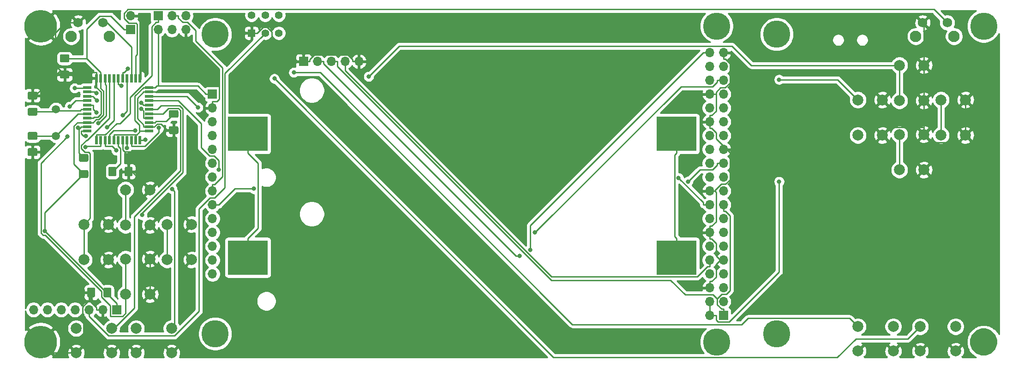
<source format=gbr>
G04 #@! TF.GenerationSoftware,KiCad,Pcbnew,(5.1.5)-2*
G04 #@! TF.CreationDate,2020-09-18T11:59:30-06:00*
G04 #@! TF.ProjectId,Pi-A3-Game-Console,50692d41-332d-4476-916d-652d436f6e73,rev?*
G04 #@! TF.SameCoordinates,Original*
G04 #@! TF.FileFunction,Copper,L2,Bot*
G04 #@! TF.FilePolarity,Positive*
%FSLAX46Y46*%
G04 Gerber Fmt 4.6, Leading zero omitted, Abs format (unit mm)*
G04 Created by KiCad (PCBNEW (5.1.5)-2) date 2020-09-18 11:59:30*
%MOMM*%
%LPD*%
G04 APERTURE LIST*
%ADD10O,1.700000X1.700000*%
%ADD11R,1.700000X1.700000*%
%ADD12C,5.000000*%
%ADD13C,6.000000*%
%ADD14R,7.340000X6.350000*%
%ADD15C,1.400000*%
%ADD16R,1.400000X1.400000*%
%ADD17C,2.100000*%
%ADD18C,1.750000*%
%ADD19C,0.100000*%
%ADD20C,2.000000*%
%ADD21C,1.500000*%
%ADD22R,1.500000X0.550000*%
%ADD23R,0.550000X1.500000*%
%ADD24C,0.800000*%
%ADD25C,0.250000*%
%ADD26C,0.254000*%
G04 APERTURE END LIST*
D10*
X78105000Y-57150000D03*
X78105000Y-54610000D03*
X75565000Y-57150000D03*
X75565000Y-54610000D03*
X73025000Y-57150000D03*
D11*
X73025000Y-54610000D03*
D12*
X83500000Y-113000000D03*
X186520000Y-113000000D03*
X186520000Y-58000000D03*
X83500000Y-58000000D03*
D10*
X83000000Y-102020000D03*
X83000000Y-99480000D03*
X83000000Y-96940000D03*
X83000000Y-94400000D03*
X83000000Y-91860000D03*
X83000000Y-89320000D03*
X83000000Y-86780000D03*
X83000000Y-84240000D03*
X83000000Y-81700000D03*
X83000000Y-79160000D03*
X83000000Y-76620000D03*
X83000000Y-74080000D03*
X83000000Y-71540000D03*
D11*
X83000000Y-69000000D03*
D13*
X51500000Y-56500000D03*
X51500000Y-114500000D03*
D14*
X89500000Y-76290000D03*
X168160000Y-76290000D03*
X89500000Y-99000000D03*
X168160000Y-99000000D03*
D15*
X95170000Y-54485000D03*
X92670000Y-54485000D03*
X90170000Y-54485000D03*
X95170000Y-57785000D03*
X92670000Y-57785000D03*
D16*
X90170000Y-57785000D03*
D17*
X219055000Y-58370000D03*
D18*
X217805000Y-55880000D03*
X213305000Y-55880000D03*
D17*
X212045000Y-58370000D03*
X64115000Y-58370000D03*
D18*
X62865000Y-55880000D03*
X58365000Y-55880000D03*
D17*
X57105000Y-58370000D03*
D12*
X224499900Y-56500001D03*
G04 #@! TA.AperFunction,ComponentPad*
D19*
G36*
X224133074Y-116972942D02*
G01*
X223892450Y-116925079D01*
X223657675Y-116853861D01*
X223431012Y-116759974D01*
X223214643Y-116644323D01*
X223010652Y-116508020D01*
X222821003Y-116352379D01*
X222647522Y-116178898D01*
X222491881Y-115989249D01*
X222355578Y-115785258D01*
X222239927Y-115568889D01*
X222146040Y-115342226D01*
X222074822Y-115107451D01*
X222026959Y-114866827D01*
X222002911Y-114622670D01*
X222002911Y-114377332D01*
X222026959Y-114133175D01*
X222074822Y-113892551D01*
X222146040Y-113657776D01*
X222239927Y-113431113D01*
X222355578Y-113214744D01*
X222491881Y-113010753D01*
X222647522Y-112821104D01*
X222821003Y-112647623D01*
X223010652Y-112491982D01*
X223214643Y-112355679D01*
X223431012Y-112240028D01*
X223657675Y-112146141D01*
X223892450Y-112074923D01*
X224133074Y-112027060D01*
X224377231Y-112003012D01*
X224622569Y-112003012D01*
X224866726Y-112027060D01*
X225107350Y-112074923D01*
X225342125Y-112146141D01*
X225568788Y-112240028D01*
X225785157Y-112355679D01*
X225989148Y-112491982D01*
X226178797Y-112647623D01*
X226352278Y-112821104D01*
X226507919Y-113010753D01*
X226644222Y-113214744D01*
X226759873Y-113431113D01*
X226853760Y-113657776D01*
X226924978Y-113892551D01*
X226972841Y-114133175D01*
X226996889Y-114377332D01*
X226996889Y-114622670D01*
X226972841Y-114866827D01*
X226924978Y-115107451D01*
X226853760Y-115342226D01*
X226759873Y-115568889D01*
X226644222Y-115785258D01*
X226507919Y-115989249D01*
X226352278Y-116178898D01*
X226178797Y-116352379D01*
X225989148Y-116508020D01*
X225785157Y-116644323D01*
X225568788Y-116759974D01*
X225342125Y-116853861D01*
X225107350Y-116925079D01*
X224866726Y-116972942D01*
X224622569Y-116996990D01*
X224377231Y-116996990D01*
X224133074Y-116972942D01*
G37*
G04 #@! TD.AperFunction*
D12*
X175499900Y-56500001D03*
X175499900Y-114500001D03*
D11*
X176769900Y-109630001D03*
D10*
X174229900Y-109630001D03*
X176769900Y-107090001D03*
X174229900Y-107090001D03*
X176769900Y-104550001D03*
X174229900Y-104550001D03*
X176769900Y-102010001D03*
X174229900Y-102010001D03*
X176769900Y-99470001D03*
X174229900Y-99470001D03*
X176769900Y-96930001D03*
X174229900Y-96930001D03*
X176769900Y-94390001D03*
X174229900Y-94390001D03*
X176769900Y-91850001D03*
X174229900Y-91850001D03*
X176769900Y-89310001D03*
X174229900Y-89310001D03*
X176769900Y-86770001D03*
X174229900Y-86770001D03*
X176769900Y-84230001D03*
X174229900Y-84230001D03*
X176769900Y-81690001D03*
X174229900Y-81690001D03*
X176769900Y-79150001D03*
X174229900Y-79150001D03*
X176769900Y-76610001D03*
X174229900Y-76610001D03*
X176769900Y-74070001D03*
X174229900Y-74070001D03*
X176769900Y-71530001D03*
X174229900Y-71530001D03*
X176769900Y-68990001D03*
X174229900Y-68990001D03*
X176769900Y-66450001D03*
X174229900Y-66450001D03*
X176769900Y-63910001D03*
X174229900Y-63910001D03*
X176769900Y-61370001D03*
X174229900Y-61370001D03*
D20*
X58000000Y-116500000D03*
X58000000Y-112000000D03*
X64500000Y-116500000D03*
X64500000Y-112000000D03*
D10*
X50165000Y-108585000D03*
X52705000Y-108585000D03*
X55245000Y-108585000D03*
X57785000Y-108585000D03*
X60325000Y-108585000D03*
X62865000Y-108585000D03*
D11*
X65405000Y-108585000D03*
X99695000Y-63000000D03*
D10*
X102235000Y-63000000D03*
X104775000Y-63000000D03*
X107315000Y-63000000D03*
X109855000Y-63000000D03*
G04 #@! TA.AperFunction,SMDPad,CuDef*
D19*
G36*
X61229504Y-104536204D02*
G01*
X61253773Y-104539804D01*
X61277571Y-104545765D01*
X61300671Y-104554030D01*
X61322849Y-104564520D01*
X61343893Y-104577133D01*
X61363598Y-104591747D01*
X61381777Y-104608223D01*
X61398253Y-104626402D01*
X61412867Y-104646107D01*
X61425480Y-104667151D01*
X61435970Y-104689329D01*
X61444235Y-104712429D01*
X61450196Y-104736227D01*
X61453796Y-104760496D01*
X61455000Y-104785000D01*
X61455000Y-106035000D01*
X61453796Y-106059504D01*
X61450196Y-106083773D01*
X61444235Y-106107571D01*
X61435970Y-106130671D01*
X61425480Y-106152849D01*
X61412867Y-106173893D01*
X61398253Y-106193598D01*
X61381777Y-106211777D01*
X61363598Y-106228253D01*
X61343893Y-106242867D01*
X61322849Y-106255480D01*
X61300671Y-106265970D01*
X61277571Y-106274235D01*
X61253773Y-106280196D01*
X61229504Y-106283796D01*
X61205000Y-106285000D01*
X60280000Y-106285000D01*
X60255496Y-106283796D01*
X60231227Y-106280196D01*
X60207429Y-106274235D01*
X60184329Y-106265970D01*
X60162151Y-106255480D01*
X60141107Y-106242867D01*
X60121402Y-106228253D01*
X60103223Y-106211777D01*
X60086747Y-106193598D01*
X60072133Y-106173893D01*
X60059520Y-106152849D01*
X60049030Y-106130671D01*
X60040765Y-106107571D01*
X60034804Y-106083773D01*
X60031204Y-106059504D01*
X60030000Y-106035000D01*
X60030000Y-104785000D01*
X60031204Y-104760496D01*
X60034804Y-104736227D01*
X60040765Y-104712429D01*
X60049030Y-104689329D01*
X60059520Y-104667151D01*
X60072133Y-104646107D01*
X60086747Y-104626402D01*
X60103223Y-104608223D01*
X60121402Y-104591747D01*
X60141107Y-104577133D01*
X60162151Y-104564520D01*
X60184329Y-104554030D01*
X60207429Y-104545765D01*
X60231227Y-104539804D01*
X60255496Y-104536204D01*
X60280000Y-104535000D01*
X61205000Y-104535000D01*
X61229504Y-104536204D01*
G37*
G04 #@! TD.AperFunction*
G04 #@! TA.AperFunction,SMDPad,CuDef*
G36*
X64204504Y-104536204D02*
G01*
X64228773Y-104539804D01*
X64252571Y-104545765D01*
X64275671Y-104554030D01*
X64297849Y-104564520D01*
X64318893Y-104577133D01*
X64338598Y-104591747D01*
X64356777Y-104608223D01*
X64373253Y-104626402D01*
X64387867Y-104646107D01*
X64400480Y-104667151D01*
X64410970Y-104689329D01*
X64419235Y-104712429D01*
X64425196Y-104736227D01*
X64428796Y-104760496D01*
X64430000Y-104785000D01*
X64430000Y-106035000D01*
X64428796Y-106059504D01*
X64425196Y-106083773D01*
X64419235Y-106107571D01*
X64410970Y-106130671D01*
X64400480Y-106152849D01*
X64387867Y-106173893D01*
X64373253Y-106193598D01*
X64356777Y-106211777D01*
X64338598Y-106228253D01*
X64318893Y-106242867D01*
X64297849Y-106255480D01*
X64275671Y-106265970D01*
X64252571Y-106274235D01*
X64228773Y-106280196D01*
X64204504Y-106283796D01*
X64180000Y-106285000D01*
X63255000Y-106285000D01*
X63230496Y-106283796D01*
X63206227Y-106280196D01*
X63182429Y-106274235D01*
X63159329Y-106265970D01*
X63137151Y-106255480D01*
X63116107Y-106242867D01*
X63096402Y-106228253D01*
X63078223Y-106211777D01*
X63061747Y-106193598D01*
X63047133Y-106173893D01*
X63034520Y-106152849D01*
X63024030Y-106130671D01*
X63015765Y-106107571D01*
X63009804Y-106083773D01*
X63006204Y-106059504D01*
X63005000Y-106035000D01*
X63005000Y-104785000D01*
X63006204Y-104760496D01*
X63009804Y-104736227D01*
X63015765Y-104712429D01*
X63024030Y-104689329D01*
X63034520Y-104667151D01*
X63047133Y-104646107D01*
X63061747Y-104626402D01*
X63078223Y-104608223D01*
X63096402Y-104591747D01*
X63116107Y-104577133D01*
X63137151Y-104564520D01*
X63159329Y-104554030D01*
X63182429Y-104545765D01*
X63206227Y-104539804D01*
X63230496Y-104536204D01*
X63255000Y-104535000D01*
X64180000Y-104535000D01*
X64204504Y-104536204D01*
G37*
G04 #@! TD.AperFunction*
D20*
X207920000Y-111680000D03*
X207920000Y-116180000D03*
X201420000Y-111680000D03*
X201420000Y-116180000D03*
D21*
X54285000Y-76670000D03*
X54285000Y-71790000D03*
G04 #@! TA.AperFunction,SMDPad,CuDef*
D19*
G36*
X60014504Y-79968704D02*
G01*
X60038773Y-79972304D01*
X60062571Y-79978265D01*
X60085671Y-79986530D01*
X60107849Y-79997020D01*
X60128893Y-80009633D01*
X60148598Y-80024247D01*
X60166777Y-80040723D01*
X60183253Y-80058902D01*
X60197867Y-80078607D01*
X60210480Y-80099651D01*
X60220970Y-80121829D01*
X60229235Y-80144929D01*
X60235196Y-80168727D01*
X60238796Y-80192996D01*
X60240000Y-80217500D01*
X60240000Y-81142500D01*
X60238796Y-81167004D01*
X60235196Y-81191273D01*
X60229235Y-81215071D01*
X60220970Y-81238171D01*
X60210480Y-81260349D01*
X60197867Y-81281393D01*
X60183253Y-81301098D01*
X60166777Y-81319277D01*
X60148598Y-81335753D01*
X60128893Y-81350367D01*
X60107849Y-81362980D01*
X60085671Y-81373470D01*
X60062571Y-81381735D01*
X60038773Y-81387696D01*
X60014504Y-81391296D01*
X59990000Y-81392500D01*
X58740000Y-81392500D01*
X58715496Y-81391296D01*
X58691227Y-81387696D01*
X58667429Y-81381735D01*
X58644329Y-81373470D01*
X58622151Y-81362980D01*
X58601107Y-81350367D01*
X58581402Y-81335753D01*
X58563223Y-81319277D01*
X58546747Y-81301098D01*
X58532133Y-81281393D01*
X58519520Y-81260349D01*
X58509030Y-81238171D01*
X58500765Y-81215071D01*
X58494804Y-81191273D01*
X58491204Y-81167004D01*
X58490000Y-81142500D01*
X58490000Y-80217500D01*
X58491204Y-80192996D01*
X58494804Y-80168727D01*
X58500765Y-80144929D01*
X58509030Y-80121829D01*
X58519520Y-80099651D01*
X58532133Y-80078607D01*
X58546747Y-80058902D01*
X58563223Y-80040723D01*
X58581402Y-80024247D01*
X58601107Y-80009633D01*
X58622151Y-79997020D01*
X58644329Y-79986530D01*
X58667429Y-79978265D01*
X58691227Y-79972304D01*
X58715496Y-79968704D01*
X58740000Y-79967500D01*
X59990000Y-79967500D01*
X60014504Y-79968704D01*
G37*
G04 #@! TD.AperFunction*
G04 #@! TA.AperFunction,SMDPad,CuDef*
G36*
X60014504Y-82943704D02*
G01*
X60038773Y-82947304D01*
X60062571Y-82953265D01*
X60085671Y-82961530D01*
X60107849Y-82972020D01*
X60128893Y-82984633D01*
X60148598Y-82999247D01*
X60166777Y-83015723D01*
X60183253Y-83033902D01*
X60197867Y-83053607D01*
X60210480Y-83074651D01*
X60220970Y-83096829D01*
X60229235Y-83119929D01*
X60235196Y-83143727D01*
X60238796Y-83167996D01*
X60240000Y-83192500D01*
X60240000Y-84117500D01*
X60238796Y-84142004D01*
X60235196Y-84166273D01*
X60229235Y-84190071D01*
X60220970Y-84213171D01*
X60210480Y-84235349D01*
X60197867Y-84256393D01*
X60183253Y-84276098D01*
X60166777Y-84294277D01*
X60148598Y-84310753D01*
X60128893Y-84325367D01*
X60107849Y-84337980D01*
X60085671Y-84348470D01*
X60062571Y-84356735D01*
X60038773Y-84362696D01*
X60014504Y-84366296D01*
X59990000Y-84367500D01*
X58740000Y-84367500D01*
X58715496Y-84366296D01*
X58691227Y-84362696D01*
X58667429Y-84356735D01*
X58644329Y-84348470D01*
X58622151Y-84337980D01*
X58601107Y-84325367D01*
X58581402Y-84310753D01*
X58563223Y-84294277D01*
X58546747Y-84276098D01*
X58532133Y-84256393D01*
X58519520Y-84235349D01*
X58509030Y-84213171D01*
X58500765Y-84190071D01*
X58494804Y-84166273D01*
X58491204Y-84142004D01*
X58490000Y-84117500D01*
X58490000Y-83192500D01*
X58491204Y-83167996D01*
X58494804Y-83143727D01*
X58500765Y-83119929D01*
X58509030Y-83096829D01*
X58519520Y-83074651D01*
X58532133Y-83053607D01*
X58546747Y-83033902D01*
X58563223Y-83015723D01*
X58581402Y-82999247D01*
X58601107Y-82984633D01*
X58622151Y-82972020D01*
X58644329Y-82961530D01*
X58667429Y-82953265D01*
X58691227Y-82947304D01*
X58715496Y-82943704D01*
X58740000Y-82942500D01*
X59990000Y-82942500D01*
X60014504Y-82943704D01*
G37*
G04 #@! TD.AperFunction*
D10*
X68000000Y-54610000D03*
D11*
X68000000Y-57150000D03*
G04 #@! TA.AperFunction,SMDPad,CuDef*
D19*
G36*
X56529504Y-64693704D02*
G01*
X56553773Y-64697304D01*
X56577571Y-64703265D01*
X56600671Y-64711530D01*
X56622849Y-64722020D01*
X56643893Y-64734633D01*
X56663598Y-64749247D01*
X56681777Y-64765723D01*
X56698253Y-64783902D01*
X56712867Y-64803607D01*
X56725480Y-64824651D01*
X56735970Y-64846829D01*
X56744235Y-64869929D01*
X56750196Y-64893727D01*
X56753796Y-64917996D01*
X56755000Y-64942500D01*
X56755000Y-65867500D01*
X56753796Y-65892004D01*
X56750196Y-65916273D01*
X56744235Y-65940071D01*
X56735970Y-65963171D01*
X56725480Y-65985349D01*
X56712867Y-66006393D01*
X56698253Y-66026098D01*
X56681777Y-66044277D01*
X56663598Y-66060753D01*
X56643893Y-66075367D01*
X56622849Y-66087980D01*
X56600671Y-66098470D01*
X56577571Y-66106735D01*
X56553773Y-66112696D01*
X56529504Y-66116296D01*
X56505000Y-66117500D01*
X55255000Y-66117500D01*
X55230496Y-66116296D01*
X55206227Y-66112696D01*
X55182429Y-66106735D01*
X55159329Y-66098470D01*
X55137151Y-66087980D01*
X55116107Y-66075367D01*
X55096402Y-66060753D01*
X55078223Y-66044277D01*
X55061747Y-66026098D01*
X55047133Y-66006393D01*
X55034520Y-65985349D01*
X55024030Y-65963171D01*
X55015765Y-65940071D01*
X55009804Y-65916273D01*
X55006204Y-65892004D01*
X55005000Y-65867500D01*
X55005000Y-64942500D01*
X55006204Y-64917996D01*
X55009804Y-64893727D01*
X55015765Y-64869929D01*
X55024030Y-64846829D01*
X55034520Y-64824651D01*
X55047133Y-64803607D01*
X55061747Y-64783902D01*
X55078223Y-64765723D01*
X55096402Y-64749247D01*
X55116107Y-64734633D01*
X55137151Y-64722020D01*
X55159329Y-64711530D01*
X55182429Y-64703265D01*
X55206227Y-64697304D01*
X55230496Y-64693704D01*
X55255000Y-64692500D01*
X56505000Y-64692500D01*
X56529504Y-64693704D01*
G37*
G04 #@! TD.AperFunction*
G04 #@! TA.AperFunction,SMDPad,CuDef*
G36*
X56529504Y-61718704D02*
G01*
X56553773Y-61722304D01*
X56577571Y-61728265D01*
X56600671Y-61736530D01*
X56622849Y-61747020D01*
X56643893Y-61759633D01*
X56663598Y-61774247D01*
X56681777Y-61790723D01*
X56698253Y-61808902D01*
X56712867Y-61828607D01*
X56725480Y-61849651D01*
X56735970Y-61871829D01*
X56744235Y-61894929D01*
X56750196Y-61918727D01*
X56753796Y-61942996D01*
X56755000Y-61967500D01*
X56755000Y-62892500D01*
X56753796Y-62917004D01*
X56750196Y-62941273D01*
X56744235Y-62965071D01*
X56735970Y-62988171D01*
X56725480Y-63010349D01*
X56712867Y-63031393D01*
X56698253Y-63051098D01*
X56681777Y-63069277D01*
X56663598Y-63085753D01*
X56643893Y-63100367D01*
X56622849Y-63112980D01*
X56600671Y-63123470D01*
X56577571Y-63131735D01*
X56553773Y-63137696D01*
X56529504Y-63141296D01*
X56505000Y-63142500D01*
X55255000Y-63142500D01*
X55230496Y-63141296D01*
X55206227Y-63137696D01*
X55182429Y-63131735D01*
X55159329Y-63123470D01*
X55137151Y-63112980D01*
X55116107Y-63100367D01*
X55096402Y-63085753D01*
X55078223Y-63069277D01*
X55061747Y-63051098D01*
X55047133Y-63031393D01*
X55034520Y-63010349D01*
X55024030Y-62988171D01*
X55015765Y-62965071D01*
X55009804Y-62941273D01*
X55006204Y-62917004D01*
X55005000Y-62892500D01*
X55005000Y-61967500D01*
X55006204Y-61942996D01*
X55009804Y-61918727D01*
X55015765Y-61894929D01*
X55024030Y-61871829D01*
X55034520Y-61849651D01*
X55047133Y-61828607D01*
X55061747Y-61808902D01*
X55078223Y-61790723D01*
X55096402Y-61774247D01*
X55116107Y-61759633D01*
X55137151Y-61747020D01*
X55159329Y-61736530D01*
X55182429Y-61728265D01*
X55206227Y-61722304D01*
X55230496Y-61718704D01*
X55255000Y-61717500D01*
X56505000Y-61717500D01*
X56529504Y-61718704D01*
G37*
G04 #@! TD.AperFunction*
G04 #@! TA.AperFunction,SMDPad,CuDef*
G36*
X68107004Y-82346204D02*
G01*
X68131273Y-82349804D01*
X68155071Y-82355765D01*
X68178171Y-82364030D01*
X68200349Y-82374520D01*
X68221393Y-82387133D01*
X68241098Y-82401747D01*
X68259277Y-82418223D01*
X68275753Y-82436402D01*
X68290367Y-82456107D01*
X68302980Y-82477151D01*
X68313470Y-82499329D01*
X68321735Y-82522429D01*
X68327696Y-82546227D01*
X68331296Y-82570496D01*
X68332500Y-82595000D01*
X68332500Y-83845000D01*
X68331296Y-83869504D01*
X68327696Y-83893773D01*
X68321735Y-83917571D01*
X68313470Y-83940671D01*
X68302980Y-83962849D01*
X68290367Y-83983893D01*
X68275753Y-84003598D01*
X68259277Y-84021777D01*
X68241098Y-84038253D01*
X68221393Y-84052867D01*
X68200349Y-84065480D01*
X68178171Y-84075970D01*
X68155071Y-84084235D01*
X68131273Y-84090196D01*
X68107004Y-84093796D01*
X68082500Y-84095000D01*
X67157500Y-84095000D01*
X67132996Y-84093796D01*
X67108727Y-84090196D01*
X67084929Y-84084235D01*
X67061829Y-84075970D01*
X67039651Y-84065480D01*
X67018607Y-84052867D01*
X66998902Y-84038253D01*
X66980723Y-84021777D01*
X66964247Y-84003598D01*
X66949633Y-83983893D01*
X66937020Y-83962849D01*
X66926530Y-83940671D01*
X66918265Y-83917571D01*
X66912304Y-83893773D01*
X66908704Y-83869504D01*
X66907500Y-83845000D01*
X66907500Y-82595000D01*
X66908704Y-82570496D01*
X66912304Y-82546227D01*
X66918265Y-82522429D01*
X66926530Y-82499329D01*
X66937020Y-82477151D01*
X66949633Y-82456107D01*
X66964247Y-82436402D01*
X66980723Y-82418223D01*
X66998902Y-82401747D01*
X67018607Y-82387133D01*
X67039651Y-82374520D01*
X67061829Y-82364030D01*
X67084929Y-82355765D01*
X67108727Y-82349804D01*
X67132996Y-82346204D01*
X67157500Y-82345000D01*
X68082500Y-82345000D01*
X68107004Y-82346204D01*
G37*
G04 #@! TD.AperFunction*
G04 #@! TA.AperFunction,SMDPad,CuDef*
G36*
X65132004Y-82346204D02*
G01*
X65156273Y-82349804D01*
X65180071Y-82355765D01*
X65203171Y-82364030D01*
X65225349Y-82374520D01*
X65246393Y-82387133D01*
X65266098Y-82401747D01*
X65284277Y-82418223D01*
X65300753Y-82436402D01*
X65315367Y-82456107D01*
X65327980Y-82477151D01*
X65338470Y-82499329D01*
X65346735Y-82522429D01*
X65352696Y-82546227D01*
X65356296Y-82570496D01*
X65357500Y-82595000D01*
X65357500Y-83845000D01*
X65356296Y-83869504D01*
X65352696Y-83893773D01*
X65346735Y-83917571D01*
X65338470Y-83940671D01*
X65327980Y-83962849D01*
X65315367Y-83983893D01*
X65300753Y-84003598D01*
X65284277Y-84021777D01*
X65266098Y-84038253D01*
X65246393Y-84052867D01*
X65225349Y-84065480D01*
X65203171Y-84075970D01*
X65180071Y-84084235D01*
X65156273Y-84090196D01*
X65132004Y-84093796D01*
X65107500Y-84095000D01*
X64182500Y-84095000D01*
X64157996Y-84093796D01*
X64133727Y-84090196D01*
X64109929Y-84084235D01*
X64086829Y-84075970D01*
X64064651Y-84065480D01*
X64043607Y-84052867D01*
X64023902Y-84038253D01*
X64005723Y-84021777D01*
X63989247Y-84003598D01*
X63974633Y-83983893D01*
X63962020Y-83962849D01*
X63951530Y-83940671D01*
X63943265Y-83917571D01*
X63937304Y-83893773D01*
X63933704Y-83869504D01*
X63932500Y-83845000D01*
X63932500Y-82595000D01*
X63933704Y-82570496D01*
X63937304Y-82546227D01*
X63943265Y-82522429D01*
X63951530Y-82499329D01*
X63962020Y-82477151D01*
X63974633Y-82456107D01*
X63989247Y-82436402D01*
X64005723Y-82418223D01*
X64023902Y-82401747D01*
X64043607Y-82387133D01*
X64064651Y-82374520D01*
X64086829Y-82364030D01*
X64109929Y-82355765D01*
X64133727Y-82349804D01*
X64157996Y-82346204D01*
X64182500Y-82345000D01*
X65107500Y-82345000D01*
X65132004Y-82346204D01*
G37*
G04 #@! TD.AperFunction*
G04 #@! TA.AperFunction,SMDPad,CuDef*
G36*
X76524504Y-74888704D02*
G01*
X76548773Y-74892304D01*
X76572571Y-74898265D01*
X76595671Y-74906530D01*
X76617849Y-74917020D01*
X76638893Y-74929633D01*
X76658598Y-74944247D01*
X76676777Y-74960723D01*
X76693253Y-74978902D01*
X76707867Y-74998607D01*
X76720480Y-75019651D01*
X76730970Y-75041829D01*
X76739235Y-75064929D01*
X76745196Y-75088727D01*
X76748796Y-75112996D01*
X76750000Y-75137500D01*
X76750000Y-76062500D01*
X76748796Y-76087004D01*
X76745196Y-76111273D01*
X76739235Y-76135071D01*
X76730970Y-76158171D01*
X76720480Y-76180349D01*
X76707867Y-76201393D01*
X76693253Y-76221098D01*
X76676777Y-76239277D01*
X76658598Y-76255753D01*
X76638893Y-76270367D01*
X76617849Y-76282980D01*
X76595671Y-76293470D01*
X76572571Y-76301735D01*
X76548773Y-76307696D01*
X76524504Y-76311296D01*
X76500000Y-76312500D01*
X75250000Y-76312500D01*
X75225496Y-76311296D01*
X75201227Y-76307696D01*
X75177429Y-76301735D01*
X75154329Y-76293470D01*
X75132151Y-76282980D01*
X75111107Y-76270367D01*
X75091402Y-76255753D01*
X75073223Y-76239277D01*
X75056747Y-76221098D01*
X75042133Y-76201393D01*
X75029520Y-76180349D01*
X75019030Y-76158171D01*
X75010765Y-76135071D01*
X75004804Y-76111273D01*
X75001204Y-76087004D01*
X75000000Y-76062500D01*
X75000000Y-75137500D01*
X75001204Y-75112996D01*
X75004804Y-75088727D01*
X75010765Y-75064929D01*
X75019030Y-75041829D01*
X75029520Y-75019651D01*
X75042133Y-74998607D01*
X75056747Y-74978902D01*
X75073223Y-74960723D01*
X75091402Y-74944247D01*
X75111107Y-74929633D01*
X75132151Y-74917020D01*
X75154329Y-74906530D01*
X75177429Y-74898265D01*
X75201227Y-74892304D01*
X75225496Y-74888704D01*
X75250000Y-74887500D01*
X76500000Y-74887500D01*
X76524504Y-74888704D01*
G37*
G04 #@! TD.AperFunction*
G04 #@! TA.AperFunction,SMDPad,CuDef*
G36*
X76524504Y-71913704D02*
G01*
X76548773Y-71917304D01*
X76572571Y-71923265D01*
X76595671Y-71931530D01*
X76617849Y-71942020D01*
X76638893Y-71954633D01*
X76658598Y-71969247D01*
X76676777Y-71985723D01*
X76693253Y-72003902D01*
X76707867Y-72023607D01*
X76720480Y-72044651D01*
X76730970Y-72066829D01*
X76739235Y-72089929D01*
X76745196Y-72113727D01*
X76748796Y-72137996D01*
X76750000Y-72162500D01*
X76750000Y-73087500D01*
X76748796Y-73112004D01*
X76745196Y-73136273D01*
X76739235Y-73160071D01*
X76730970Y-73183171D01*
X76720480Y-73205349D01*
X76707867Y-73226393D01*
X76693253Y-73246098D01*
X76676777Y-73264277D01*
X76658598Y-73280753D01*
X76638893Y-73295367D01*
X76617849Y-73307980D01*
X76595671Y-73318470D01*
X76572571Y-73326735D01*
X76548773Y-73332696D01*
X76524504Y-73336296D01*
X76500000Y-73337500D01*
X75250000Y-73337500D01*
X75225496Y-73336296D01*
X75201227Y-73332696D01*
X75177429Y-73326735D01*
X75154329Y-73318470D01*
X75132151Y-73307980D01*
X75111107Y-73295367D01*
X75091402Y-73280753D01*
X75073223Y-73264277D01*
X75056747Y-73246098D01*
X75042133Y-73226393D01*
X75029520Y-73205349D01*
X75019030Y-73183171D01*
X75010765Y-73160071D01*
X75004804Y-73136273D01*
X75001204Y-73112004D01*
X75000000Y-73087500D01*
X75000000Y-72162500D01*
X75001204Y-72137996D01*
X75004804Y-72113727D01*
X75010765Y-72089929D01*
X75019030Y-72066829D01*
X75029520Y-72044651D01*
X75042133Y-72023607D01*
X75056747Y-72003902D01*
X75073223Y-71985723D01*
X75091402Y-71969247D01*
X75111107Y-71954633D01*
X75132151Y-71942020D01*
X75154329Y-71931530D01*
X75177429Y-71923265D01*
X75201227Y-71917304D01*
X75225496Y-71913704D01*
X75250000Y-71912500D01*
X76500000Y-71912500D01*
X76524504Y-71913704D01*
G37*
G04 #@! TD.AperFunction*
G04 #@! TA.AperFunction,SMDPad,CuDef*
G36*
X50649504Y-78916204D02*
G01*
X50673773Y-78919804D01*
X50697571Y-78925765D01*
X50720671Y-78934030D01*
X50742849Y-78944520D01*
X50763893Y-78957133D01*
X50783598Y-78971747D01*
X50801777Y-78988223D01*
X50818253Y-79006402D01*
X50832867Y-79026107D01*
X50845480Y-79047151D01*
X50855970Y-79069329D01*
X50864235Y-79092429D01*
X50870196Y-79116227D01*
X50873796Y-79140496D01*
X50875000Y-79165000D01*
X50875000Y-80090000D01*
X50873796Y-80114504D01*
X50870196Y-80138773D01*
X50864235Y-80162571D01*
X50855970Y-80185671D01*
X50845480Y-80207849D01*
X50832867Y-80228893D01*
X50818253Y-80248598D01*
X50801777Y-80266777D01*
X50783598Y-80283253D01*
X50763893Y-80297867D01*
X50742849Y-80310480D01*
X50720671Y-80320970D01*
X50697571Y-80329235D01*
X50673773Y-80335196D01*
X50649504Y-80338796D01*
X50625000Y-80340000D01*
X49375000Y-80340000D01*
X49350496Y-80338796D01*
X49326227Y-80335196D01*
X49302429Y-80329235D01*
X49279329Y-80320970D01*
X49257151Y-80310480D01*
X49236107Y-80297867D01*
X49216402Y-80283253D01*
X49198223Y-80266777D01*
X49181747Y-80248598D01*
X49167133Y-80228893D01*
X49154520Y-80207849D01*
X49144030Y-80185671D01*
X49135765Y-80162571D01*
X49129804Y-80138773D01*
X49126204Y-80114504D01*
X49125000Y-80090000D01*
X49125000Y-79165000D01*
X49126204Y-79140496D01*
X49129804Y-79116227D01*
X49135765Y-79092429D01*
X49144030Y-79069329D01*
X49154520Y-79047151D01*
X49167133Y-79026107D01*
X49181747Y-79006402D01*
X49198223Y-78988223D01*
X49216402Y-78971747D01*
X49236107Y-78957133D01*
X49257151Y-78944520D01*
X49279329Y-78934030D01*
X49302429Y-78925765D01*
X49326227Y-78919804D01*
X49350496Y-78916204D01*
X49375000Y-78915000D01*
X50625000Y-78915000D01*
X50649504Y-78916204D01*
G37*
G04 #@! TD.AperFunction*
G04 #@! TA.AperFunction,SMDPad,CuDef*
G36*
X50649504Y-75941204D02*
G01*
X50673773Y-75944804D01*
X50697571Y-75950765D01*
X50720671Y-75959030D01*
X50742849Y-75969520D01*
X50763893Y-75982133D01*
X50783598Y-75996747D01*
X50801777Y-76013223D01*
X50818253Y-76031402D01*
X50832867Y-76051107D01*
X50845480Y-76072151D01*
X50855970Y-76094329D01*
X50864235Y-76117429D01*
X50870196Y-76141227D01*
X50873796Y-76165496D01*
X50875000Y-76190000D01*
X50875000Y-77115000D01*
X50873796Y-77139504D01*
X50870196Y-77163773D01*
X50864235Y-77187571D01*
X50855970Y-77210671D01*
X50845480Y-77232849D01*
X50832867Y-77253893D01*
X50818253Y-77273598D01*
X50801777Y-77291777D01*
X50783598Y-77308253D01*
X50763893Y-77322867D01*
X50742849Y-77335480D01*
X50720671Y-77345970D01*
X50697571Y-77354235D01*
X50673773Y-77360196D01*
X50649504Y-77363796D01*
X50625000Y-77365000D01*
X49375000Y-77365000D01*
X49350496Y-77363796D01*
X49326227Y-77360196D01*
X49302429Y-77354235D01*
X49279329Y-77345970D01*
X49257151Y-77335480D01*
X49236107Y-77322867D01*
X49216402Y-77308253D01*
X49198223Y-77291777D01*
X49181747Y-77273598D01*
X49167133Y-77253893D01*
X49154520Y-77232849D01*
X49144030Y-77210671D01*
X49135765Y-77187571D01*
X49129804Y-77163773D01*
X49126204Y-77139504D01*
X49125000Y-77115000D01*
X49125000Y-76190000D01*
X49126204Y-76165496D01*
X49129804Y-76141227D01*
X49135765Y-76117429D01*
X49144030Y-76094329D01*
X49154520Y-76072151D01*
X49167133Y-76051107D01*
X49181747Y-76031402D01*
X49198223Y-76013223D01*
X49216402Y-75996747D01*
X49236107Y-75982133D01*
X49257151Y-75969520D01*
X49279329Y-75959030D01*
X49302429Y-75950765D01*
X49326227Y-75944804D01*
X49350496Y-75941204D01*
X49375000Y-75940000D01*
X50625000Y-75940000D01*
X50649504Y-75941204D01*
G37*
G04 #@! TD.AperFunction*
G04 #@! TA.AperFunction,SMDPad,CuDef*
G36*
X50649504Y-68538704D02*
G01*
X50673773Y-68542304D01*
X50697571Y-68548265D01*
X50720671Y-68556530D01*
X50742849Y-68567020D01*
X50763893Y-68579633D01*
X50783598Y-68594247D01*
X50801777Y-68610723D01*
X50818253Y-68628902D01*
X50832867Y-68648607D01*
X50845480Y-68669651D01*
X50855970Y-68691829D01*
X50864235Y-68714929D01*
X50870196Y-68738727D01*
X50873796Y-68762996D01*
X50875000Y-68787500D01*
X50875000Y-69712500D01*
X50873796Y-69737004D01*
X50870196Y-69761273D01*
X50864235Y-69785071D01*
X50855970Y-69808171D01*
X50845480Y-69830349D01*
X50832867Y-69851393D01*
X50818253Y-69871098D01*
X50801777Y-69889277D01*
X50783598Y-69905753D01*
X50763893Y-69920367D01*
X50742849Y-69932980D01*
X50720671Y-69943470D01*
X50697571Y-69951735D01*
X50673773Y-69957696D01*
X50649504Y-69961296D01*
X50625000Y-69962500D01*
X49375000Y-69962500D01*
X49350496Y-69961296D01*
X49326227Y-69957696D01*
X49302429Y-69951735D01*
X49279329Y-69943470D01*
X49257151Y-69932980D01*
X49236107Y-69920367D01*
X49216402Y-69905753D01*
X49198223Y-69889277D01*
X49181747Y-69871098D01*
X49167133Y-69851393D01*
X49154520Y-69830349D01*
X49144030Y-69808171D01*
X49135765Y-69785071D01*
X49129804Y-69761273D01*
X49126204Y-69737004D01*
X49125000Y-69712500D01*
X49125000Y-68787500D01*
X49126204Y-68762996D01*
X49129804Y-68738727D01*
X49135765Y-68714929D01*
X49144030Y-68691829D01*
X49154520Y-68669651D01*
X49167133Y-68648607D01*
X49181747Y-68628902D01*
X49198223Y-68610723D01*
X49216402Y-68594247D01*
X49236107Y-68579633D01*
X49257151Y-68567020D01*
X49279329Y-68556530D01*
X49302429Y-68548265D01*
X49326227Y-68542304D01*
X49350496Y-68538704D01*
X49375000Y-68537500D01*
X50625000Y-68537500D01*
X50649504Y-68538704D01*
G37*
G04 #@! TD.AperFunction*
G04 #@! TA.AperFunction,SMDPad,CuDef*
G36*
X50649504Y-71513704D02*
G01*
X50673773Y-71517304D01*
X50697571Y-71523265D01*
X50720671Y-71531530D01*
X50742849Y-71542020D01*
X50763893Y-71554633D01*
X50783598Y-71569247D01*
X50801777Y-71585723D01*
X50818253Y-71603902D01*
X50832867Y-71623607D01*
X50845480Y-71644651D01*
X50855970Y-71666829D01*
X50864235Y-71689929D01*
X50870196Y-71713727D01*
X50873796Y-71737996D01*
X50875000Y-71762500D01*
X50875000Y-72687500D01*
X50873796Y-72712004D01*
X50870196Y-72736273D01*
X50864235Y-72760071D01*
X50855970Y-72783171D01*
X50845480Y-72805349D01*
X50832867Y-72826393D01*
X50818253Y-72846098D01*
X50801777Y-72864277D01*
X50783598Y-72880753D01*
X50763893Y-72895367D01*
X50742849Y-72907980D01*
X50720671Y-72918470D01*
X50697571Y-72926735D01*
X50673773Y-72932696D01*
X50649504Y-72936296D01*
X50625000Y-72937500D01*
X49375000Y-72937500D01*
X49350496Y-72936296D01*
X49326227Y-72932696D01*
X49302429Y-72926735D01*
X49279329Y-72918470D01*
X49257151Y-72907980D01*
X49236107Y-72895367D01*
X49216402Y-72880753D01*
X49198223Y-72864277D01*
X49181747Y-72846098D01*
X49167133Y-72826393D01*
X49154520Y-72805349D01*
X49144030Y-72783171D01*
X49135765Y-72760071D01*
X49129804Y-72736273D01*
X49126204Y-72712004D01*
X49125000Y-72687500D01*
X49125000Y-71762500D01*
X49126204Y-71737996D01*
X49129804Y-71713727D01*
X49135765Y-71689929D01*
X49144030Y-71666829D01*
X49154520Y-71644651D01*
X49167133Y-71623607D01*
X49181747Y-71603902D01*
X49198223Y-71585723D01*
X49216402Y-71569247D01*
X49236107Y-71554633D01*
X49257151Y-71542020D01*
X49279329Y-71531530D01*
X49302429Y-71523265D01*
X49326227Y-71517304D01*
X49350496Y-71513704D01*
X49375000Y-71512500D01*
X50625000Y-71512500D01*
X50649504Y-71513704D01*
G37*
G04 #@! TD.AperFunction*
D22*
X71415000Y-75790000D03*
X71415000Y-74990000D03*
X71415000Y-74190000D03*
X71415000Y-73390000D03*
X71415000Y-72590000D03*
X71415000Y-71790000D03*
X71415000Y-70990000D03*
X71415000Y-70190000D03*
X71415000Y-69390000D03*
X71415000Y-68590000D03*
X71415000Y-67790000D03*
D23*
X69715000Y-66090000D03*
X68915000Y-66090000D03*
X68115000Y-66090000D03*
X67315000Y-66090000D03*
X66515000Y-66090000D03*
X65715000Y-66090000D03*
X64915000Y-66090000D03*
X64115000Y-66090000D03*
X63315000Y-66090000D03*
X62515000Y-66090000D03*
X61715000Y-66090000D03*
D22*
X60015000Y-67790000D03*
X60015000Y-68590000D03*
X60015000Y-69390000D03*
X60015000Y-70190000D03*
X60015000Y-70990000D03*
X60015000Y-71790000D03*
X60015000Y-72590000D03*
X60015000Y-73390000D03*
X60015000Y-74190000D03*
X60015000Y-74990000D03*
X60015000Y-75790000D03*
D23*
X61715000Y-77490000D03*
X62515000Y-77490000D03*
X63315000Y-77490000D03*
X64115000Y-77490000D03*
X64915000Y-77490000D03*
X65715000Y-77490000D03*
X66515000Y-77490000D03*
X67315000Y-77490000D03*
X68115000Y-77490000D03*
X68915000Y-77490000D03*
X69715000Y-77490000D03*
D20*
X75500000Y-112000000D03*
X75500000Y-116500000D03*
X69000000Y-112000000D03*
X69000000Y-116500000D03*
X219350000Y-111680000D03*
X219350000Y-116180000D03*
X212850000Y-111680000D03*
X212850000Y-116180000D03*
X201420000Y-70050000D03*
X205920000Y-70050000D03*
X201420000Y-76550000D03*
X205920000Y-76550000D03*
X209040000Y-63700000D03*
X213540000Y-63700000D03*
X209040000Y-70200000D03*
X213540000Y-70200000D03*
X209040000Y-76400000D03*
X213540000Y-76400000D03*
X209040000Y-82900000D03*
X213540000Y-82900000D03*
X216660000Y-70050000D03*
X221160000Y-70050000D03*
X216660000Y-76550000D03*
X221160000Y-76550000D03*
X67055000Y-99260000D03*
X71555000Y-99260000D03*
X67055000Y-105760000D03*
X71555000Y-105760000D03*
X74675000Y-92910000D03*
X79175000Y-92910000D03*
X74675000Y-99410000D03*
X79175000Y-99410000D03*
X59435000Y-92910000D03*
X63935000Y-92910000D03*
X59435000Y-99410000D03*
X63935000Y-99410000D03*
X67055000Y-86560000D03*
X71555000Y-86560000D03*
X67055000Y-93060000D03*
X71555000Y-93060000D03*
D24*
X52252500Y-94146000D03*
X186967700Y-85051100D03*
X65372400Y-79319700D03*
X168514000Y-84371400D03*
X90595700Y-86371800D03*
X170253700Y-85044500D03*
X56828000Y-71264200D03*
X61699100Y-72392800D03*
X69973100Y-70626200D03*
X69976100Y-71667500D03*
X70117900Y-91189200D03*
X80356100Y-71420800D03*
X68869700Y-75676000D03*
X84124900Y-82855400D03*
X62067200Y-74357100D03*
X63681600Y-75077000D03*
X56400000Y-76800000D03*
X57700000Y-67900000D03*
X59734900Y-76669300D03*
X70697200Y-77389800D03*
X61776900Y-70165900D03*
X111654400Y-65745800D03*
X61723400Y-68802200D03*
X186967700Y-66323400D03*
X66280200Y-67450300D03*
X94366600Y-66142500D03*
X66549000Y-72847000D03*
X75587800Y-86403000D03*
X67438200Y-64357000D03*
X97917900Y-65013300D03*
X139401500Y-98675100D03*
X142178400Y-94409500D03*
X141331400Y-97615700D03*
X58293900Y-75157200D03*
X59692500Y-78681000D03*
X67286100Y-78853000D03*
X73173000Y-75188100D03*
D25*
X176769900Y-109630000D02*
X176769900Y-108454700D01*
X176769900Y-89310000D02*
X176769900Y-90485300D01*
X104775000Y-63000000D02*
X105950300Y-63000000D01*
X176428600Y-105725400D02*
X175594600Y-106559400D01*
X177264000Y-105725400D02*
X176428600Y-105725400D01*
X177951700Y-105037700D02*
X177264000Y-105725400D01*
X177951700Y-91299800D02*
X177951700Y-105037700D01*
X177137200Y-90485300D02*
X177951700Y-91299800D01*
X176769900Y-90485300D02*
X177137200Y-90485300D01*
X176402500Y-108454700D02*
X176769900Y-108454700D01*
X175594600Y-107646800D02*
X176402500Y-108454700D01*
X175594600Y-106559400D02*
X175594600Y-107646800D01*
X105950300Y-63897200D02*
X105950300Y-63000000D01*
X145223700Y-103170600D02*
X105950300Y-63897200D01*
X167087600Y-103170600D02*
X145223700Y-103170600D01*
X169737000Y-105820000D02*
X167087600Y-103170600D01*
X174855200Y-105820000D02*
X169737000Y-105820000D01*
X175594600Y-106559400D02*
X174855200Y-105820000D01*
X55880000Y-62430000D02*
X59930300Y-62430000D01*
X59930300Y-62430000D02*
X62515000Y-65014700D01*
X68000000Y-57150000D02*
X66824700Y-57150000D01*
X83000000Y-69000000D02*
X81824700Y-69000000D01*
X62515000Y-65552300D02*
X62515000Y-65014700D01*
X73025000Y-57150000D02*
X73025000Y-58325300D01*
X52252500Y-90767500D02*
X52252500Y-94146000D01*
X59365000Y-83655000D02*
X52252500Y-90767500D01*
X71952700Y-67790000D02*
X72490300Y-67790000D01*
X60015000Y-74190000D02*
X58939700Y-74190000D01*
X73025000Y-67496900D02*
X73025000Y-58325300D01*
X80321600Y-67496900D02*
X73025000Y-67496900D01*
X81824700Y-69000000D02*
X80321600Y-67496900D01*
X72783400Y-67496900D02*
X72490300Y-67790000D01*
X73025000Y-67496900D02*
X72783400Y-67496900D01*
X57568600Y-81858600D02*
X59365000Y-83655000D01*
X57568600Y-74856800D02*
X57568600Y-81858600D01*
X58235400Y-74190000D02*
X57568600Y-74856800D01*
X58939700Y-74190000D02*
X58235400Y-74190000D01*
X62515000Y-65552300D02*
X62515000Y-66090000D01*
X60015000Y-74190000D02*
X61090300Y-74190000D01*
X68915000Y-77490000D02*
X68915000Y-76414700D01*
X71415000Y-75790000D02*
X70339700Y-75790000D01*
X64915000Y-76414700D02*
X68915000Y-76414700D01*
X64915000Y-77490000D02*
X64915000Y-76414700D01*
X71952700Y-67790000D02*
X71415000Y-67790000D01*
X71415000Y-67790000D02*
X70339700Y-67790000D01*
X69610000Y-75790000D02*
X70339700Y-75790000D01*
X69610000Y-75961500D02*
X69610000Y-75790000D01*
X69156800Y-76414700D02*
X69610000Y-75961500D01*
X68915000Y-76414700D02*
X69156800Y-76414700D01*
X68771200Y-69358500D02*
X70339700Y-67790000D01*
X68771200Y-73782600D02*
X68771200Y-69358500D01*
X69610000Y-74621400D02*
X68771200Y-73782600D01*
X69610000Y-75790000D02*
X69610000Y-74621400D01*
X64327100Y-54652400D02*
X66824700Y-57150000D01*
X62306000Y-54652400D02*
X64327100Y-54652400D01*
X59930300Y-57028100D02*
X62306000Y-54652400D01*
X59930300Y-62430000D02*
X59930300Y-57028100D01*
X174229900Y-107090000D02*
X174229900Y-109630000D01*
X186967700Y-101625800D02*
X186967700Y-85051100D01*
X177788100Y-110805400D02*
X186967700Y-101625800D01*
X175772600Y-110805400D02*
X177788100Y-110805400D01*
X175405200Y-110438000D02*
X175772600Y-110805400D01*
X175405200Y-109630000D02*
X175405200Y-110438000D01*
X174229900Y-109630000D02*
X175405200Y-109630000D01*
X63516500Y-105410000D02*
X52252500Y-94146000D01*
X63717500Y-105410000D02*
X63516500Y-105410000D01*
X63717500Y-105722200D02*
X65405000Y-107409700D01*
X63717500Y-105410000D02*
X63717500Y-105722200D01*
X65405000Y-108585000D02*
X65405000Y-107409700D01*
X61648500Y-73631800D02*
X61090300Y-74190000D01*
X62157300Y-73631800D02*
X61648500Y-73631800D01*
X63005200Y-72783900D02*
X62157300Y-73631800D01*
X63005200Y-68421300D02*
X63005200Y-72783900D01*
X62515000Y-67931100D02*
X63005200Y-68421300D01*
X62515000Y-66090000D02*
X62515000Y-67931100D01*
X221160000Y-76550000D02*
X221160000Y-70050000D01*
X219834600Y-77875400D02*
X215015400Y-77875400D01*
X221160000Y-76550000D02*
X219834600Y-77875400D01*
X215015400Y-77875400D02*
X213540000Y-76400000D01*
X213540000Y-70200000D02*
X213540000Y-63700000D01*
X53500000Y-116500000D02*
X51500000Y-114500000D01*
X58000000Y-116500000D02*
X53500000Y-116500000D01*
X174229900Y-104550000D02*
X174229900Y-103374700D01*
X68000000Y-54610000D02*
X69175300Y-54610000D01*
X69715000Y-66090000D02*
X69715000Y-65014700D01*
X213540000Y-76400000D02*
X213540000Y-75043700D01*
X213540000Y-75043700D02*
X213540000Y-70200000D01*
X207426300Y-71556300D02*
X205920000Y-70050000D01*
X207426300Y-75043700D02*
X207426300Y-71556300D01*
X213540000Y-75043700D02*
X207426300Y-75043700D01*
X207426300Y-75043700D02*
X205920000Y-76550000D01*
X215015400Y-81424600D02*
X215015400Y-77875400D01*
X213540000Y-82900000D02*
X215015400Y-81424600D01*
X174229900Y-94390000D02*
X174229900Y-93214700D01*
X174229900Y-94390000D02*
X174229900Y-95565300D01*
X174597300Y-95565300D02*
X174229900Y-95565300D01*
X175405200Y-96373200D02*
X174597300Y-95565300D01*
X175405200Y-98693000D02*
X175405200Y-96373200D01*
X176182200Y-99470000D02*
X175405200Y-98693000D01*
X176769900Y-99470000D02*
X176182200Y-99470000D01*
X174597300Y-103374700D02*
X174229900Y-103374700D01*
X175405200Y-102566800D02*
X174597300Y-103374700D01*
X175405200Y-100247000D02*
X175405200Y-102566800D01*
X176182200Y-99470000D02*
X175405200Y-100247000D01*
X83000000Y-71540000D02*
X81824700Y-71540000D01*
X71555000Y-99260000D02*
X71555000Y-105760000D01*
X61715000Y-66090000D02*
X61715000Y-67165300D01*
X60015000Y-73390000D02*
X61090300Y-73390000D01*
X71952700Y-68590000D02*
X72490300Y-68590000D01*
X71952700Y-68590000D02*
X71415000Y-68590000D01*
X69715000Y-55149700D02*
X69715000Y-65014700D01*
X69175300Y-54610000D02*
X69715000Y-55149700D01*
X83000000Y-71540000D02*
X83000000Y-70364700D01*
X78874700Y-68590000D02*
X72490300Y-68590000D01*
X81824700Y-71540000D02*
X78874700Y-68590000D01*
X176769900Y-79150000D02*
X176769900Y-78562300D01*
X174229900Y-86770000D02*
X175180000Y-86770000D01*
X174597300Y-93214700D02*
X174229900Y-93214700D01*
X175405200Y-92406800D02*
X174597300Y-93214700D01*
X175405200Y-86995200D02*
X175405200Y-92406800D01*
X175180000Y-86770000D02*
X175405200Y-86995200D01*
X175405200Y-68622600D02*
X175405200Y-68990000D01*
X176213100Y-67814700D02*
X175405200Y-68622600D01*
X177067700Y-67814700D02*
X176213100Y-67814700D01*
X177971200Y-66911200D02*
X177067700Y-67814700D01*
X177971200Y-63379300D02*
X177971200Y-66911200D01*
X177137200Y-62545300D02*
X177971200Y-63379300D01*
X176769900Y-62545300D02*
X177137200Y-62545300D01*
X176769900Y-61370000D02*
X176769900Y-62545300D01*
X174229900Y-68990000D02*
X175292600Y-68990000D01*
X175292600Y-68990000D02*
X175405200Y-68990000D01*
X174597300Y-72894700D02*
X174229900Y-72894700D01*
X175405200Y-72086800D02*
X174597300Y-72894700D01*
X175405200Y-68990000D02*
X175405200Y-72086800D01*
X174229900Y-74070000D02*
X174229900Y-72894700D01*
X177971200Y-79763600D02*
X176769900Y-78562300D01*
X177971200Y-84691200D02*
X177971200Y-79763600D01*
X177162400Y-85500000D02*
X177971200Y-84691200D01*
X176355700Y-85500000D02*
X177162400Y-85500000D01*
X175180000Y-86675700D02*
X176355700Y-85500000D01*
X175180000Y-86770000D02*
X175180000Y-86675700D01*
X174597300Y-75245300D02*
X174229900Y-75245300D01*
X175405200Y-76053200D02*
X174597300Y-75245300D01*
X175405200Y-77197600D02*
X175405200Y-76053200D01*
X176769900Y-78562300D02*
X175405200Y-77197600D01*
X174229900Y-74070000D02*
X174229900Y-75245300D01*
X56059000Y-55880000D02*
X54186700Y-57752300D01*
X58365000Y-55880000D02*
X56059000Y-55880000D01*
X52752300Y-57752300D02*
X51500000Y-56500000D01*
X54186700Y-57752300D02*
X52752300Y-57752300D01*
X55100000Y-64625000D02*
X50475000Y-69250000D01*
X54186700Y-63711700D02*
X55100000Y-64625000D01*
X54186700Y-57752300D02*
X54186700Y-63711700D01*
X62865000Y-108585000D02*
X61689700Y-108585000D01*
X61689700Y-108205900D02*
X60348300Y-106864500D01*
X61689700Y-108585000D02*
X61689700Y-108205900D01*
X60348300Y-105804200D02*
X60348300Y-106864500D01*
X60742500Y-105410000D02*
X60348300Y-105804200D01*
X63150000Y-115150000D02*
X64500000Y-116500000D01*
X59350000Y-115150000D02*
X63150000Y-115150000D01*
X59350000Y-109422200D02*
X59350000Y-115150000D01*
X59144200Y-109216400D02*
X59350000Y-109422200D01*
X59144200Y-108068600D02*
X59144200Y-109216400D01*
X60348300Y-106864500D02*
X59144200Y-108068600D01*
X59350000Y-115150000D02*
X58000000Y-116500000D01*
X83805200Y-70364700D02*
X83000000Y-70364700D01*
X84219700Y-69950200D02*
X83805200Y-70364700D01*
X84219700Y-64440000D02*
X84219700Y-69950200D01*
X78105000Y-58325300D02*
X84219700Y-64440000D01*
X93920000Y-58400300D02*
X98519700Y-63000000D01*
X93920000Y-57577700D02*
X93920000Y-58400300D01*
X93055100Y-56712800D02*
X93920000Y-57577700D01*
X92267500Y-56712800D02*
X93055100Y-56712800D01*
X91195300Y-57785000D02*
X92267500Y-56712800D01*
X90170000Y-57785000D02*
X91195300Y-57785000D01*
X99695000Y-63000000D02*
X98519700Y-63000000D01*
X100870300Y-62632600D02*
X100870300Y-63000000D01*
X101678200Y-61824700D02*
X100870300Y-62632600D01*
X107871700Y-61824700D02*
X101678200Y-61824700D01*
X108679700Y-62632700D02*
X107871700Y-61824700D01*
X108679700Y-63000000D02*
X108679700Y-62632700D01*
X109855000Y-63000000D02*
X108679700Y-63000000D01*
X99695000Y-63000000D02*
X100870300Y-63000000D01*
X213540000Y-56115000D02*
X213540000Y-63700000D01*
X213305000Y-55880000D02*
X213540000Y-56115000D01*
X78105000Y-57150000D02*
X78105000Y-58325300D01*
X55100000Y-64625000D02*
X55880000Y-65405000D01*
X61715000Y-66090000D02*
X61715000Y-65014700D01*
X56270300Y-65014700D02*
X61715000Y-65014700D01*
X55880000Y-65405000D02*
X56270300Y-65014700D01*
X66515000Y-77490000D02*
X66515000Y-78565300D01*
X68215000Y-83220000D02*
X67620000Y-83220000D01*
X71555000Y-86560000D02*
X68215000Y-83220000D01*
X67620000Y-83220000D02*
X67620000Y-79578400D01*
X66560700Y-78611000D02*
X66515000Y-78565300D01*
X66560700Y-79215700D02*
X66560700Y-78611000D01*
X66923400Y-79578400D02*
X66560700Y-79215700D01*
X67620000Y-79578400D02*
X66923400Y-79578400D01*
X69221600Y-69708100D02*
X70339700Y-68590000D01*
X69221600Y-73496200D02*
X69221600Y-69708100D01*
X70339700Y-74614300D02*
X69221600Y-73496200D01*
X70339700Y-74990000D02*
X70339700Y-74614300D01*
X71415000Y-74990000D02*
X70339700Y-74990000D01*
X71415000Y-68590000D02*
X70339700Y-68590000D01*
X61298800Y-73181500D02*
X61090300Y-73390000D01*
X61961800Y-73181500D02*
X61298800Y-73181500D01*
X62547100Y-72596200D02*
X61961800Y-73181500D01*
X62547100Y-68600100D02*
X62547100Y-72596200D01*
X61715000Y-67768000D02*
X62547100Y-68600100D01*
X61715000Y-67165300D02*
X61715000Y-67768000D01*
X70270300Y-79578400D02*
X74464500Y-75384200D01*
X67620000Y-79578400D02*
X70270300Y-79578400D01*
X74680300Y-75600000D02*
X74464500Y-75384200D01*
X75875000Y-75600000D02*
X74680300Y-75600000D01*
X72345400Y-74990000D02*
X71415000Y-74990000D01*
X72872600Y-74462800D02*
X72345400Y-74990000D01*
X73543100Y-74462800D02*
X72872600Y-74462800D01*
X74464500Y-75384200D02*
X73543100Y-74462800D01*
X63315000Y-77490000D02*
X63315000Y-78565300D01*
X83000000Y-86780000D02*
X83000000Y-85604700D01*
X75565000Y-54610000D02*
X76740300Y-54610000D01*
X76740300Y-54977400D02*
X76740300Y-54610000D01*
X77548200Y-55785300D02*
X76740300Y-54977400D01*
X78410300Y-55785300D02*
X77548200Y-55785300D01*
X79966200Y-57341200D02*
X78410300Y-55785300D01*
X79966200Y-59231000D02*
X79966200Y-57341200D01*
X84850200Y-64115000D02*
X79966200Y-59231000D01*
X84850200Y-84121800D02*
X84850200Y-64115000D01*
X83367300Y-85604700D02*
X84850200Y-84121800D01*
X83000000Y-85604700D02*
X83367300Y-85604700D01*
X64618000Y-78565300D02*
X65372400Y-79319700D01*
X63315000Y-78565300D02*
X64618000Y-78565300D01*
X173054600Y-88912000D02*
X168514000Y-84371400D01*
X173054600Y-89310000D02*
X173054600Y-88912000D01*
X174229900Y-89310000D02*
X173054600Y-89310000D01*
X83000000Y-89320000D02*
X84175300Y-89320000D01*
X87123500Y-86371800D02*
X90595700Y-86371800D01*
X84175300Y-89320000D02*
X87123500Y-86371800D01*
X172432900Y-82865300D02*
X170253700Y-85044500D01*
X174786700Y-82865300D02*
X172432900Y-82865300D01*
X175594600Y-82057400D02*
X174786700Y-82865300D01*
X175594600Y-81690000D02*
X175594600Y-82057400D01*
X176769900Y-81690000D02*
X175594600Y-81690000D01*
X57902200Y-70190000D02*
X56828000Y-71264200D01*
X60015000Y-70190000D02*
X57902200Y-70190000D01*
X61090300Y-71784000D02*
X61699100Y-72392800D01*
X61090300Y-70990000D02*
X61090300Y-71784000D01*
X60015000Y-70990000D02*
X61090300Y-70990000D01*
X60015000Y-71790000D02*
X58939700Y-71790000D01*
X58740200Y-71989500D02*
X58939700Y-71790000D01*
X54484500Y-71989500D02*
X58740200Y-71989500D01*
X54285000Y-71790000D02*
X54484500Y-71989500D01*
X53850000Y-72225000D02*
X54285000Y-71790000D01*
X50475000Y-72225000D02*
X53850000Y-72225000D01*
X54285000Y-76652500D02*
X50475000Y-76652500D01*
X54285000Y-76652500D02*
X54285000Y-76670000D01*
X58347500Y-72590000D02*
X60015000Y-72590000D01*
X54285000Y-76652500D02*
X58347500Y-72590000D01*
X74487500Y-74012500D02*
X75875000Y-72625000D01*
X72667800Y-74012500D02*
X74487500Y-74012500D01*
X72490300Y-74190000D02*
X72667800Y-74012500D01*
X71415000Y-74190000D02*
X72490300Y-74190000D01*
X65715000Y-77490000D02*
X65715000Y-78565300D01*
X66110400Y-78960700D02*
X65715000Y-78565300D01*
X66110400Y-81754600D02*
X66110400Y-78960700D01*
X64645000Y-83220000D02*
X66110400Y-81754600D01*
X70336900Y-70990000D02*
X69973100Y-70626200D01*
X71415000Y-70990000D02*
X70336900Y-70990000D01*
X71415000Y-73390000D02*
X70339700Y-73390000D01*
X70339700Y-72031100D02*
X69976100Y-71667500D01*
X70339700Y-73390000D02*
X70339700Y-72031100D01*
X72877900Y-71790000D02*
X71415000Y-71790000D01*
X73573400Y-71094500D02*
X72877900Y-71790000D01*
X76952900Y-71094500D02*
X73573400Y-71094500D01*
X77588700Y-71730300D02*
X76952900Y-71094500D01*
X77588700Y-83376200D02*
X77588700Y-71730300D01*
X70117900Y-90847000D02*
X77588700Y-83376200D01*
X70117900Y-91189200D02*
X70117900Y-90847000D01*
X78325300Y-69390000D02*
X80356100Y-71420800D01*
X71415000Y-69390000D02*
X78325300Y-69390000D01*
X64115000Y-77490000D02*
X64115000Y-76414700D01*
X64853700Y-75676000D02*
X68869700Y-75676000D01*
X64115000Y-76414700D02*
X64853700Y-75676000D01*
X84175400Y-82804900D02*
X84124900Y-82855400D01*
X84175400Y-81202100D02*
X84175400Y-82804900D01*
X83308700Y-80335400D02*
X84175400Y-81202100D01*
X82441900Y-80335400D02*
X83308700Y-80335400D01*
X80933800Y-78827300D02*
X82441900Y-80335400D01*
X80933800Y-74397900D02*
X80933800Y-78827300D01*
X76725900Y-70190000D02*
X80933800Y-74397900D01*
X71415000Y-70190000D02*
X76725900Y-70190000D01*
X67055000Y-93060000D02*
X67055000Y-86560000D01*
X63315000Y-66090000D02*
X63315000Y-67165300D01*
X62141200Y-74357100D02*
X62067200Y-74357100D01*
X63513600Y-72984700D02*
X62141200Y-74357100D01*
X63513600Y-67363900D02*
X63513600Y-72984700D01*
X63315000Y-67165300D02*
X63513600Y-67363900D01*
X64115000Y-66090000D02*
X64115000Y-67165300D01*
X59435000Y-92910000D02*
X59435000Y-99410000D01*
X60569700Y-91775300D02*
X59435000Y-92910000D01*
X60569700Y-79931800D02*
X60569700Y-91775300D01*
X60265200Y-79627300D02*
X60569700Y-79931800D01*
X59613100Y-79627300D02*
X60265200Y-79627300D01*
X58967200Y-78981400D02*
X59613100Y-79627300D01*
X58967200Y-78380600D02*
X58967200Y-78981400D01*
X59913300Y-77434500D02*
X58967200Y-78380600D01*
X60035200Y-77434500D02*
X59913300Y-77434500D01*
X64115000Y-73354700D02*
X60035200Y-77434500D01*
X64115000Y-67165300D02*
X64115000Y-73354700D01*
X74675000Y-99410000D02*
X74675000Y-92910000D01*
X64915000Y-73843600D02*
X63681600Y-75077000D01*
X64915000Y-66090000D02*
X64915000Y-73843600D01*
X67055000Y-105760000D02*
X67055000Y-99260000D01*
X51527499Y-81672501D02*
X56400000Y-76800000D01*
X66515001Y-109760001D02*
X64294999Y-109760001D01*
X67055000Y-99260000D02*
X67055000Y-109220002D01*
X64229999Y-109695001D02*
X64229999Y-107823189D01*
X51527499Y-94494001D02*
X51527499Y-81672501D01*
X64294999Y-109760001D02*
X64229999Y-109695001D01*
X52341091Y-94871001D02*
X51904499Y-94871001D01*
X67055000Y-109220002D02*
X66515001Y-109760001D01*
X64229999Y-107823189D02*
X62679990Y-106273180D01*
X62679990Y-106273180D02*
X62679990Y-105209900D01*
X62679990Y-105209900D02*
X52341091Y-94871001D01*
X51904499Y-94871001D02*
X51527499Y-94494001D01*
X59905000Y-67900000D02*
X60015000Y-67790000D01*
X57700000Y-67900000D02*
X59905000Y-67900000D01*
X216660000Y-76550000D02*
X216660000Y-70050000D01*
X59337200Y-76669300D02*
X59734900Y-76669300D01*
X58939700Y-76271800D02*
X59337200Y-76669300D01*
X58939700Y-75790000D02*
X58939700Y-76271800D01*
X60015000Y-75790000D02*
X58939700Y-75790000D01*
X209040000Y-82900000D02*
X209040000Y-76400000D01*
X70597000Y-77490000D02*
X70697200Y-77389800D01*
X69715000Y-77490000D02*
X70597000Y-77490000D01*
X209040000Y-70200000D02*
X209040000Y-63700000D01*
X61090300Y-69479300D02*
X61776900Y-70165900D01*
X61090300Y-69390000D02*
X61090300Y-69479300D01*
X117231600Y-60168600D02*
X111654400Y-65745800D01*
X178340500Y-60168600D02*
X117231600Y-60168600D01*
X181871900Y-63700000D02*
X178340500Y-60168600D01*
X209040000Y-63700000D02*
X181871900Y-63700000D01*
X60015000Y-69390000D02*
X61090300Y-69390000D01*
X197693400Y-66323400D02*
X201420000Y-70050000D01*
X186967700Y-66323400D02*
X197693400Y-66323400D01*
X61511200Y-68590000D02*
X61723400Y-68802200D01*
X60015000Y-68590000D02*
X61511200Y-68590000D01*
X63667100Y-55880000D02*
X62865000Y-55880000D01*
X68163500Y-60376400D02*
X63667100Y-55880000D01*
X68163500Y-64966200D02*
X68163500Y-60376400D01*
X68115000Y-65014700D02*
X68163500Y-64966200D01*
X68115000Y-66090000D02*
X68115000Y-65014700D01*
X215353400Y-53428400D02*
X217805000Y-55880000D01*
X67478600Y-53428400D02*
X215353400Y-53428400D01*
X66781500Y-54125500D02*
X67478600Y-53428400D01*
X66781500Y-55112800D02*
X66781500Y-54125500D01*
X67643300Y-55974600D02*
X66781500Y-55112800D01*
X68984700Y-55974600D02*
X67643300Y-55974600D01*
X69175400Y-56165300D02*
X68984700Y-55974600D01*
X69175400Y-61718800D02*
X69175400Y-56165300D01*
X68915000Y-61979200D02*
X69175400Y-61718800D01*
X68915000Y-66090000D02*
X68915000Y-61979200D01*
X210600000Y-113930000D02*
X212850000Y-111680000D01*
X201044500Y-113930000D02*
X210600000Y-113930000D01*
X197630900Y-117343600D02*
X201044500Y-113930000D01*
X145567700Y-117343600D02*
X197630900Y-117343600D01*
X94366600Y-66142500D02*
X145567700Y-117343600D01*
X65715000Y-66090000D02*
X65715000Y-67165300D01*
X65995200Y-67165300D02*
X66280200Y-67450300D01*
X65715000Y-67165300D02*
X65995200Y-67165300D01*
X76018400Y-86833600D02*
X75587800Y-86403000D01*
X76018400Y-111481600D02*
X76018400Y-86833600D01*
X75500000Y-112000000D02*
X76018400Y-111481600D01*
X67315000Y-72081000D02*
X66549000Y-72847000D01*
X67315000Y-66090000D02*
X67315000Y-72081000D01*
X199901900Y-110161900D02*
X201420000Y-111680000D01*
X181239400Y-110161900D02*
X199901900Y-110161900D01*
X180120500Y-111280800D02*
X181239400Y-110161900D01*
X149011700Y-111280800D02*
X180120500Y-111280800D01*
X102744200Y-65013300D02*
X149011700Y-111280800D01*
X97917900Y-65013300D02*
X102744200Y-65013300D01*
X66780500Y-65014700D02*
X67438200Y-64357000D01*
X66515000Y-65014700D02*
X66780500Y-65014700D01*
X66515000Y-66090000D02*
X66515000Y-65014700D01*
X102235000Y-63000000D02*
X103410300Y-63000000D01*
X138704400Y-98675100D02*
X139401500Y-98675100D01*
X103410300Y-63381000D02*
X138704400Y-98675100D01*
X103410300Y-63000000D02*
X103410300Y-63381000D01*
X174229900Y-99470000D02*
X174229900Y-100645300D01*
X107315000Y-63000000D02*
X107315000Y-64175300D01*
X107315000Y-64625000D02*
X107315000Y-64175300D01*
X145190400Y-102500400D02*
X107315000Y-64625000D01*
X171992100Y-102500400D02*
X145190400Y-102500400D01*
X173847200Y-100645300D02*
X171992100Y-102500400D01*
X174229900Y-100645300D02*
X173847200Y-100645300D01*
X176769900Y-66450000D02*
X175594600Y-66450000D01*
X175594600Y-66817400D02*
X175594600Y-66450000D01*
X174786700Y-67625300D02*
X175594600Y-66817400D01*
X168962600Y-67625300D02*
X174786700Y-67625300D01*
X142178400Y-94409500D02*
X168962600Y-67625300D01*
X141331400Y-93093200D02*
X173054600Y-61370000D01*
X141331400Y-97615700D02*
X141331400Y-93093200D01*
X174229900Y-61370000D02*
X173054600Y-61370000D01*
X85300600Y-65154400D02*
X92670000Y-57785000D01*
X85300600Y-86156800D02*
X85300600Y-65154400D01*
X83407400Y-88050000D02*
X85300600Y-86156800D01*
X82534400Y-88050000D02*
X83407400Y-88050000D01*
X80543500Y-90040900D02*
X82534400Y-88050000D01*
X80543500Y-108866700D02*
X80543500Y-90040900D01*
X76038900Y-113371300D02*
X80543500Y-108866700D01*
X63936000Y-113371300D02*
X76038900Y-113371300D01*
X60325000Y-109760300D02*
X63936000Y-113371300D01*
X60325000Y-108585000D02*
X60325000Y-109760300D01*
X60015000Y-74990000D02*
X58939700Y-74990000D01*
X58477300Y-79792300D02*
X59365000Y-80680000D01*
X58477300Y-75340600D02*
X58477300Y-79792300D01*
X58589100Y-75340600D02*
X58477300Y-75340600D01*
X58939700Y-74990000D02*
X58589100Y-75340600D01*
X58477300Y-75340600D02*
X58293900Y-75157200D01*
X62515000Y-77490000D02*
X62515000Y-78565300D01*
X59808200Y-78565300D02*
X59692500Y-78681000D01*
X62515000Y-78565300D02*
X59808200Y-78565300D01*
X72657600Y-55785300D02*
X73025000Y-55785300D01*
X71849700Y-56593200D02*
X72657600Y-55785300D01*
X71849700Y-65606300D02*
X71849700Y-56593200D01*
X67883800Y-69572200D02*
X71849700Y-65606300D01*
X67883800Y-72558900D02*
X67883800Y-69572200D01*
X66069400Y-74373300D02*
X67883800Y-72558900D01*
X65411400Y-74373300D02*
X66069400Y-74373300D01*
X63370000Y-76414700D02*
X65411400Y-74373300D01*
X61715000Y-76414700D02*
X63370000Y-76414700D01*
X61715000Y-77490000D02*
X61715000Y-76414700D01*
X73025000Y-54610000D02*
X73025000Y-55785300D01*
X64932900Y-112000000D02*
X64500000Y-112000000D01*
X68635400Y-108297500D02*
X64932900Y-112000000D01*
X68635400Y-91485400D02*
X68635400Y-108297500D01*
X77107500Y-83013300D02*
X68635400Y-91485400D01*
X77107500Y-71943100D02*
X77107500Y-83013300D01*
X76744000Y-71579600D02*
X77107500Y-71943100D01*
X74905400Y-71579600D02*
X76744000Y-71579600D01*
X73895000Y-72590000D02*
X74905400Y-71579600D01*
X71415000Y-72590000D02*
X73895000Y-72590000D01*
X167787200Y-80163100D02*
X168160000Y-79790300D01*
X167787200Y-95126900D02*
X167787200Y-80163100D01*
X168160000Y-95499700D02*
X167787200Y-95126900D01*
X168160000Y-99000000D02*
X168160000Y-95499700D01*
X168160000Y-76290000D02*
X168160000Y-79790300D01*
X89500000Y-99000000D02*
X89500000Y-95499700D01*
X89500000Y-76290000D02*
X89500000Y-79790300D01*
X91351200Y-81641500D02*
X89500000Y-79790300D01*
X91351200Y-93648500D02*
X91351200Y-81641500D01*
X89500000Y-95499700D02*
X91351200Y-93648500D01*
X67315000Y-78824100D02*
X67286100Y-78853000D01*
X67315000Y-77490000D02*
X67315000Y-78824100D01*
X73173000Y-75991900D02*
X73173000Y-75188100D01*
X70599600Y-78565300D02*
X73173000Y-75991900D01*
X68115000Y-78565300D02*
X70599600Y-78565300D01*
X68115000Y-77490000D02*
X68115000Y-78565300D01*
D26*
G36*
X223014921Y-53721800D02*
G01*
X222501454Y-54064887D01*
X222064786Y-54501555D01*
X221721699Y-55015022D01*
X221485376Y-55585555D01*
X221364900Y-56191230D01*
X221364900Y-56808772D01*
X221485376Y-57414447D01*
X221721699Y-57984980D01*
X222064786Y-58498447D01*
X222501454Y-58935115D01*
X223014921Y-59278202D01*
X223585454Y-59514525D01*
X224191129Y-59635001D01*
X224808671Y-59635001D01*
X225414346Y-59514525D01*
X225984879Y-59278202D01*
X226498346Y-58935115D01*
X226935014Y-58498447D01*
X227278101Y-57984980D01*
X227304901Y-57920279D01*
X227304900Y-113103151D01*
X227294204Y-113077329D01*
X227235240Y-112967015D01*
X226962963Y-112559524D01*
X226883611Y-112462833D01*
X226537068Y-112116290D01*
X226440377Y-112036938D01*
X226032886Y-111764661D01*
X225922572Y-111705697D01*
X225469792Y-111518149D01*
X225350094Y-111481838D01*
X224869425Y-111386227D01*
X224744943Y-111373967D01*
X224254857Y-111373967D01*
X224130375Y-111386227D01*
X223649706Y-111481838D01*
X223530008Y-111518149D01*
X223077228Y-111705697D01*
X222966914Y-111764661D01*
X222559423Y-112036938D01*
X222462732Y-112116290D01*
X222116189Y-112462833D01*
X222036837Y-112559524D01*
X221764560Y-112967015D01*
X221705596Y-113077329D01*
X221518048Y-113530109D01*
X221481737Y-113649807D01*
X221386126Y-114130476D01*
X221373866Y-114254958D01*
X221373866Y-114745044D01*
X221386126Y-114869526D01*
X221481737Y-115350195D01*
X221518048Y-115469893D01*
X221705596Y-115922673D01*
X221764560Y-116032987D01*
X222036837Y-116440478D01*
X222116189Y-116537169D01*
X222462732Y-116883712D01*
X222559423Y-116963064D01*
X222966914Y-117235341D01*
X223077228Y-117294305D01*
X223103053Y-117305002D01*
X220547556Y-117305002D01*
X220601083Y-117251475D01*
X220485415Y-117135807D01*
X220749814Y-117040044D01*
X220890704Y-116750429D01*
X220972384Y-116438892D01*
X220991718Y-116117405D01*
X220947961Y-115798325D01*
X220842795Y-115493912D01*
X220749814Y-115319956D01*
X220485413Y-115224192D01*
X219529605Y-116180000D01*
X219543748Y-116194143D01*
X219364143Y-116373748D01*
X219350000Y-116359605D01*
X219335858Y-116373748D01*
X219156253Y-116194143D01*
X219170395Y-116180000D01*
X218214587Y-115224192D01*
X217950186Y-115319956D01*
X217809296Y-115609571D01*
X217727616Y-115921108D01*
X217708282Y-116242595D01*
X217752039Y-116561675D01*
X217857205Y-116866088D01*
X217950186Y-117040044D01*
X218214585Y-117135807D01*
X218098917Y-117251475D01*
X218152444Y-117305002D01*
X214047556Y-117305002D01*
X214101083Y-117251475D01*
X213985415Y-117135807D01*
X214249814Y-117040044D01*
X214390704Y-116750429D01*
X214472384Y-116438892D01*
X214491718Y-116117405D01*
X214447961Y-115798325D01*
X214342795Y-115493912D01*
X214249814Y-115319956D01*
X213985413Y-115224192D01*
X213029605Y-116180000D01*
X213043748Y-116194143D01*
X212864143Y-116373748D01*
X212850000Y-116359605D01*
X212835858Y-116373748D01*
X212656253Y-116194143D01*
X212670395Y-116180000D01*
X211714587Y-115224192D01*
X211450186Y-115319956D01*
X211309296Y-115609571D01*
X211227616Y-115921108D01*
X211208282Y-116242595D01*
X211252039Y-116561675D01*
X211357205Y-116866088D01*
X211450186Y-117040044D01*
X211714585Y-117135807D01*
X211598917Y-117251475D01*
X211652444Y-117305002D01*
X209117556Y-117305002D01*
X209171083Y-117251475D01*
X209055415Y-117135807D01*
X209319814Y-117040044D01*
X209460704Y-116750429D01*
X209542384Y-116438892D01*
X209561718Y-116117405D01*
X209517961Y-115798325D01*
X209412795Y-115493912D01*
X209319814Y-115319956D01*
X209055413Y-115224192D01*
X208099605Y-116180000D01*
X208113748Y-116194143D01*
X207934143Y-116373748D01*
X207920000Y-116359605D01*
X207905858Y-116373748D01*
X207726253Y-116194143D01*
X207740395Y-116180000D01*
X206784587Y-115224192D01*
X206520186Y-115319956D01*
X206379296Y-115609571D01*
X206297616Y-115921108D01*
X206278282Y-116242595D01*
X206322039Y-116561675D01*
X206427205Y-116866088D01*
X206520186Y-117040044D01*
X206784585Y-117135807D01*
X206668917Y-117251475D01*
X206722444Y-117305002D01*
X202617556Y-117305002D01*
X202671083Y-117251475D01*
X202555415Y-117135807D01*
X202819814Y-117040044D01*
X202960704Y-116750429D01*
X203042384Y-116438892D01*
X203061718Y-116117405D01*
X203017961Y-115798325D01*
X202912795Y-115493912D01*
X202819814Y-115319956D01*
X202555413Y-115224192D01*
X201599605Y-116180000D01*
X201613748Y-116194143D01*
X201434143Y-116373748D01*
X201420000Y-116359605D01*
X201405858Y-116373748D01*
X201226253Y-116194143D01*
X201240395Y-116180000D01*
X201226253Y-116165858D01*
X201405858Y-115986253D01*
X201420000Y-116000395D01*
X202375808Y-115044587D01*
X202280044Y-114780186D01*
X202094657Y-114690000D01*
X207228683Y-114690000D01*
X207059956Y-114780186D01*
X206964192Y-115044587D01*
X207920000Y-116000395D01*
X208875808Y-115044587D01*
X211894192Y-115044587D01*
X212850000Y-116000395D01*
X213805808Y-115044587D01*
X218394192Y-115044587D01*
X219350000Y-116000395D01*
X220305808Y-115044587D01*
X220210044Y-114780186D01*
X219920429Y-114639296D01*
X219608892Y-114557616D01*
X219287405Y-114538282D01*
X218968325Y-114582039D01*
X218663912Y-114687205D01*
X218489956Y-114780186D01*
X218394192Y-115044587D01*
X213805808Y-115044587D01*
X213710044Y-114780186D01*
X213420429Y-114639296D01*
X213108892Y-114557616D01*
X212787405Y-114538282D01*
X212468325Y-114582039D01*
X212163912Y-114687205D01*
X211989956Y-114780186D01*
X211894192Y-115044587D01*
X208875808Y-115044587D01*
X208780044Y-114780186D01*
X208594657Y-114690000D01*
X210562678Y-114690000D01*
X210600000Y-114693676D01*
X210637322Y-114690000D01*
X210637333Y-114690000D01*
X210748986Y-114679003D01*
X210892247Y-114635546D01*
X211024276Y-114564974D01*
X211140001Y-114470001D01*
X211163804Y-114440997D01*
X212358625Y-113246177D01*
X212373088Y-113252168D01*
X212688967Y-113315000D01*
X213011033Y-113315000D01*
X213326912Y-113252168D01*
X213624463Y-113128918D01*
X213892252Y-112949987D01*
X214119987Y-112722252D01*
X214298918Y-112454463D01*
X214422168Y-112156912D01*
X214485000Y-111841033D01*
X214485000Y-111518967D01*
X217715000Y-111518967D01*
X217715000Y-111841033D01*
X217777832Y-112156912D01*
X217901082Y-112454463D01*
X218080013Y-112722252D01*
X218307748Y-112949987D01*
X218575537Y-113128918D01*
X218873088Y-113252168D01*
X219188967Y-113315000D01*
X219511033Y-113315000D01*
X219826912Y-113252168D01*
X220124463Y-113128918D01*
X220392252Y-112949987D01*
X220619987Y-112722252D01*
X220798918Y-112454463D01*
X220922168Y-112156912D01*
X220985000Y-111841033D01*
X220985000Y-111518967D01*
X220922168Y-111203088D01*
X220798918Y-110905537D01*
X220619987Y-110637748D01*
X220392252Y-110410013D01*
X220124463Y-110231082D01*
X219826912Y-110107832D01*
X219511033Y-110045000D01*
X219188967Y-110045000D01*
X218873088Y-110107832D01*
X218575537Y-110231082D01*
X218307748Y-110410013D01*
X218080013Y-110637748D01*
X217901082Y-110905537D01*
X217777832Y-111203088D01*
X217715000Y-111518967D01*
X214485000Y-111518967D01*
X214422168Y-111203088D01*
X214298918Y-110905537D01*
X214119987Y-110637748D01*
X213892252Y-110410013D01*
X213624463Y-110231082D01*
X213326912Y-110107832D01*
X213011033Y-110045000D01*
X212688967Y-110045000D01*
X212373088Y-110107832D01*
X212075537Y-110231082D01*
X211807748Y-110410013D01*
X211580013Y-110637748D01*
X211401082Y-110905537D01*
X211277832Y-111203088D01*
X211215000Y-111518967D01*
X211215000Y-111841033D01*
X211277832Y-112156912D01*
X211283823Y-112171375D01*
X210285199Y-113170000D01*
X208595283Y-113170000D01*
X208694463Y-113128918D01*
X208962252Y-112949987D01*
X209189987Y-112722252D01*
X209368918Y-112454463D01*
X209492168Y-112156912D01*
X209555000Y-111841033D01*
X209555000Y-111518967D01*
X209492168Y-111203088D01*
X209368918Y-110905537D01*
X209189987Y-110637748D01*
X208962252Y-110410013D01*
X208694463Y-110231082D01*
X208396912Y-110107832D01*
X208081033Y-110045000D01*
X207758967Y-110045000D01*
X207443088Y-110107832D01*
X207145537Y-110231082D01*
X206877748Y-110410013D01*
X206650013Y-110637748D01*
X206471082Y-110905537D01*
X206347832Y-111203088D01*
X206285000Y-111518967D01*
X206285000Y-111841033D01*
X206347832Y-112156912D01*
X206471082Y-112454463D01*
X206650013Y-112722252D01*
X206877748Y-112949987D01*
X207145537Y-113128918D01*
X207244717Y-113170000D01*
X202095283Y-113170000D01*
X202194463Y-113128918D01*
X202462252Y-112949987D01*
X202689987Y-112722252D01*
X202868918Y-112454463D01*
X202992168Y-112156912D01*
X203055000Y-111841033D01*
X203055000Y-111518967D01*
X202992168Y-111203088D01*
X202868918Y-110905537D01*
X202689987Y-110637748D01*
X202462252Y-110410013D01*
X202194463Y-110231082D01*
X201896912Y-110107832D01*
X201581033Y-110045000D01*
X201258967Y-110045000D01*
X200943088Y-110107832D01*
X200928624Y-110113823D01*
X200465704Y-109650903D01*
X200441901Y-109621899D01*
X200326176Y-109526926D01*
X200194147Y-109456354D01*
X200050886Y-109412897D01*
X199939233Y-109401900D01*
X199939222Y-109401900D01*
X199901900Y-109398224D01*
X199864578Y-109401900D01*
X181276733Y-109401900D01*
X181239400Y-109398223D01*
X181202067Y-109401900D01*
X181090414Y-109412897D01*
X180947153Y-109456354D01*
X180815124Y-109526926D01*
X180699399Y-109621899D01*
X180675601Y-109650897D01*
X179805699Y-110520800D01*
X179147501Y-110520800D01*
X187478704Y-102189598D01*
X187507701Y-102165801D01*
X187602674Y-102050076D01*
X187673246Y-101918047D01*
X187716703Y-101774786D01*
X187727700Y-101663133D01*
X187727700Y-101663123D01*
X187731376Y-101625800D01*
X187727700Y-101588477D01*
X187727700Y-85754811D01*
X187771637Y-85710874D01*
X187884905Y-85541356D01*
X187962926Y-85352998D01*
X188002700Y-85153039D01*
X188002700Y-84949161D01*
X187962926Y-84749202D01*
X187884905Y-84560844D01*
X187771637Y-84391326D01*
X187627474Y-84247163D01*
X187457956Y-84133895D01*
X187269598Y-84055874D01*
X187069639Y-84016100D01*
X186865761Y-84016100D01*
X186665802Y-84055874D01*
X186477444Y-84133895D01*
X186307926Y-84247163D01*
X186163763Y-84391326D01*
X186050495Y-84560844D01*
X185972474Y-84749202D01*
X185932700Y-84949161D01*
X185932700Y-85153039D01*
X185972474Y-85352998D01*
X186050495Y-85541356D01*
X186163763Y-85710874D01*
X186207701Y-85754812D01*
X186207700Y-101310998D01*
X178257972Y-109260727D01*
X178257972Y-108780001D01*
X178245712Y-108655519D01*
X178209402Y-108535821D01*
X178150437Y-108425507D01*
X178071085Y-108328816D01*
X177974394Y-108249464D01*
X177864080Y-108190499D01*
X177791520Y-108168488D01*
X177923375Y-108036633D01*
X178085890Y-107793412D01*
X178197832Y-107523159D01*
X178254900Y-107236261D01*
X178254900Y-106943741D01*
X178197832Y-106656843D01*
X178085890Y-106386590D01*
X177923375Y-106143369D01*
X177922104Y-106142098D01*
X178462702Y-105601499D01*
X178491701Y-105577701D01*
X178586674Y-105461976D01*
X178657246Y-105329947D01*
X178700703Y-105186686D01*
X178711700Y-105075033D01*
X178711700Y-105075025D01*
X178715376Y-105037700D01*
X178711700Y-105000375D01*
X178711700Y-91337123D01*
X178715376Y-91299800D01*
X178711700Y-91262477D01*
X178711700Y-91262467D01*
X178700703Y-91150814D01*
X178657246Y-91007553D01*
X178624024Y-90945399D01*
X178586674Y-90875523D01*
X178515499Y-90788797D01*
X178491701Y-90759799D01*
X178462704Y-90736002D01*
X177947391Y-90220690D01*
X178085890Y-90013412D01*
X178197832Y-89743159D01*
X178254900Y-89456261D01*
X178254900Y-89163741D01*
X178197832Y-88876843D01*
X178085890Y-88606590D01*
X177923375Y-88363369D01*
X177716532Y-88156526D01*
X177542140Y-88040001D01*
X177716532Y-87923476D01*
X177923375Y-87716633D01*
X178085890Y-87473412D01*
X178197832Y-87203159D01*
X178254900Y-86916261D01*
X178254900Y-86623741D01*
X178197832Y-86336843D01*
X178085890Y-86066590D01*
X177923375Y-85823369D01*
X177716532Y-85616526D01*
X177542140Y-85500001D01*
X177716532Y-85383476D01*
X177923375Y-85176633D01*
X178085890Y-84933412D01*
X178197832Y-84663159D01*
X178254900Y-84376261D01*
X178254900Y-84083741D01*
X178197832Y-83796843D01*
X178085890Y-83526590D01*
X177923375Y-83283369D01*
X177716532Y-83076526D01*
X177542140Y-82960001D01*
X177716532Y-82843476D01*
X177923375Y-82636633D01*
X178085890Y-82393412D01*
X178197832Y-82123159D01*
X178254900Y-81836261D01*
X178254900Y-81543741D01*
X178197832Y-81256843D01*
X178085890Y-80986590D01*
X177923375Y-80743369D01*
X177716532Y-80536526D01*
X177534366Y-80414806D01*
X177651255Y-80345179D01*
X177867488Y-80150270D01*
X178041541Y-79916921D01*
X178166725Y-79654100D01*
X178211376Y-79506891D01*
X178090055Y-79277001D01*
X176896900Y-79277001D01*
X176896900Y-79297001D01*
X176642900Y-79297001D01*
X176642900Y-79277001D01*
X176622900Y-79277001D01*
X176622900Y-79023001D01*
X176642900Y-79023001D01*
X176642900Y-79003001D01*
X176896900Y-79003001D01*
X176896900Y-79023001D01*
X178090055Y-79023001D01*
X178211376Y-78793111D01*
X178166725Y-78645902D01*
X178041541Y-78383081D01*
X177867488Y-78149732D01*
X177651255Y-77954823D01*
X177534366Y-77885196D01*
X177716532Y-77763476D01*
X177923375Y-77556633D01*
X178085890Y-77313412D01*
X178197832Y-77043159D01*
X178254900Y-76756261D01*
X178254900Y-76463741D01*
X178240027Y-76388967D01*
X199785000Y-76388967D01*
X199785000Y-76711033D01*
X199847832Y-77026912D01*
X199971082Y-77324463D01*
X200150013Y-77592252D01*
X200377748Y-77819987D01*
X200645537Y-77998918D01*
X200943088Y-78122168D01*
X201258967Y-78185000D01*
X201581033Y-78185000D01*
X201896912Y-78122168D01*
X202194463Y-77998918D01*
X202462252Y-77819987D01*
X202596826Y-77685413D01*
X204964192Y-77685413D01*
X205059956Y-77949814D01*
X205349571Y-78090704D01*
X205661108Y-78172384D01*
X205982595Y-78191718D01*
X206301675Y-78147961D01*
X206606088Y-78042795D01*
X206780044Y-77949814D01*
X206875808Y-77685413D01*
X205920000Y-76729605D01*
X204964192Y-77685413D01*
X202596826Y-77685413D01*
X202689987Y-77592252D01*
X202868918Y-77324463D01*
X202992168Y-77026912D01*
X203055000Y-76711033D01*
X203055000Y-76612595D01*
X204278282Y-76612595D01*
X204322039Y-76931675D01*
X204427205Y-77236088D01*
X204520186Y-77410044D01*
X204784587Y-77505808D01*
X205740395Y-76550000D01*
X206099605Y-76550000D01*
X207055413Y-77505808D01*
X207319814Y-77410044D01*
X207460704Y-77120429D01*
X207502565Y-76960765D01*
X207591082Y-77174463D01*
X207770013Y-77442252D01*
X207997748Y-77669987D01*
X208265537Y-77848918D01*
X208280001Y-77854909D01*
X208280000Y-81445091D01*
X208265537Y-81451082D01*
X207997748Y-81630013D01*
X207770013Y-81857748D01*
X207591082Y-82125537D01*
X207467832Y-82423088D01*
X207405000Y-82738967D01*
X207405000Y-83061033D01*
X207467832Y-83376912D01*
X207591082Y-83674463D01*
X207770013Y-83942252D01*
X207997748Y-84169987D01*
X208265537Y-84348918D01*
X208563088Y-84472168D01*
X208878967Y-84535000D01*
X209201033Y-84535000D01*
X209516912Y-84472168D01*
X209814463Y-84348918D01*
X210082252Y-84169987D01*
X210216826Y-84035413D01*
X212584192Y-84035413D01*
X212679956Y-84299814D01*
X212969571Y-84440704D01*
X213281108Y-84522384D01*
X213602595Y-84541718D01*
X213921675Y-84497961D01*
X214226088Y-84392795D01*
X214400044Y-84299814D01*
X214495808Y-84035413D01*
X213540000Y-83079605D01*
X212584192Y-84035413D01*
X210216826Y-84035413D01*
X210309987Y-83942252D01*
X210488918Y-83674463D01*
X210612168Y-83376912D01*
X210675000Y-83061033D01*
X210675000Y-82962595D01*
X211898282Y-82962595D01*
X211942039Y-83281675D01*
X212047205Y-83586088D01*
X212140186Y-83760044D01*
X212404587Y-83855808D01*
X213360395Y-82900000D01*
X213719605Y-82900000D01*
X214675413Y-83855808D01*
X214939814Y-83760044D01*
X215080704Y-83470429D01*
X215162384Y-83158892D01*
X215181718Y-82837405D01*
X215137961Y-82518325D01*
X215032795Y-82213912D01*
X214939814Y-82039956D01*
X214675413Y-81944192D01*
X213719605Y-82900000D01*
X213360395Y-82900000D01*
X212404587Y-81944192D01*
X212140186Y-82039956D01*
X211999296Y-82329571D01*
X211917616Y-82641108D01*
X211898282Y-82962595D01*
X210675000Y-82962595D01*
X210675000Y-82738967D01*
X210612168Y-82423088D01*
X210488918Y-82125537D01*
X210309987Y-81857748D01*
X210216826Y-81764587D01*
X212584192Y-81764587D01*
X213540000Y-82720395D01*
X214495808Y-81764587D01*
X214400044Y-81500186D01*
X214110429Y-81359296D01*
X213798892Y-81277616D01*
X213477405Y-81258282D01*
X213158325Y-81302039D01*
X212853912Y-81407205D01*
X212679956Y-81500186D01*
X212584192Y-81764587D01*
X210216826Y-81764587D01*
X210082252Y-81630013D01*
X209814463Y-81451082D01*
X209800000Y-81445091D01*
X209800000Y-77854909D01*
X209814463Y-77848918D01*
X210082252Y-77669987D01*
X210216826Y-77535413D01*
X212584192Y-77535413D01*
X212679956Y-77799814D01*
X212969571Y-77940704D01*
X213281108Y-78022384D01*
X213602595Y-78041718D01*
X213921675Y-77997961D01*
X214226088Y-77892795D01*
X214400044Y-77799814D01*
X214495808Y-77535413D01*
X213540000Y-76579605D01*
X212584192Y-77535413D01*
X210216826Y-77535413D01*
X210309987Y-77442252D01*
X210488918Y-77174463D01*
X210612168Y-76876912D01*
X210675000Y-76561033D01*
X210675000Y-76462595D01*
X211898282Y-76462595D01*
X211942039Y-76781675D01*
X212047205Y-77086088D01*
X212140186Y-77260044D01*
X212404587Y-77355808D01*
X213360395Y-76400000D01*
X212404587Y-75444192D01*
X212140186Y-75539956D01*
X211999296Y-75829571D01*
X211917616Y-76141108D01*
X211898282Y-76462595D01*
X210675000Y-76462595D01*
X210675000Y-76238967D01*
X210612168Y-75923088D01*
X210488918Y-75625537D01*
X210309987Y-75357748D01*
X210216826Y-75264587D01*
X212584192Y-75264587D01*
X213540000Y-76220395D01*
X214495808Y-75264587D01*
X214400044Y-75000186D01*
X214110429Y-74859296D01*
X213798892Y-74777616D01*
X213477405Y-74758282D01*
X213158325Y-74802039D01*
X212853912Y-74907205D01*
X212679956Y-75000186D01*
X212584192Y-75264587D01*
X210216826Y-75264587D01*
X210082252Y-75130013D01*
X209814463Y-74951082D01*
X209516912Y-74827832D01*
X209201033Y-74765000D01*
X208878967Y-74765000D01*
X208563088Y-74827832D01*
X208265537Y-74951082D01*
X207997748Y-75130013D01*
X207770013Y-75357748D01*
X207591082Y-75625537D01*
X207467832Y-75923088D01*
X207455192Y-75986634D01*
X207412795Y-75863912D01*
X207319814Y-75689956D01*
X207055413Y-75594192D01*
X206099605Y-76550000D01*
X205740395Y-76550000D01*
X204784587Y-75594192D01*
X204520186Y-75689956D01*
X204379296Y-75979571D01*
X204297616Y-76291108D01*
X204278282Y-76612595D01*
X203055000Y-76612595D01*
X203055000Y-76388967D01*
X202992168Y-76073088D01*
X202868918Y-75775537D01*
X202689987Y-75507748D01*
X202596826Y-75414587D01*
X204964192Y-75414587D01*
X205920000Y-76370395D01*
X206875808Y-75414587D01*
X206780044Y-75150186D01*
X206490429Y-75009296D01*
X206178892Y-74927616D01*
X205857405Y-74908282D01*
X205538325Y-74952039D01*
X205233912Y-75057205D01*
X205059956Y-75150186D01*
X204964192Y-75414587D01*
X202596826Y-75414587D01*
X202462252Y-75280013D01*
X202194463Y-75101082D01*
X201896912Y-74977832D01*
X201581033Y-74915000D01*
X201258967Y-74915000D01*
X200943088Y-74977832D01*
X200645537Y-75101082D01*
X200377748Y-75280013D01*
X200150013Y-75507748D01*
X199971082Y-75775537D01*
X199847832Y-76073088D01*
X199785000Y-76388967D01*
X178240027Y-76388967D01*
X178197832Y-76176843D01*
X178085890Y-75906590D01*
X177923375Y-75663369D01*
X177716532Y-75456526D01*
X177542140Y-75340001D01*
X177716532Y-75223476D01*
X177923375Y-75016633D01*
X178085890Y-74773412D01*
X178197832Y-74503159D01*
X178254900Y-74216261D01*
X178254900Y-73923741D01*
X178197832Y-73636843D01*
X178085890Y-73366590D01*
X177923375Y-73123369D01*
X177716532Y-72916526D01*
X177542140Y-72800001D01*
X177716532Y-72683476D01*
X177923375Y-72476633D01*
X178085890Y-72233412D01*
X178197832Y-71963159D01*
X178254900Y-71676261D01*
X178254900Y-71383741D01*
X178197832Y-71096843D01*
X178085890Y-70826590D01*
X177923375Y-70583369D01*
X177716532Y-70376526D01*
X177542140Y-70260001D01*
X177716532Y-70143476D01*
X177923375Y-69936633D01*
X178085890Y-69693412D01*
X178197832Y-69423159D01*
X178254900Y-69136261D01*
X178254900Y-68843741D01*
X178197832Y-68556843D01*
X178085890Y-68286590D01*
X177923375Y-68043369D01*
X177716532Y-67836526D01*
X177542140Y-67720001D01*
X177716532Y-67603476D01*
X177923375Y-67396633D01*
X178085890Y-67153412D01*
X178197832Y-66883159D01*
X178254900Y-66596261D01*
X178254900Y-66303741D01*
X178238534Y-66221461D01*
X185932700Y-66221461D01*
X185932700Y-66425339D01*
X185972474Y-66625298D01*
X186050495Y-66813656D01*
X186163763Y-66983174D01*
X186307926Y-67127337D01*
X186477444Y-67240605D01*
X186665802Y-67318626D01*
X186865761Y-67358400D01*
X187069639Y-67358400D01*
X187269598Y-67318626D01*
X187457956Y-67240605D01*
X187627474Y-67127337D01*
X187671411Y-67083400D01*
X197378599Y-67083400D01*
X199853823Y-69558625D01*
X199847832Y-69573088D01*
X199785000Y-69888967D01*
X199785000Y-70211033D01*
X199847832Y-70526912D01*
X199971082Y-70824463D01*
X200150013Y-71092252D01*
X200377748Y-71319987D01*
X200645537Y-71498918D01*
X200943088Y-71622168D01*
X201258967Y-71685000D01*
X201581033Y-71685000D01*
X201896912Y-71622168D01*
X202194463Y-71498918D01*
X202462252Y-71319987D01*
X202596826Y-71185413D01*
X204964192Y-71185413D01*
X205059956Y-71449814D01*
X205349571Y-71590704D01*
X205661108Y-71672384D01*
X205982595Y-71691718D01*
X206301675Y-71647961D01*
X206606088Y-71542795D01*
X206780044Y-71449814D01*
X206875808Y-71185413D01*
X205920000Y-70229605D01*
X204964192Y-71185413D01*
X202596826Y-71185413D01*
X202689987Y-71092252D01*
X202868918Y-70824463D01*
X202992168Y-70526912D01*
X203055000Y-70211033D01*
X203055000Y-70112595D01*
X204278282Y-70112595D01*
X204322039Y-70431675D01*
X204427205Y-70736088D01*
X204520186Y-70910044D01*
X204784587Y-71005808D01*
X205740395Y-70050000D01*
X204784587Y-69094192D01*
X204520186Y-69189956D01*
X204379296Y-69479571D01*
X204297616Y-69791108D01*
X204278282Y-70112595D01*
X203055000Y-70112595D01*
X203055000Y-69888967D01*
X202992168Y-69573088D01*
X202868918Y-69275537D01*
X202689987Y-69007748D01*
X202596826Y-68914587D01*
X204964192Y-68914587D01*
X205920000Y-69870395D01*
X206875808Y-68914587D01*
X206780044Y-68650186D01*
X206490429Y-68509296D01*
X206178892Y-68427616D01*
X205857405Y-68408282D01*
X205538325Y-68452039D01*
X205233912Y-68557205D01*
X205059956Y-68650186D01*
X204964192Y-68914587D01*
X202596826Y-68914587D01*
X202462252Y-68780013D01*
X202194463Y-68601082D01*
X201896912Y-68477832D01*
X201581033Y-68415000D01*
X201258967Y-68415000D01*
X200943088Y-68477832D01*
X200928625Y-68483823D01*
X198257204Y-65812403D01*
X198233401Y-65783399D01*
X198117676Y-65688426D01*
X197985647Y-65617854D01*
X197842386Y-65574397D01*
X197730733Y-65563400D01*
X197730722Y-65563400D01*
X197693400Y-65559724D01*
X197656078Y-65563400D01*
X187671411Y-65563400D01*
X187627474Y-65519463D01*
X187457956Y-65406195D01*
X187269598Y-65328174D01*
X187069639Y-65288400D01*
X186865761Y-65288400D01*
X186665802Y-65328174D01*
X186477444Y-65406195D01*
X186307926Y-65519463D01*
X186163763Y-65663626D01*
X186050495Y-65833144D01*
X185972474Y-66021502D01*
X185932700Y-66221461D01*
X178238534Y-66221461D01*
X178197832Y-66016843D01*
X178085890Y-65746590D01*
X177923375Y-65503369D01*
X177716532Y-65296526D01*
X177542140Y-65180001D01*
X177716532Y-65063476D01*
X177923375Y-64856633D01*
X178085890Y-64613412D01*
X178197832Y-64343159D01*
X178254900Y-64056261D01*
X178254900Y-63763741D01*
X178197832Y-63476843D01*
X178085890Y-63206590D01*
X177923375Y-62963369D01*
X177716532Y-62756526D01*
X177534366Y-62634806D01*
X177651255Y-62565179D01*
X177867488Y-62370270D01*
X178041541Y-62136921D01*
X178166725Y-61874100D01*
X178211376Y-61726891D01*
X178090055Y-61497001D01*
X176896900Y-61497001D01*
X176896900Y-61517001D01*
X176642900Y-61517001D01*
X176642900Y-61497001D01*
X176622900Y-61497001D01*
X176622900Y-61243001D01*
X176642900Y-61243001D01*
X176642900Y-61223001D01*
X176896900Y-61223001D01*
X176896900Y-61243001D01*
X178090055Y-61243001D01*
X178176430Y-61079331D01*
X181308101Y-64211003D01*
X181331899Y-64240001D01*
X181447624Y-64334974D01*
X181579653Y-64405546D01*
X181722914Y-64449003D01*
X181834567Y-64460000D01*
X181834575Y-64460000D01*
X181871900Y-64463676D01*
X181909225Y-64460000D01*
X207585091Y-64460000D01*
X207591082Y-64474463D01*
X207770013Y-64742252D01*
X207997748Y-64969987D01*
X208265537Y-65148918D01*
X208280001Y-65154909D01*
X208280000Y-68745091D01*
X208265537Y-68751082D01*
X207997748Y-68930013D01*
X207770013Y-69157748D01*
X207591082Y-69425537D01*
X207505480Y-69632198D01*
X207412795Y-69363912D01*
X207319814Y-69189956D01*
X207055413Y-69094192D01*
X206099605Y-70050000D01*
X207055413Y-71005808D01*
X207319814Y-70910044D01*
X207457789Y-70626421D01*
X207467832Y-70676912D01*
X207591082Y-70974463D01*
X207770013Y-71242252D01*
X207997748Y-71469987D01*
X208265537Y-71648918D01*
X208563088Y-71772168D01*
X208878967Y-71835000D01*
X209201033Y-71835000D01*
X209516912Y-71772168D01*
X209814463Y-71648918D01*
X210082252Y-71469987D01*
X210216826Y-71335413D01*
X212584192Y-71335413D01*
X212679956Y-71599814D01*
X212969571Y-71740704D01*
X213281108Y-71822384D01*
X213602595Y-71841718D01*
X213921675Y-71797961D01*
X214226088Y-71692795D01*
X214400044Y-71599814D01*
X214495808Y-71335413D01*
X213540000Y-70379605D01*
X212584192Y-71335413D01*
X210216826Y-71335413D01*
X210309987Y-71242252D01*
X210488918Y-70974463D01*
X210612168Y-70676912D01*
X210675000Y-70361033D01*
X210675000Y-70262595D01*
X211898282Y-70262595D01*
X211942039Y-70581675D01*
X212047205Y-70886088D01*
X212140186Y-71060044D01*
X212404587Y-71155808D01*
X213360395Y-70200000D01*
X213719605Y-70200000D01*
X214675413Y-71155808D01*
X214939814Y-71060044D01*
X215080704Y-70770429D01*
X215122565Y-70610765D01*
X215211082Y-70824463D01*
X215390013Y-71092252D01*
X215617748Y-71319987D01*
X215885537Y-71498918D01*
X215900001Y-71504909D01*
X215900000Y-75095091D01*
X215885537Y-75101082D01*
X215617748Y-75280013D01*
X215390013Y-75507748D01*
X215211082Y-75775537D01*
X215125480Y-75982198D01*
X215032795Y-75713912D01*
X214939814Y-75539956D01*
X214675413Y-75444192D01*
X213719605Y-76400000D01*
X214675413Y-77355808D01*
X214939814Y-77260044D01*
X215077789Y-76976421D01*
X215087832Y-77026912D01*
X215211082Y-77324463D01*
X215390013Y-77592252D01*
X215617748Y-77819987D01*
X215885537Y-77998918D01*
X216183088Y-78122168D01*
X216498967Y-78185000D01*
X216821033Y-78185000D01*
X217136912Y-78122168D01*
X217434463Y-77998918D01*
X217702252Y-77819987D01*
X217836826Y-77685413D01*
X220204192Y-77685413D01*
X220299956Y-77949814D01*
X220589571Y-78090704D01*
X220901108Y-78172384D01*
X221222595Y-78191718D01*
X221541675Y-78147961D01*
X221846088Y-78042795D01*
X222020044Y-77949814D01*
X222115808Y-77685413D01*
X221160000Y-76729605D01*
X220204192Y-77685413D01*
X217836826Y-77685413D01*
X217929987Y-77592252D01*
X218108918Y-77324463D01*
X218232168Y-77026912D01*
X218295000Y-76711033D01*
X218295000Y-76612595D01*
X219518282Y-76612595D01*
X219562039Y-76931675D01*
X219667205Y-77236088D01*
X219760186Y-77410044D01*
X220024587Y-77505808D01*
X220980395Y-76550000D01*
X221339605Y-76550000D01*
X222295413Y-77505808D01*
X222559814Y-77410044D01*
X222700704Y-77120429D01*
X222782384Y-76808892D01*
X222801718Y-76487405D01*
X222757961Y-76168325D01*
X222652795Y-75863912D01*
X222559814Y-75689956D01*
X222295413Y-75594192D01*
X221339605Y-76550000D01*
X220980395Y-76550000D01*
X220024587Y-75594192D01*
X219760186Y-75689956D01*
X219619296Y-75979571D01*
X219537616Y-76291108D01*
X219518282Y-76612595D01*
X218295000Y-76612595D01*
X218295000Y-76388967D01*
X218232168Y-76073088D01*
X218108918Y-75775537D01*
X217929987Y-75507748D01*
X217836826Y-75414587D01*
X220204192Y-75414587D01*
X221160000Y-76370395D01*
X222115808Y-75414587D01*
X222020044Y-75150186D01*
X221730429Y-75009296D01*
X221418892Y-74927616D01*
X221097405Y-74908282D01*
X220778325Y-74952039D01*
X220473912Y-75057205D01*
X220299956Y-75150186D01*
X220204192Y-75414587D01*
X217836826Y-75414587D01*
X217702252Y-75280013D01*
X217434463Y-75101082D01*
X217420000Y-75095091D01*
X217420000Y-71504909D01*
X217434463Y-71498918D01*
X217702252Y-71319987D01*
X217836826Y-71185413D01*
X220204192Y-71185413D01*
X220299956Y-71449814D01*
X220589571Y-71590704D01*
X220901108Y-71672384D01*
X221222595Y-71691718D01*
X221541675Y-71647961D01*
X221846088Y-71542795D01*
X222020044Y-71449814D01*
X222115808Y-71185413D01*
X221160000Y-70229605D01*
X220204192Y-71185413D01*
X217836826Y-71185413D01*
X217929987Y-71092252D01*
X218108918Y-70824463D01*
X218232168Y-70526912D01*
X218295000Y-70211033D01*
X218295000Y-70112595D01*
X219518282Y-70112595D01*
X219562039Y-70431675D01*
X219667205Y-70736088D01*
X219760186Y-70910044D01*
X220024587Y-71005808D01*
X220980395Y-70050000D01*
X221339605Y-70050000D01*
X222295413Y-71005808D01*
X222559814Y-70910044D01*
X222700704Y-70620429D01*
X222782384Y-70308892D01*
X222801718Y-69987405D01*
X222757961Y-69668325D01*
X222652795Y-69363912D01*
X222559814Y-69189956D01*
X222295413Y-69094192D01*
X221339605Y-70050000D01*
X220980395Y-70050000D01*
X220024587Y-69094192D01*
X219760186Y-69189956D01*
X219619296Y-69479571D01*
X219537616Y-69791108D01*
X219518282Y-70112595D01*
X218295000Y-70112595D01*
X218295000Y-69888967D01*
X218232168Y-69573088D01*
X218108918Y-69275537D01*
X217929987Y-69007748D01*
X217836826Y-68914587D01*
X220204192Y-68914587D01*
X221160000Y-69870395D01*
X222115808Y-68914587D01*
X222020044Y-68650186D01*
X221730429Y-68509296D01*
X221418892Y-68427616D01*
X221097405Y-68408282D01*
X220778325Y-68452039D01*
X220473912Y-68557205D01*
X220299956Y-68650186D01*
X220204192Y-68914587D01*
X217836826Y-68914587D01*
X217702252Y-68780013D01*
X217434463Y-68601082D01*
X217136912Y-68477832D01*
X216821033Y-68415000D01*
X216498967Y-68415000D01*
X216183088Y-68477832D01*
X215885537Y-68601082D01*
X215617748Y-68780013D01*
X215390013Y-69007748D01*
X215211082Y-69275537D01*
X215087832Y-69573088D01*
X215075192Y-69636634D01*
X215032795Y-69513912D01*
X214939814Y-69339956D01*
X214675413Y-69244192D01*
X213719605Y-70200000D01*
X213360395Y-70200000D01*
X212404587Y-69244192D01*
X212140186Y-69339956D01*
X211999296Y-69629571D01*
X211917616Y-69941108D01*
X211898282Y-70262595D01*
X210675000Y-70262595D01*
X210675000Y-70038967D01*
X210612168Y-69723088D01*
X210488918Y-69425537D01*
X210309987Y-69157748D01*
X210216826Y-69064587D01*
X212584192Y-69064587D01*
X213540000Y-70020395D01*
X214495808Y-69064587D01*
X214400044Y-68800186D01*
X214110429Y-68659296D01*
X213798892Y-68577616D01*
X213477405Y-68558282D01*
X213158325Y-68602039D01*
X212853912Y-68707205D01*
X212679956Y-68800186D01*
X212584192Y-69064587D01*
X210216826Y-69064587D01*
X210082252Y-68930013D01*
X209814463Y-68751082D01*
X209800000Y-68745091D01*
X209800000Y-65154909D01*
X209814463Y-65148918D01*
X210082252Y-64969987D01*
X210216826Y-64835413D01*
X212584192Y-64835413D01*
X212679956Y-65099814D01*
X212969571Y-65240704D01*
X213281108Y-65322384D01*
X213602595Y-65341718D01*
X213921675Y-65297961D01*
X214226088Y-65192795D01*
X214400044Y-65099814D01*
X214495808Y-64835413D01*
X213540000Y-63879605D01*
X212584192Y-64835413D01*
X210216826Y-64835413D01*
X210309987Y-64742252D01*
X210488918Y-64474463D01*
X210612168Y-64176912D01*
X210675000Y-63861033D01*
X210675000Y-63762595D01*
X211898282Y-63762595D01*
X211942039Y-64081675D01*
X212047205Y-64386088D01*
X212140186Y-64560044D01*
X212404587Y-64655808D01*
X213360395Y-63700000D01*
X213719605Y-63700000D01*
X214675413Y-64655808D01*
X214939814Y-64560044D01*
X215080704Y-64270429D01*
X215162384Y-63958892D01*
X215181718Y-63637405D01*
X215137961Y-63318325D01*
X215032795Y-63013912D01*
X214939814Y-62839956D01*
X214675413Y-62744192D01*
X213719605Y-63700000D01*
X213360395Y-63700000D01*
X212404587Y-62744192D01*
X212140186Y-62839956D01*
X211999296Y-63129571D01*
X211917616Y-63441108D01*
X211898282Y-63762595D01*
X210675000Y-63762595D01*
X210675000Y-63538967D01*
X210612168Y-63223088D01*
X210488918Y-62925537D01*
X210309987Y-62657748D01*
X210216826Y-62564587D01*
X212584192Y-62564587D01*
X213540000Y-63520395D01*
X214495808Y-62564587D01*
X214400044Y-62300186D01*
X214110429Y-62159296D01*
X213798892Y-62077616D01*
X213477405Y-62058282D01*
X213158325Y-62102039D01*
X212853912Y-62207205D01*
X212679956Y-62300186D01*
X212584192Y-62564587D01*
X210216826Y-62564587D01*
X210082252Y-62430013D01*
X209814463Y-62251082D01*
X209516912Y-62127832D01*
X209201033Y-62065000D01*
X208878967Y-62065000D01*
X208563088Y-62127832D01*
X208265537Y-62251082D01*
X207997748Y-62430013D01*
X207770013Y-62657748D01*
X207591082Y-62925537D01*
X207585091Y-62940000D01*
X182186702Y-62940000D01*
X178904304Y-59657603D01*
X178880501Y-59628599D01*
X178764776Y-59533626D01*
X178632747Y-59463054D01*
X178489486Y-59419597D01*
X178377833Y-59408600D01*
X178377822Y-59408600D01*
X178340500Y-59404924D01*
X178303178Y-59408600D01*
X176670071Y-59408600D01*
X176984879Y-59278202D01*
X177498346Y-58935115D01*
X177935014Y-58498447D01*
X178278101Y-57984980D01*
X178399776Y-57691229D01*
X183385000Y-57691229D01*
X183385000Y-58308771D01*
X183505476Y-58914446D01*
X183741799Y-59484979D01*
X184084886Y-59998446D01*
X184521554Y-60435114D01*
X185035021Y-60778201D01*
X185605554Y-61014524D01*
X186211229Y-61135000D01*
X186828771Y-61135000D01*
X187434446Y-61014524D01*
X188004979Y-60778201D01*
X188518446Y-60435114D01*
X188955114Y-59998446D01*
X189298201Y-59484979D01*
X189522608Y-58943212D01*
X196690000Y-58943212D01*
X196690000Y-59166788D01*
X196733617Y-59386067D01*
X196819176Y-59592624D01*
X196943388Y-59778520D01*
X197101480Y-59936612D01*
X197287376Y-60060824D01*
X197493933Y-60146383D01*
X197713212Y-60190000D01*
X197936788Y-60190000D01*
X198156067Y-60146383D01*
X198362624Y-60060824D01*
X198548520Y-59936612D01*
X198706612Y-59778520D01*
X198830824Y-59592624D01*
X198916383Y-59386067D01*
X198960000Y-59166788D01*
X198960000Y-58943212D01*
X201090000Y-58943212D01*
X201090000Y-59166788D01*
X201133617Y-59386067D01*
X201219176Y-59592624D01*
X201343388Y-59778520D01*
X201501480Y-59936612D01*
X201687376Y-60060824D01*
X201893933Y-60146383D01*
X202113212Y-60190000D01*
X202336788Y-60190000D01*
X202556067Y-60146383D01*
X202762624Y-60060824D01*
X202948520Y-59936612D01*
X203106612Y-59778520D01*
X203230824Y-59592624D01*
X203316383Y-59386067D01*
X203360000Y-59166788D01*
X203360000Y-58943212D01*
X203316383Y-58723933D01*
X203230824Y-58517376D01*
X203106612Y-58331480D01*
X202979174Y-58204042D01*
X210360000Y-58204042D01*
X210360000Y-58535958D01*
X210424754Y-58861496D01*
X210551772Y-59168147D01*
X210736175Y-59444125D01*
X210970875Y-59678825D01*
X211246853Y-59863228D01*
X211553504Y-59990246D01*
X211879042Y-60055000D01*
X212210958Y-60055000D01*
X212536496Y-59990246D01*
X212843147Y-59863228D01*
X213119125Y-59678825D01*
X213353825Y-59444125D01*
X213538228Y-59168147D01*
X213665246Y-58861496D01*
X213730000Y-58535958D01*
X213730000Y-58204042D01*
X213665246Y-57878504D01*
X213538228Y-57571853D01*
X213416386Y-57389504D01*
X213666963Y-57353501D01*
X213947474Y-57254572D01*
X214090975Y-57177868D01*
X214171635Y-56926240D01*
X213305000Y-56059605D01*
X213290858Y-56073748D01*
X213111253Y-55894143D01*
X213125395Y-55880000D01*
X213484605Y-55880000D01*
X214351240Y-56746635D01*
X214602868Y-56665975D01*
X214731267Y-56397671D01*
X214804855Y-56109474D01*
X214820804Y-55812457D01*
X214778501Y-55518037D01*
X214679572Y-55237526D01*
X214602868Y-55094025D01*
X214351240Y-55013365D01*
X213484605Y-55880000D01*
X213125395Y-55880000D01*
X212258760Y-55013365D01*
X212007132Y-55094025D01*
X211878733Y-55362329D01*
X211805145Y-55650526D01*
X211789196Y-55947543D01*
X211831499Y-56241963D01*
X211930428Y-56522474D01*
X212007132Y-56665975D01*
X212066483Y-56685000D01*
X211879042Y-56685000D01*
X211553504Y-56749754D01*
X211246853Y-56876772D01*
X210970875Y-57061175D01*
X210736175Y-57295875D01*
X210551772Y-57571853D01*
X210424754Y-57878504D01*
X210360000Y-58204042D01*
X202979174Y-58204042D01*
X202948520Y-58173388D01*
X202762624Y-58049176D01*
X202556067Y-57963617D01*
X202336788Y-57920000D01*
X202113212Y-57920000D01*
X201893933Y-57963617D01*
X201687376Y-58049176D01*
X201501480Y-58173388D01*
X201343388Y-58331480D01*
X201219176Y-58517376D01*
X201133617Y-58723933D01*
X201090000Y-58943212D01*
X198960000Y-58943212D01*
X198916383Y-58723933D01*
X198830824Y-58517376D01*
X198706612Y-58331480D01*
X198548520Y-58173388D01*
X198362624Y-58049176D01*
X198156067Y-57963617D01*
X197936788Y-57920000D01*
X197713212Y-57920000D01*
X197493933Y-57963617D01*
X197287376Y-58049176D01*
X197101480Y-58173388D01*
X196943388Y-58331480D01*
X196819176Y-58517376D01*
X196733617Y-58723933D01*
X196690000Y-58943212D01*
X189522608Y-58943212D01*
X189534524Y-58914446D01*
X189655000Y-58308771D01*
X189655000Y-57691229D01*
X189534524Y-57085554D01*
X189298201Y-56515021D01*
X188955114Y-56001554D01*
X188518446Y-55564886D01*
X188004979Y-55221799D01*
X187434446Y-54985476D01*
X186828771Y-54865000D01*
X186211229Y-54865000D01*
X185605554Y-54985476D01*
X185035021Y-55221799D01*
X184521554Y-55564886D01*
X184084886Y-56001554D01*
X183741799Y-56515021D01*
X183505476Y-57085554D01*
X183385000Y-57691229D01*
X178399776Y-57691229D01*
X178514424Y-57414447D01*
X178634900Y-56808772D01*
X178634900Y-56191230D01*
X178514424Y-55585555D01*
X178278101Y-55015022D01*
X178156986Y-54833760D01*
X212438365Y-54833760D01*
X213305000Y-55700395D01*
X214171635Y-54833760D01*
X214090975Y-54582132D01*
X213822671Y-54453733D01*
X213534474Y-54380145D01*
X213237457Y-54364196D01*
X212943037Y-54406499D01*
X212662526Y-54505428D01*
X212519025Y-54582132D01*
X212438365Y-54833760D01*
X178156986Y-54833760D01*
X177935014Y-54501555D01*
X177621859Y-54188400D01*
X215038599Y-54188400D01*
X216342530Y-55492331D01*
X216295000Y-55731278D01*
X216295000Y-56028722D01*
X216353029Y-56320451D01*
X216466856Y-56595253D01*
X216632107Y-56842569D01*
X216842431Y-57052893D01*
X217089747Y-57218144D01*
X217364549Y-57331971D01*
X217656278Y-57390000D01*
X217683283Y-57390000D01*
X217561772Y-57571853D01*
X217434754Y-57878504D01*
X217370000Y-58204042D01*
X217370000Y-58535958D01*
X217434754Y-58861496D01*
X217561772Y-59168147D01*
X217746175Y-59444125D01*
X217980875Y-59678825D01*
X218256853Y-59863228D01*
X218563504Y-59990246D01*
X218889042Y-60055000D01*
X219220958Y-60055000D01*
X219546496Y-59990246D01*
X219853147Y-59863228D01*
X220129125Y-59678825D01*
X220363825Y-59444125D01*
X220548228Y-59168147D01*
X220675246Y-58861496D01*
X220740000Y-58535958D01*
X220740000Y-58204042D01*
X220675246Y-57878504D01*
X220548228Y-57571853D01*
X220363825Y-57295875D01*
X220129125Y-57061175D01*
X219853147Y-56876772D01*
X219546496Y-56749754D01*
X219220958Y-56685000D01*
X219083177Y-56685000D01*
X219143144Y-56595253D01*
X219256971Y-56320451D01*
X219315000Y-56028722D01*
X219315000Y-55731278D01*
X219256971Y-55439549D01*
X219143144Y-55164747D01*
X218977893Y-54917431D01*
X218767569Y-54707107D01*
X218520253Y-54541856D01*
X218245451Y-54428029D01*
X217953722Y-54370000D01*
X217656278Y-54370000D01*
X217417331Y-54417530D01*
X216694802Y-53695001D01*
X223079619Y-53695001D01*
X223014921Y-53721800D01*
G37*
X223014921Y-53721800D02*
X222501454Y-54064887D01*
X222064786Y-54501555D01*
X221721699Y-55015022D01*
X221485376Y-55585555D01*
X221364900Y-56191230D01*
X221364900Y-56808772D01*
X221485376Y-57414447D01*
X221721699Y-57984980D01*
X222064786Y-58498447D01*
X222501454Y-58935115D01*
X223014921Y-59278202D01*
X223585454Y-59514525D01*
X224191129Y-59635001D01*
X224808671Y-59635001D01*
X225414346Y-59514525D01*
X225984879Y-59278202D01*
X226498346Y-58935115D01*
X226935014Y-58498447D01*
X227278101Y-57984980D01*
X227304901Y-57920279D01*
X227304900Y-113103151D01*
X227294204Y-113077329D01*
X227235240Y-112967015D01*
X226962963Y-112559524D01*
X226883611Y-112462833D01*
X226537068Y-112116290D01*
X226440377Y-112036938D01*
X226032886Y-111764661D01*
X225922572Y-111705697D01*
X225469792Y-111518149D01*
X225350094Y-111481838D01*
X224869425Y-111386227D01*
X224744943Y-111373967D01*
X224254857Y-111373967D01*
X224130375Y-111386227D01*
X223649706Y-111481838D01*
X223530008Y-111518149D01*
X223077228Y-111705697D01*
X222966914Y-111764661D01*
X222559423Y-112036938D01*
X222462732Y-112116290D01*
X222116189Y-112462833D01*
X222036837Y-112559524D01*
X221764560Y-112967015D01*
X221705596Y-113077329D01*
X221518048Y-113530109D01*
X221481737Y-113649807D01*
X221386126Y-114130476D01*
X221373866Y-114254958D01*
X221373866Y-114745044D01*
X221386126Y-114869526D01*
X221481737Y-115350195D01*
X221518048Y-115469893D01*
X221705596Y-115922673D01*
X221764560Y-116032987D01*
X222036837Y-116440478D01*
X222116189Y-116537169D01*
X222462732Y-116883712D01*
X222559423Y-116963064D01*
X222966914Y-117235341D01*
X223077228Y-117294305D01*
X223103053Y-117305002D01*
X220547556Y-117305002D01*
X220601083Y-117251475D01*
X220485415Y-117135807D01*
X220749814Y-117040044D01*
X220890704Y-116750429D01*
X220972384Y-116438892D01*
X220991718Y-116117405D01*
X220947961Y-115798325D01*
X220842795Y-115493912D01*
X220749814Y-115319956D01*
X220485413Y-115224192D01*
X219529605Y-116180000D01*
X219543748Y-116194143D01*
X219364143Y-116373748D01*
X219350000Y-116359605D01*
X219335858Y-116373748D01*
X219156253Y-116194143D01*
X219170395Y-116180000D01*
X218214587Y-115224192D01*
X217950186Y-115319956D01*
X217809296Y-115609571D01*
X217727616Y-115921108D01*
X217708282Y-116242595D01*
X217752039Y-116561675D01*
X217857205Y-116866088D01*
X217950186Y-117040044D01*
X218214585Y-117135807D01*
X218098917Y-117251475D01*
X218152444Y-117305002D01*
X214047556Y-117305002D01*
X214101083Y-117251475D01*
X213985415Y-117135807D01*
X214249814Y-117040044D01*
X214390704Y-116750429D01*
X214472384Y-116438892D01*
X214491718Y-116117405D01*
X214447961Y-115798325D01*
X214342795Y-115493912D01*
X214249814Y-115319956D01*
X213985413Y-115224192D01*
X213029605Y-116180000D01*
X213043748Y-116194143D01*
X212864143Y-116373748D01*
X212850000Y-116359605D01*
X212835858Y-116373748D01*
X212656253Y-116194143D01*
X212670395Y-116180000D01*
X211714587Y-115224192D01*
X211450186Y-115319956D01*
X211309296Y-115609571D01*
X211227616Y-115921108D01*
X211208282Y-116242595D01*
X211252039Y-116561675D01*
X211357205Y-116866088D01*
X211450186Y-117040044D01*
X211714585Y-117135807D01*
X211598917Y-117251475D01*
X211652444Y-117305002D01*
X209117556Y-117305002D01*
X209171083Y-117251475D01*
X209055415Y-117135807D01*
X209319814Y-117040044D01*
X209460704Y-116750429D01*
X209542384Y-116438892D01*
X209561718Y-116117405D01*
X209517961Y-115798325D01*
X209412795Y-115493912D01*
X209319814Y-115319956D01*
X209055413Y-115224192D01*
X208099605Y-116180000D01*
X208113748Y-116194143D01*
X207934143Y-116373748D01*
X207920000Y-116359605D01*
X207905858Y-116373748D01*
X207726253Y-116194143D01*
X207740395Y-116180000D01*
X206784587Y-115224192D01*
X206520186Y-115319956D01*
X206379296Y-115609571D01*
X206297616Y-115921108D01*
X206278282Y-116242595D01*
X206322039Y-116561675D01*
X206427205Y-116866088D01*
X206520186Y-117040044D01*
X206784585Y-117135807D01*
X206668917Y-117251475D01*
X206722444Y-117305002D01*
X202617556Y-117305002D01*
X202671083Y-117251475D01*
X202555415Y-117135807D01*
X202819814Y-117040044D01*
X202960704Y-116750429D01*
X203042384Y-116438892D01*
X203061718Y-116117405D01*
X203017961Y-115798325D01*
X202912795Y-115493912D01*
X202819814Y-115319956D01*
X202555413Y-115224192D01*
X201599605Y-116180000D01*
X201613748Y-116194143D01*
X201434143Y-116373748D01*
X201420000Y-116359605D01*
X201405858Y-116373748D01*
X201226253Y-116194143D01*
X201240395Y-116180000D01*
X201226253Y-116165858D01*
X201405858Y-115986253D01*
X201420000Y-116000395D01*
X202375808Y-115044587D01*
X202280044Y-114780186D01*
X202094657Y-114690000D01*
X207228683Y-114690000D01*
X207059956Y-114780186D01*
X206964192Y-115044587D01*
X207920000Y-116000395D01*
X208875808Y-115044587D01*
X211894192Y-115044587D01*
X212850000Y-116000395D01*
X213805808Y-115044587D01*
X218394192Y-115044587D01*
X219350000Y-116000395D01*
X220305808Y-115044587D01*
X220210044Y-114780186D01*
X219920429Y-114639296D01*
X219608892Y-114557616D01*
X219287405Y-114538282D01*
X218968325Y-114582039D01*
X218663912Y-114687205D01*
X218489956Y-114780186D01*
X218394192Y-115044587D01*
X213805808Y-115044587D01*
X213710044Y-114780186D01*
X213420429Y-114639296D01*
X213108892Y-114557616D01*
X212787405Y-114538282D01*
X212468325Y-114582039D01*
X212163912Y-114687205D01*
X211989956Y-114780186D01*
X211894192Y-115044587D01*
X208875808Y-115044587D01*
X208780044Y-114780186D01*
X208594657Y-114690000D01*
X210562678Y-114690000D01*
X210600000Y-114693676D01*
X210637322Y-114690000D01*
X210637333Y-114690000D01*
X210748986Y-114679003D01*
X210892247Y-114635546D01*
X211024276Y-114564974D01*
X211140001Y-114470001D01*
X211163804Y-114440997D01*
X212358625Y-113246177D01*
X212373088Y-113252168D01*
X212688967Y-113315000D01*
X213011033Y-113315000D01*
X213326912Y-113252168D01*
X213624463Y-113128918D01*
X213892252Y-112949987D01*
X214119987Y-112722252D01*
X214298918Y-112454463D01*
X214422168Y-112156912D01*
X214485000Y-111841033D01*
X214485000Y-111518967D01*
X217715000Y-111518967D01*
X217715000Y-111841033D01*
X217777832Y-112156912D01*
X217901082Y-112454463D01*
X218080013Y-112722252D01*
X218307748Y-112949987D01*
X218575537Y-113128918D01*
X218873088Y-113252168D01*
X219188967Y-113315000D01*
X219511033Y-113315000D01*
X219826912Y-113252168D01*
X220124463Y-113128918D01*
X220392252Y-112949987D01*
X220619987Y-112722252D01*
X220798918Y-112454463D01*
X220922168Y-112156912D01*
X220985000Y-111841033D01*
X220985000Y-111518967D01*
X220922168Y-111203088D01*
X220798918Y-110905537D01*
X220619987Y-110637748D01*
X220392252Y-110410013D01*
X220124463Y-110231082D01*
X219826912Y-110107832D01*
X219511033Y-110045000D01*
X219188967Y-110045000D01*
X218873088Y-110107832D01*
X218575537Y-110231082D01*
X218307748Y-110410013D01*
X218080013Y-110637748D01*
X217901082Y-110905537D01*
X217777832Y-111203088D01*
X217715000Y-111518967D01*
X214485000Y-111518967D01*
X214422168Y-111203088D01*
X214298918Y-110905537D01*
X214119987Y-110637748D01*
X213892252Y-110410013D01*
X213624463Y-110231082D01*
X213326912Y-110107832D01*
X213011033Y-110045000D01*
X212688967Y-110045000D01*
X212373088Y-110107832D01*
X212075537Y-110231082D01*
X211807748Y-110410013D01*
X211580013Y-110637748D01*
X211401082Y-110905537D01*
X211277832Y-111203088D01*
X211215000Y-111518967D01*
X211215000Y-111841033D01*
X211277832Y-112156912D01*
X211283823Y-112171375D01*
X210285199Y-113170000D01*
X208595283Y-113170000D01*
X208694463Y-113128918D01*
X208962252Y-112949987D01*
X209189987Y-112722252D01*
X209368918Y-112454463D01*
X209492168Y-112156912D01*
X209555000Y-111841033D01*
X209555000Y-111518967D01*
X209492168Y-111203088D01*
X209368918Y-110905537D01*
X209189987Y-110637748D01*
X208962252Y-110410013D01*
X208694463Y-110231082D01*
X208396912Y-110107832D01*
X208081033Y-110045000D01*
X207758967Y-110045000D01*
X207443088Y-110107832D01*
X207145537Y-110231082D01*
X206877748Y-110410013D01*
X206650013Y-110637748D01*
X206471082Y-110905537D01*
X206347832Y-111203088D01*
X206285000Y-111518967D01*
X206285000Y-111841033D01*
X206347832Y-112156912D01*
X206471082Y-112454463D01*
X206650013Y-112722252D01*
X206877748Y-112949987D01*
X207145537Y-113128918D01*
X207244717Y-113170000D01*
X202095283Y-113170000D01*
X202194463Y-113128918D01*
X202462252Y-112949987D01*
X202689987Y-112722252D01*
X202868918Y-112454463D01*
X202992168Y-112156912D01*
X203055000Y-111841033D01*
X203055000Y-111518967D01*
X202992168Y-111203088D01*
X202868918Y-110905537D01*
X202689987Y-110637748D01*
X202462252Y-110410013D01*
X202194463Y-110231082D01*
X201896912Y-110107832D01*
X201581033Y-110045000D01*
X201258967Y-110045000D01*
X200943088Y-110107832D01*
X200928624Y-110113823D01*
X200465704Y-109650903D01*
X200441901Y-109621899D01*
X200326176Y-109526926D01*
X200194147Y-109456354D01*
X200050886Y-109412897D01*
X199939233Y-109401900D01*
X199939222Y-109401900D01*
X199901900Y-109398224D01*
X199864578Y-109401900D01*
X181276733Y-109401900D01*
X181239400Y-109398223D01*
X181202067Y-109401900D01*
X181090414Y-109412897D01*
X180947153Y-109456354D01*
X180815124Y-109526926D01*
X180699399Y-109621899D01*
X180675601Y-109650897D01*
X179805699Y-110520800D01*
X179147501Y-110520800D01*
X187478704Y-102189598D01*
X187507701Y-102165801D01*
X187602674Y-102050076D01*
X187673246Y-101918047D01*
X187716703Y-101774786D01*
X187727700Y-101663133D01*
X187727700Y-101663123D01*
X187731376Y-101625800D01*
X187727700Y-101588477D01*
X187727700Y-85754811D01*
X187771637Y-85710874D01*
X187884905Y-85541356D01*
X187962926Y-85352998D01*
X188002700Y-85153039D01*
X188002700Y-84949161D01*
X187962926Y-84749202D01*
X187884905Y-84560844D01*
X187771637Y-84391326D01*
X187627474Y-84247163D01*
X187457956Y-84133895D01*
X187269598Y-84055874D01*
X187069639Y-84016100D01*
X186865761Y-84016100D01*
X186665802Y-84055874D01*
X186477444Y-84133895D01*
X186307926Y-84247163D01*
X186163763Y-84391326D01*
X186050495Y-84560844D01*
X185972474Y-84749202D01*
X185932700Y-84949161D01*
X185932700Y-85153039D01*
X185972474Y-85352998D01*
X186050495Y-85541356D01*
X186163763Y-85710874D01*
X186207701Y-85754812D01*
X186207700Y-101310998D01*
X178257972Y-109260727D01*
X178257972Y-108780001D01*
X178245712Y-108655519D01*
X178209402Y-108535821D01*
X178150437Y-108425507D01*
X178071085Y-108328816D01*
X177974394Y-108249464D01*
X177864080Y-108190499D01*
X177791520Y-108168488D01*
X177923375Y-108036633D01*
X178085890Y-107793412D01*
X178197832Y-107523159D01*
X178254900Y-107236261D01*
X178254900Y-106943741D01*
X178197832Y-106656843D01*
X178085890Y-106386590D01*
X177923375Y-106143369D01*
X177922104Y-106142098D01*
X178462702Y-105601499D01*
X178491701Y-105577701D01*
X178586674Y-105461976D01*
X178657246Y-105329947D01*
X178700703Y-105186686D01*
X178711700Y-105075033D01*
X178711700Y-105075025D01*
X178715376Y-105037700D01*
X178711700Y-105000375D01*
X178711700Y-91337123D01*
X178715376Y-91299800D01*
X178711700Y-91262477D01*
X178711700Y-91262467D01*
X178700703Y-91150814D01*
X178657246Y-91007553D01*
X178624024Y-90945399D01*
X178586674Y-90875523D01*
X178515499Y-90788797D01*
X178491701Y-90759799D01*
X178462704Y-90736002D01*
X177947391Y-90220690D01*
X178085890Y-90013412D01*
X178197832Y-89743159D01*
X178254900Y-89456261D01*
X178254900Y-89163741D01*
X178197832Y-88876843D01*
X178085890Y-88606590D01*
X177923375Y-88363369D01*
X177716532Y-88156526D01*
X177542140Y-88040001D01*
X177716532Y-87923476D01*
X177923375Y-87716633D01*
X178085890Y-87473412D01*
X178197832Y-87203159D01*
X178254900Y-86916261D01*
X178254900Y-86623741D01*
X178197832Y-86336843D01*
X178085890Y-86066590D01*
X177923375Y-85823369D01*
X177716532Y-85616526D01*
X177542140Y-85500001D01*
X177716532Y-85383476D01*
X177923375Y-85176633D01*
X178085890Y-84933412D01*
X178197832Y-84663159D01*
X178254900Y-84376261D01*
X178254900Y-84083741D01*
X178197832Y-83796843D01*
X178085890Y-83526590D01*
X177923375Y-83283369D01*
X177716532Y-83076526D01*
X177542140Y-82960001D01*
X177716532Y-82843476D01*
X177923375Y-82636633D01*
X178085890Y-82393412D01*
X178197832Y-82123159D01*
X178254900Y-81836261D01*
X178254900Y-81543741D01*
X178197832Y-81256843D01*
X178085890Y-80986590D01*
X177923375Y-80743369D01*
X177716532Y-80536526D01*
X177534366Y-80414806D01*
X177651255Y-80345179D01*
X177867488Y-80150270D01*
X178041541Y-79916921D01*
X178166725Y-79654100D01*
X178211376Y-79506891D01*
X178090055Y-79277001D01*
X176896900Y-79277001D01*
X176896900Y-79297001D01*
X176642900Y-79297001D01*
X176642900Y-79277001D01*
X176622900Y-79277001D01*
X176622900Y-79023001D01*
X176642900Y-79023001D01*
X176642900Y-79003001D01*
X176896900Y-79003001D01*
X176896900Y-79023001D01*
X178090055Y-79023001D01*
X178211376Y-78793111D01*
X178166725Y-78645902D01*
X178041541Y-78383081D01*
X177867488Y-78149732D01*
X177651255Y-77954823D01*
X177534366Y-77885196D01*
X177716532Y-77763476D01*
X177923375Y-77556633D01*
X178085890Y-77313412D01*
X178197832Y-77043159D01*
X178254900Y-76756261D01*
X178254900Y-76463741D01*
X178240027Y-76388967D01*
X199785000Y-76388967D01*
X199785000Y-76711033D01*
X199847832Y-77026912D01*
X199971082Y-77324463D01*
X200150013Y-77592252D01*
X200377748Y-77819987D01*
X200645537Y-77998918D01*
X200943088Y-78122168D01*
X201258967Y-78185000D01*
X201581033Y-78185000D01*
X201896912Y-78122168D01*
X202194463Y-77998918D01*
X202462252Y-77819987D01*
X202596826Y-77685413D01*
X204964192Y-77685413D01*
X205059956Y-77949814D01*
X205349571Y-78090704D01*
X205661108Y-78172384D01*
X205982595Y-78191718D01*
X206301675Y-78147961D01*
X206606088Y-78042795D01*
X206780044Y-77949814D01*
X206875808Y-77685413D01*
X205920000Y-76729605D01*
X204964192Y-77685413D01*
X202596826Y-77685413D01*
X202689987Y-77592252D01*
X202868918Y-77324463D01*
X202992168Y-77026912D01*
X203055000Y-76711033D01*
X203055000Y-76612595D01*
X204278282Y-76612595D01*
X204322039Y-76931675D01*
X204427205Y-77236088D01*
X204520186Y-77410044D01*
X204784587Y-77505808D01*
X205740395Y-76550000D01*
X206099605Y-76550000D01*
X207055413Y-77505808D01*
X207319814Y-77410044D01*
X207460704Y-77120429D01*
X207502565Y-76960765D01*
X207591082Y-77174463D01*
X207770013Y-77442252D01*
X207997748Y-77669987D01*
X208265537Y-77848918D01*
X208280001Y-77854909D01*
X208280000Y-81445091D01*
X208265537Y-81451082D01*
X207997748Y-81630013D01*
X207770013Y-81857748D01*
X207591082Y-82125537D01*
X207467832Y-82423088D01*
X207405000Y-82738967D01*
X207405000Y-83061033D01*
X207467832Y-83376912D01*
X207591082Y-83674463D01*
X207770013Y-83942252D01*
X207997748Y-84169987D01*
X208265537Y-84348918D01*
X208563088Y-84472168D01*
X208878967Y-84535000D01*
X209201033Y-84535000D01*
X209516912Y-84472168D01*
X209814463Y-84348918D01*
X210082252Y-84169987D01*
X210216826Y-84035413D01*
X212584192Y-84035413D01*
X212679956Y-84299814D01*
X212969571Y-84440704D01*
X213281108Y-84522384D01*
X213602595Y-84541718D01*
X213921675Y-84497961D01*
X214226088Y-84392795D01*
X214400044Y-84299814D01*
X214495808Y-84035413D01*
X213540000Y-83079605D01*
X212584192Y-84035413D01*
X210216826Y-84035413D01*
X210309987Y-83942252D01*
X210488918Y-83674463D01*
X210612168Y-83376912D01*
X210675000Y-83061033D01*
X210675000Y-82962595D01*
X211898282Y-82962595D01*
X211942039Y-83281675D01*
X212047205Y-83586088D01*
X212140186Y-83760044D01*
X212404587Y-83855808D01*
X213360395Y-82900000D01*
X213719605Y-82900000D01*
X214675413Y-83855808D01*
X214939814Y-83760044D01*
X215080704Y-83470429D01*
X215162384Y-83158892D01*
X215181718Y-82837405D01*
X215137961Y-82518325D01*
X215032795Y-82213912D01*
X214939814Y-82039956D01*
X214675413Y-81944192D01*
X213719605Y-82900000D01*
X213360395Y-82900000D01*
X212404587Y-81944192D01*
X212140186Y-82039956D01*
X211999296Y-82329571D01*
X211917616Y-82641108D01*
X211898282Y-82962595D01*
X210675000Y-82962595D01*
X210675000Y-82738967D01*
X210612168Y-82423088D01*
X210488918Y-82125537D01*
X210309987Y-81857748D01*
X210216826Y-81764587D01*
X212584192Y-81764587D01*
X213540000Y-82720395D01*
X214495808Y-81764587D01*
X214400044Y-81500186D01*
X214110429Y-81359296D01*
X213798892Y-81277616D01*
X213477405Y-81258282D01*
X213158325Y-81302039D01*
X212853912Y-81407205D01*
X212679956Y-81500186D01*
X212584192Y-81764587D01*
X210216826Y-81764587D01*
X210082252Y-81630013D01*
X209814463Y-81451082D01*
X209800000Y-81445091D01*
X209800000Y-77854909D01*
X209814463Y-77848918D01*
X210082252Y-77669987D01*
X210216826Y-77535413D01*
X212584192Y-77535413D01*
X212679956Y-77799814D01*
X212969571Y-77940704D01*
X213281108Y-78022384D01*
X213602595Y-78041718D01*
X213921675Y-77997961D01*
X214226088Y-77892795D01*
X214400044Y-77799814D01*
X214495808Y-77535413D01*
X213540000Y-76579605D01*
X212584192Y-77535413D01*
X210216826Y-77535413D01*
X210309987Y-77442252D01*
X210488918Y-77174463D01*
X210612168Y-76876912D01*
X210675000Y-76561033D01*
X210675000Y-76462595D01*
X211898282Y-76462595D01*
X211942039Y-76781675D01*
X212047205Y-77086088D01*
X212140186Y-77260044D01*
X212404587Y-77355808D01*
X213360395Y-76400000D01*
X212404587Y-75444192D01*
X212140186Y-75539956D01*
X211999296Y-75829571D01*
X211917616Y-76141108D01*
X211898282Y-76462595D01*
X210675000Y-76462595D01*
X210675000Y-76238967D01*
X210612168Y-75923088D01*
X210488918Y-75625537D01*
X210309987Y-75357748D01*
X210216826Y-75264587D01*
X212584192Y-75264587D01*
X213540000Y-76220395D01*
X214495808Y-75264587D01*
X214400044Y-75000186D01*
X214110429Y-74859296D01*
X213798892Y-74777616D01*
X213477405Y-74758282D01*
X213158325Y-74802039D01*
X212853912Y-74907205D01*
X212679956Y-75000186D01*
X212584192Y-75264587D01*
X210216826Y-75264587D01*
X210082252Y-75130013D01*
X209814463Y-74951082D01*
X209516912Y-74827832D01*
X209201033Y-74765000D01*
X208878967Y-74765000D01*
X208563088Y-74827832D01*
X208265537Y-74951082D01*
X207997748Y-75130013D01*
X207770013Y-75357748D01*
X207591082Y-75625537D01*
X207467832Y-75923088D01*
X207455192Y-75986634D01*
X207412795Y-75863912D01*
X207319814Y-75689956D01*
X207055413Y-75594192D01*
X206099605Y-76550000D01*
X205740395Y-76550000D01*
X204784587Y-75594192D01*
X204520186Y-75689956D01*
X204379296Y-75979571D01*
X204297616Y-76291108D01*
X204278282Y-76612595D01*
X203055000Y-76612595D01*
X203055000Y-76388967D01*
X202992168Y-76073088D01*
X202868918Y-75775537D01*
X202689987Y-75507748D01*
X202596826Y-75414587D01*
X204964192Y-75414587D01*
X205920000Y-76370395D01*
X206875808Y-75414587D01*
X206780044Y-75150186D01*
X206490429Y-75009296D01*
X206178892Y-74927616D01*
X205857405Y-74908282D01*
X205538325Y-74952039D01*
X205233912Y-75057205D01*
X205059956Y-75150186D01*
X204964192Y-75414587D01*
X202596826Y-75414587D01*
X202462252Y-75280013D01*
X202194463Y-75101082D01*
X201896912Y-74977832D01*
X201581033Y-74915000D01*
X201258967Y-74915000D01*
X200943088Y-74977832D01*
X200645537Y-75101082D01*
X200377748Y-75280013D01*
X200150013Y-75507748D01*
X199971082Y-75775537D01*
X199847832Y-76073088D01*
X199785000Y-76388967D01*
X178240027Y-76388967D01*
X178197832Y-76176843D01*
X178085890Y-75906590D01*
X177923375Y-75663369D01*
X177716532Y-75456526D01*
X177542140Y-75340001D01*
X177716532Y-75223476D01*
X177923375Y-75016633D01*
X178085890Y-74773412D01*
X178197832Y-74503159D01*
X178254900Y-74216261D01*
X178254900Y-73923741D01*
X178197832Y-73636843D01*
X178085890Y-73366590D01*
X177923375Y-73123369D01*
X177716532Y-72916526D01*
X177542140Y-72800001D01*
X177716532Y-72683476D01*
X177923375Y-72476633D01*
X178085890Y-72233412D01*
X178197832Y-71963159D01*
X178254900Y-71676261D01*
X178254900Y-71383741D01*
X178197832Y-71096843D01*
X178085890Y-70826590D01*
X177923375Y-70583369D01*
X177716532Y-70376526D01*
X177542140Y-70260001D01*
X177716532Y-70143476D01*
X177923375Y-69936633D01*
X178085890Y-69693412D01*
X178197832Y-69423159D01*
X178254900Y-69136261D01*
X178254900Y-68843741D01*
X178197832Y-68556843D01*
X178085890Y-68286590D01*
X177923375Y-68043369D01*
X177716532Y-67836526D01*
X177542140Y-67720001D01*
X177716532Y-67603476D01*
X177923375Y-67396633D01*
X178085890Y-67153412D01*
X178197832Y-66883159D01*
X178254900Y-66596261D01*
X178254900Y-66303741D01*
X178238534Y-66221461D01*
X185932700Y-66221461D01*
X185932700Y-66425339D01*
X185972474Y-66625298D01*
X186050495Y-66813656D01*
X186163763Y-66983174D01*
X186307926Y-67127337D01*
X186477444Y-67240605D01*
X186665802Y-67318626D01*
X186865761Y-67358400D01*
X187069639Y-67358400D01*
X187269598Y-67318626D01*
X187457956Y-67240605D01*
X187627474Y-67127337D01*
X187671411Y-67083400D01*
X197378599Y-67083400D01*
X199853823Y-69558625D01*
X199847832Y-69573088D01*
X199785000Y-69888967D01*
X199785000Y-70211033D01*
X199847832Y-70526912D01*
X199971082Y-70824463D01*
X200150013Y-71092252D01*
X200377748Y-71319987D01*
X200645537Y-71498918D01*
X200943088Y-71622168D01*
X201258967Y-71685000D01*
X201581033Y-71685000D01*
X201896912Y-71622168D01*
X202194463Y-71498918D01*
X202462252Y-71319987D01*
X202596826Y-71185413D01*
X204964192Y-71185413D01*
X205059956Y-71449814D01*
X205349571Y-71590704D01*
X205661108Y-71672384D01*
X205982595Y-71691718D01*
X206301675Y-71647961D01*
X206606088Y-71542795D01*
X206780044Y-71449814D01*
X206875808Y-71185413D01*
X205920000Y-70229605D01*
X204964192Y-71185413D01*
X202596826Y-71185413D01*
X202689987Y-71092252D01*
X202868918Y-70824463D01*
X202992168Y-70526912D01*
X203055000Y-70211033D01*
X203055000Y-70112595D01*
X204278282Y-70112595D01*
X204322039Y-70431675D01*
X204427205Y-70736088D01*
X204520186Y-70910044D01*
X204784587Y-71005808D01*
X205740395Y-70050000D01*
X204784587Y-69094192D01*
X204520186Y-69189956D01*
X204379296Y-69479571D01*
X204297616Y-69791108D01*
X204278282Y-70112595D01*
X203055000Y-70112595D01*
X203055000Y-69888967D01*
X202992168Y-69573088D01*
X202868918Y-69275537D01*
X202689987Y-69007748D01*
X202596826Y-68914587D01*
X204964192Y-68914587D01*
X205920000Y-69870395D01*
X206875808Y-68914587D01*
X206780044Y-68650186D01*
X206490429Y-68509296D01*
X206178892Y-68427616D01*
X205857405Y-68408282D01*
X205538325Y-68452039D01*
X205233912Y-68557205D01*
X205059956Y-68650186D01*
X204964192Y-68914587D01*
X202596826Y-68914587D01*
X202462252Y-68780013D01*
X202194463Y-68601082D01*
X201896912Y-68477832D01*
X201581033Y-68415000D01*
X201258967Y-68415000D01*
X200943088Y-68477832D01*
X200928625Y-68483823D01*
X198257204Y-65812403D01*
X198233401Y-65783399D01*
X198117676Y-65688426D01*
X197985647Y-65617854D01*
X197842386Y-65574397D01*
X197730733Y-65563400D01*
X197730722Y-65563400D01*
X197693400Y-65559724D01*
X197656078Y-65563400D01*
X187671411Y-65563400D01*
X187627474Y-65519463D01*
X187457956Y-65406195D01*
X187269598Y-65328174D01*
X187069639Y-65288400D01*
X186865761Y-65288400D01*
X186665802Y-65328174D01*
X186477444Y-65406195D01*
X186307926Y-65519463D01*
X186163763Y-65663626D01*
X186050495Y-65833144D01*
X185972474Y-66021502D01*
X185932700Y-66221461D01*
X178238534Y-66221461D01*
X178197832Y-66016843D01*
X178085890Y-65746590D01*
X177923375Y-65503369D01*
X177716532Y-65296526D01*
X177542140Y-65180001D01*
X177716532Y-65063476D01*
X177923375Y-64856633D01*
X178085890Y-64613412D01*
X178197832Y-64343159D01*
X178254900Y-64056261D01*
X178254900Y-63763741D01*
X178197832Y-63476843D01*
X178085890Y-63206590D01*
X177923375Y-62963369D01*
X177716532Y-62756526D01*
X177534366Y-62634806D01*
X177651255Y-62565179D01*
X177867488Y-62370270D01*
X178041541Y-62136921D01*
X178166725Y-61874100D01*
X178211376Y-61726891D01*
X178090055Y-61497001D01*
X176896900Y-61497001D01*
X176896900Y-61517001D01*
X176642900Y-61517001D01*
X176642900Y-61497001D01*
X176622900Y-61497001D01*
X176622900Y-61243001D01*
X176642900Y-61243001D01*
X176642900Y-61223001D01*
X176896900Y-61223001D01*
X176896900Y-61243001D01*
X178090055Y-61243001D01*
X178176430Y-61079331D01*
X181308101Y-64211003D01*
X181331899Y-64240001D01*
X181447624Y-64334974D01*
X181579653Y-64405546D01*
X181722914Y-64449003D01*
X181834567Y-64460000D01*
X181834575Y-64460000D01*
X181871900Y-64463676D01*
X181909225Y-64460000D01*
X207585091Y-64460000D01*
X207591082Y-64474463D01*
X207770013Y-64742252D01*
X207997748Y-64969987D01*
X208265537Y-65148918D01*
X208280001Y-65154909D01*
X208280000Y-68745091D01*
X208265537Y-68751082D01*
X207997748Y-68930013D01*
X207770013Y-69157748D01*
X207591082Y-69425537D01*
X207505480Y-69632198D01*
X207412795Y-69363912D01*
X207319814Y-69189956D01*
X207055413Y-69094192D01*
X206099605Y-70050000D01*
X207055413Y-71005808D01*
X207319814Y-70910044D01*
X207457789Y-70626421D01*
X207467832Y-70676912D01*
X207591082Y-70974463D01*
X207770013Y-71242252D01*
X207997748Y-71469987D01*
X208265537Y-71648918D01*
X208563088Y-71772168D01*
X208878967Y-71835000D01*
X209201033Y-71835000D01*
X209516912Y-71772168D01*
X209814463Y-71648918D01*
X210082252Y-71469987D01*
X210216826Y-71335413D01*
X212584192Y-71335413D01*
X212679956Y-71599814D01*
X212969571Y-71740704D01*
X213281108Y-71822384D01*
X213602595Y-71841718D01*
X213921675Y-71797961D01*
X214226088Y-71692795D01*
X214400044Y-71599814D01*
X214495808Y-71335413D01*
X213540000Y-70379605D01*
X212584192Y-71335413D01*
X210216826Y-71335413D01*
X210309987Y-71242252D01*
X210488918Y-70974463D01*
X210612168Y-70676912D01*
X210675000Y-70361033D01*
X210675000Y-70262595D01*
X211898282Y-70262595D01*
X211942039Y-70581675D01*
X212047205Y-70886088D01*
X212140186Y-71060044D01*
X212404587Y-71155808D01*
X213360395Y-70200000D01*
X213719605Y-70200000D01*
X214675413Y-71155808D01*
X214939814Y-71060044D01*
X215080704Y-70770429D01*
X215122565Y-70610765D01*
X215211082Y-70824463D01*
X215390013Y-71092252D01*
X215617748Y-71319987D01*
X215885537Y-71498918D01*
X215900001Y-71504909D01*
X215900000Y-75095091D01*
X215885537Y-75101082D01*
X215617748Y-75280013D01*
X215390013Y-75507748D01*
X215211082Y-75775537D01*
X215125480Y-75982198D01*
X215032795Y-75713912D01*
X214939814Y-75539956D01*
X214675413Y-75444192D01*
X213719605Y-76400000D01*
X214675413Y-77355808D01*
X214939814Y-77260044D01*
X215077789Y-76976421D01*
X215087832Y-77026912D01*
X215211082Y-77324463D01*
X215390013Y-77592252D01*
X215617748Y-77819987D01*
X215885537Y-77998918D01*
X216183088Y-78122168D01*
X216498967Y-78185000D01*
X216821033Y-78185000D01*
X217136912Y-78122168D01*
X217434463Y-77998918D01*
X217702252Y-77819987D01*
X217836826Y-77685413D01*
X220204192Y-77685413D01*
X220299956Y-77949814D01*
X220589571Y-78090704D01*
X220901108Y-78172384D01*
X221222595Y-78191718D01*
X221541675Y-78147961D01*
X221846088Y-78042795D01*
X222020044Y-77949814D01*
X222115808Y-77685413D01*
X221160000Y-76729605D01*
X220204192Y-77685413D01*
X217836826Y-77685413D01*
X217929987Y-77592252D01*
X218108918Y-77324463D01*
X218232168Y-77026912D01*
X218295000Y-76711033D01*
X218295000Y-76612595D01*
X219518282Y-76612595D01*
X219562039Y-76931675D01*
X219667205Y-77236088D01*
X219760186Y-77410044D01*
X220024587Y-77505808D01*
X220980395Y-76550000D01*
X221339605Y-76550000D01*
X222295413Y-77505808D01*
X222559814Y-77410044D01*
X222700704Y-77120429D01*
X222782384Y-76808892D01*
X222801718Y-76487405D01*
X222757961Y-76168325D01*
X222652795Y-75863912D01*
X222559814Y-75689956D01*
X222295413Y-75594192D01*
X221339605Y-76550000D01*
X220980395Y-76550000D01*
X220024587Y-75594192D01*
X219760186Y-75689956D01*
X219619296Y-75979571D01*
X219537616Y-76291108D01*
X219518282Y-76612595D01*
X218295000Y-76612595D01*
X218295000Y-76388967D01*
X218232168Y-76073088D01*
X218108918Y-75775537D01*
X217929987Y-75507748D01*
X217836826Y-75414587D01*
X220204192Y-75414587D01*
X221160000Y-76370395D01*
X222115808Y-75414587D01*
X222020044Y-75150186D01*
X221730429Y-75009296D01*
X221418892Y-74927616D01*
X221097405Y-74908282D01*
X220778325Y-74952039D01*
X220473912Y-75057205D01*
X220299956Y-75150186D01*
X220204192Y-75414587D01*
X217836826Y-75414587D01*
X217702252Y-75280013D01*
X217434463Y-75101082D01*
X217420000Y-75095091D01*
X217420000Y-71504909D01*
X217434463Y-71498918D01*
X217702252Y-71319987D01*
X217836826Y-71185413D01*
X220204192Y-71185413D01*
X220299956Y-71449814D01*
X220589571Y-71590704D01*
X220901108Y-71672384D01*
X221222595Y-71691718D01*
X221541675Y-71647961D01*
X221846088Y-71542795D01*
X222020044Y-71449814D01*
X222115808Y-71185413D01*
X221160000Y-70229605D01*
X220204192Y-71185413D01*
X217836826Y-71185413D01*
X217929987Y-71092252D01*
X218108918Y-70824463D01*
X218232168Y-70526912D01*
X218295000Y-70211033D01*
X218295000Y-70112595D01*
X219518282Y-70112595D01*
X219562039Y-70431675D01*
X219667205Y-70736088D01*
X219760186Y-70910044D01*
X220024587Y-71005808D01*
X220980395Y-70050000D01*
X221339605Y-70050000D01*
X222295413Y-71005808D01*
X222559814Y-70910044D01*
X222700704Y-70620429D01*
X222782384Y-70308892D01*
X222801718Y-69987405D01*
X222757961Y-69668325D01*
X222652795Y-69363912D01*
X222559814Y-69189956D01*
X222295413Y-69094192D01*
X221339605Y-70050000D01*
X220980395Y-70050000D01*
X220024587Y-69094192D01*
X219760186Y-69189956D01*
X219619296Y-69479571D01*
X219537616Y-69791108D01*
X219518282Y-70112595D01*
X218295000Y-70112595D01*
X218295000Y-69888967D01*
X218232168Y-69573088D01*
X218108918Y-69275537D01*
X217929987Y-69007748D01*
X217836826Y-68914587D01*
X220204192Y-68914587D01*
X221160000Y-69870395D01*
X222115808Y-68914587D01*
X222020044Y-68650186D01*
X221730429Y-68509296D01*
X221418892Y-68427616D01*
X221097405Y-68408282D01*
X220778325Y-68452039D01*
X220473912Y-68557205D01*
X220299956Y-68650186D01*
X220204192Y-68914587D01*
X217836826Y-68914587D01*
X217702252Y-68780013D01*
X217434463Y-68601082D01*
X217136912Y-68477832D01*
X216821033Y-68415000D01*
X216498967Y-68415000D01*
X216183088Y-68477832D01*
X215885537Y-68601082D01*
X215617748Y-68780013D01*
X215390013Y-69007748D01*
X215211082Y-69275537D01*
X215087832Y-69573088D01*
X215075192Y-69636634D01*
X215032795Y-69513912D01*
X214939814Y-69339956D01*
X214675413Y-69244192D01*
X213719605Y-70200000D01*
X213360395Y-70200000D01*
X212404587Y-69244192D01*
X212140186Y-69339956D01*
X211999296Y-69629571D01*
X211917616Y-69941108D01*
X211898282Y-70262595D01*
X210675000Y-70262595D01*
X210675000Y-70038967D01*
X210612168Y-69723088D01*
X210488918Y-69425537D01*
X210309987Y-69157748D01*
X210216826Y-69064587D01*
X212584192Y-69064587D01*
X213540000Y-70020395D01*
X214495808Y-69064587D01*
X214400044Y-68800186D01*
X214110429Y-68659296D01*
X213798892Y-68577616D01*
X213477405Y-68558282D01*
X213158325Y-68602039D01*
X212853912Y-68707205D01*
X212679956Y-68800186D01*
X212584192Y-69064587D01*
X210216826Y-69064587D01*
X210082252Y-68930013D01*
X209814463Y-68751082D01*
X209800000Y-68745091D01*
X209800000Y-65154909D01*
X209814463Y-65148918D01*
X210082252Y-64969987D01*
X210216826Y-64835413D01*
X212584192Y-64835413D01*
X212679956Y-65099814D01*
X212969571Y-65240704D01*
X213281108Y-65322384D01*
X213602595Y-65341718D01*
X213921675Y-65297961D01*
X214226088Y-65192795D01*
X214400044Y-65099814D01*
X214495808Y-64835413D01*
X213540000Y-63879605D01*
X212584192Y-64835413D01*
X210216826Y-64835413D01*
X210309987Y-64742252D01*
X210488918Y-64474463D01*
X210612168Y-64176912D01*
X210675000Y-63861033D01*
X210675000Y-63762595D01*
X211898282Y-63762595D01*
X211942039Y-64081675D01*
X212047205Y-64386088D01*
X212140186Y-64560044D01*
X212404587Y-64655808D01*
X213360395Y-63700000D01*
X213719605Y-63700000D01*
X214675413Y-64655808D01*
X214939814Y-64560044D01*
X215080704Y-64270429D01*
X215162384Y-63958892D01*
X215181718Y-63637405D01*
X215137961Y-63318325D01*
X215032795Y-63013912D01*
X214939814Y-62839956D01*
X214675413Y-62744192D01*
X213719605Y-63700000D01*
X213360395Y-63700000D01*
X212404587Y-62744192D01*
X212140186Y-62839956D01*
X211999296Y-63129571D01*
X211917616Y-63441108D01*
X211898282Y-63762595D01*
X210675000Y-63762595D01*
X210675000Y-63538967D01*
X210612168Y-63223088D01*
X210488918Y-62925537D01*
X210309987Y-62657748D01*
X210216826Y-62564587D01*
X212584192Y-62564587D01*
X213540000Y-63520395D01*
X214495808Y-62564587D01*
X214400044Y-62300186D01*
X214110429Y-62159296D01*
X213798892Y-62077616D01*
X213477405Y-62058282D01*
X213158325Y-62102039D01*
X212853912Y-62207205D01*
X212679956Y-62300186D01*
X212584192Y-62564587D01*
X210216826Y-62564587D01*
X210082252Y-62430013D01*
X209814463Y-62251082D01*
X209516912Y-62127832D01*
X209201033Y-62065000D01*
X208878967Y-62065000D01*
X208563088Y-62127832D01*
X208265537Y-62251082D01*
X207997748Y-62430013D01*
X207770013Y-62657748D01*
X207591082Y-62925537D01*
X207585091Y-62940000D01*
X182186702Y-62940000D01*
X178904304Y-59657603D01*
X178880501Y-59628599D01*
X178764776Y-59533626D01*
X178632747Y-59463054D01*
X178489486Y-59419597D01*
X178377833Y-59408600D01*
X178377822Y-59408600D01*
X178340500Y-59404924D01*
X178303178Y-59408600D01*
X176670071Y-59408600D01*
X176984879Y-59278202D01*
X177498346Y-58935115D01*
X177935014Y-58498447D01*
X178278101Y-57984980D01*
X178399776Y-57691229D01*
X183385000Y-57691229D01*
X183385000Y-58308771D01*
X183505476Y-58914446D01*
X183741799Y-59484979D01*
X184084886Y-59998446D01*
X184521554Y-60435114D01*
X185035021Y-60778201D01*
X185605554Y-61014524D01*
X186211229Y-61135000D01*
X186828771Y-61135000D01*
X187434446Y-61014524D01*
X188004979Y-60778201D01*
X188518446Y-60435114D01*
X188955114Y-59998446D01*
X189298201Y-59484979D01*
X189522608Y-58943212D01*
X196690000Y-58943212D01*
X196690000Y-59166788D01*
X196733617Y-59386067D01*
X196819176Y-59592624D01*
X196943388Y-59778520D01*
X197101480Y-59936612D01*
X197287376Y-60060824D01*
X197493933Y-60146383D01*
X197713212Y-60190000D01*
X197936788Y-60190000D01*
X198156067Y-60146383D01*
X198362624Y-60060824D01*
X198548520Y-59936612D01*
X198706612Y-59778520D01*
X198830824Y-59592624D01*
X198916383Y-59386067D01*
X198960000Y-59166788D01*
X198960000Y-58943212D01*
X201090000Y-58943212D01*
X201090000Y-59166788D01*
X201133617Y-59386067D01*
X201219176Y-59592624D01*
X201343388Y-59778520D01*
X201501480Y-59936612D01*
X201687376Y-60060824D01*
X201893933Y-60146383D01*
X202113212Y-60190000D01*
X202336788Y-60190000D01*
X202556067Y-60146383D01*
X202762624Y-60060824D01*
X202948520Y-59936612D01*
X203106612Y-59778520D01*
X203230824Y-59592624D01*
X203316383Y-59386067D01*
X203360000Y-59166788D01*
X203360000Y-58943212D01*
X203316383Y-58723933D01*
X203230824Y-58517376D01*
X203106612Y-58331480D01*
X202979174Y-58204042D01*
X210360000Y-58204042D01*
X210360000Y-58535958D01*
X210424754Y-58861496D01*
X210551772Y-59168147D01*
X210736175Y-59444125D01*
X210970875Y-59678825D01*
X211246853Y-59863228D01*
X211553504Y-59990246D01*
X211879042Y-60055000D01*
X212210958Y-60055000D01*
X212536496Y-59990246D01*
X212843147Y-59863228D01*
X213119125Y-59678825D01*
X213353825Y-59444125D01*
X213538228Y-59168147D01*
X213665246Y-58861496D01*
X213730000Y-58535958D01*
X213730000Y-58204042D01*
X213665246Y-57878504D01*
X213538228Y-57571853D01*
X213416386Y-57389504D01*
X213666963Y-57353501D01*
X213947474Y-57254572D01*
X214090975Y-57177868D01*
X214171635Y-56926240D01*
X213305000Y-56059605D01*
X213290858Y-56073748D01*
X213111253Y-55894143D01*
X213125395Y-55880000D01*
X213484605Y-55880000D01*
X214351240Y-56746635D01*
X214602868Y-56665975D01*
X214731267Y-56397671D01*
X214804855Y-56109474D01*
X214820804Y-55812457D01*
X214778501Y-55518037D01*
X214679572Y-55237526D01*
X214602868Y-55094025D01*
X214351240Y-55013365D01*
X213484605Y-55880000D01*
X213125395Y-55880000D01*
X212258760Y-55013365D01*
X212007132Y-55094025D01*
X211878733Y-55362329D01*
X211805145Y-55650526D01*
X211789196Y-55947543D01*
X211831499Y-56241963D01*
X211930428Y-56522474D01*
X212007132Y-56665975D01*
X212066483Y-56685000D01*
X211879042Y-56685000D01*
X211553504Y-56749754D01*
X211246853Y-56876772D01*
X210970875Y-57061175D01*
X210736175Y-57295875D01*
X210551772Y-57571853D01*
X210424754Y-57878504D01*
X210360000Y-58204042D01*
X202979174Y-58204042D01*
X202948520Y-58173388D01*
X202762624Y-58049176D01*
X202556067Y-57963617D01*
X202336788Y-57920000D01*
X202113212Y-57920000D01*
X201893933Y-57963617D01*
X201687376Y-58049176D01*
X201501480Y-58173388D01*
X201343388Y-58331480D01*
X201219176Y-58517376D01*
X201133617Y-58723933D01*
X201090000Y-58943212D01*
X198960000Y-58943212D01*
X198916383Y-58723933D01*
X198830824Y-58517376D01*
X198706612Y-58331480D01*
X198548520Y-58173388D01*
X198362624Y-58049176D01*
X198156067Y-57963617D01*
X197936788Y-57920000D01*
X197713212Y-57920000D01*
X197493933Y-57963617D01*
X197287376Y-58049176D01*
X197101480Y-58173388D01*
X196943388Y-58331480D01*
X196819176Y-58517376D01*
X196733617Y-58723933D01*
X196690000Y-58943212D01*
X189522608Y-58943212D01*
X189534524Y-58914446D01*
X189655000Y-58308771D01*
X189655000Y-57691229D01*
X189534524Y-57085554D01*
X189298201Y-56515021D01*
X188955114Y-56001554D01*
X188518446Y-55564886D01*
X188004979Y-55221799D01*
X187434446Y-54985476D01*
X186828771Y-54865000D01*
X186211229Y-54865000D01*
X185605554Y-54985476D01*
X185035021Y-55221799D01*
X184521554Y-55564886D01*
X184084886Y-56001554D01*
X183741799Y-56515021D01*
X183505476Y-57085554D01*
X183385000Y-57691229D01*
X178399776Y-57691229D01*
X178514424Y-57414447D01*
X178634900Y-56808772D01*
X178634900Y-56191230D01*
X178514424Y-55585555D01*
X178278101Y-55015022D01*
X178156986Y-54833760D01*
X212438365Y-54833760D01*
X213305000Y-55700395D01*
X214171635Y-54833760D01*
X214090975Y-54582132D01*
X213822671Y-54453733D01*
X213534474Y-54380145D01*
X213237457Y-54364196D01*
X212943037Y-54406499D01*
X212662526Y-54505428D01*
X212519025Y-54582132D01*
X212438365Y-54833760D01*
X178156986Y-54833760D01*
X177935014Y-54501555D01*
X177621859Y-54188400D01*
X215038599Y-54188400D01*
X216342530Y-55492331D01*
X216295000Y-55731278D01*
X216295000Y-56028722D01*
X216353029Y-56320451D01*
X216466856Y-56595253D01*
X216632107Y-56842569D01*
X216842431Y-57052893D01*
X217089747Y-57218144D01*
X217364549Y-57331971D01*
X217656278Y-57390000D01*
X217683283Y-57390000D01*
X217561772Y-57571853D01*
X217434754Y-57878504D01*
X217370000Y-58204042D01*
X217370000Y-58535958D01*
X217434754Y-58861496D01*
X217561772Y-59168147D01*
X217746175Y-59444125D01*
X217980875Y-59678825D01*
X218256853Y-59863228D01*
X218563504Y-59990246D01*
X218889042Y-60055000D01*
X219220958Y-60055000D01*
X219546496Y-59990246D01*
X219853147Y-59863228D01*
X220129125Y-59678825D01*
X220363825Y-59444125D01*
X220548228Y-59168147D01*
X220675246Y-58861496D01*
X220740000Y-58535958D01*
X220740000Y-58204042D01*
X220675246Y-57878504D01*
X220548228Y-57571853D01*
X220363825Y-57295875D01*
X220129125Y-57061175D01*
X219853147Y-56876772D01*
X219546496Y-56749754D01*
X219220958Y-56685000D01*
X219083177Y-56685000D01*
X219143144Y-56595253D01*
X219256971Y-56320451D01*
X219315000Y-56028722D01*
X219315000Y-55731278D01*
X219256971Y-55439549D01*
X219143144Y-55164747D01*
X218977893Y-54917431D01*
X218767569Y-54707107D01*
X218520253Y-54541856D01*
X218245451Y-54428029D01*
X217953722Y-54370000D01*
X217656278Y-54370000D01*
X217417331Y-54417530D01*
X216694802Y-53695001D01*
X223079619Y-53695001D01*
X223014921Y-53721800D01*
G36*
X88835000Y-54353514D02*
G01*
X88835000Y-54616486D01*
X88886304Y-54874405D01*
X88986939Y-55117359D01*
X89133038Y-55336013D01*
X89318987Y-55521962D01*
X89537641Y-55668061D01*
X89780595Y-55768696D01*
X90038514Y-55820000D01*
X90301486Y-55820000D01*
X90559405Y-55768696D01*
X90802359Y-55668061D01*
X91021013Y-55521962D01*
X91206962Y-55336013D01*
X91353061Y-55117359D01*
X91420000Y-54955754D01*
X91486939Y-55117359D01*
X91633038Y-55336013D01*
X91818987Y-55521962D01*
X92037641Y-55668061D01*
X92280595Y-55768696D01*
X92538514Y-55820000D01*
X92801486Y-55820000D01*
X93059405Y-55768696D01*
X93302359Y-55668061D01*
X93521013Y-55521962D01*
X93706962Y-55336013D01*
X93853061Y-55117359D01*
X93920000Y-54955754D01*
X93986939Y-55117359D01*
X94133038Y-55336013D01*
X94318987Y-55521962D01*
X94537641Y-55668061D01*
X94780595Y-55768696D01*
X95038514Y-55820000D01*
X95301486Y-55820000D01*
X95559405Y-55768696D01*
X95802359Y-55668061D01*
X96021013Y-55521962D01*
X96206962Y-55336013D01*
X96353061Y-55117359D01*
X96453696Y-54874405D01*
X96505000Y-54616486D01*
X96505000Y-54353514D01*
X96472156Y-54188400D01*
X173377941Y-54188400D01*
X173064786Y-54501555D01*
X172721699Y-55015022D01*
X172485376Y-55585555D01*
X172364900Y-56191230D01*
X172364900Y-56808772D01*
X172485376Y-57414447D01*
X172721699Y-57984980D01*
X173064786Y-58498447D01*
X173501454Y-58935115D01*
X174014921Y-59278202D01*
X174329729Y-59408600D01*
X117268923Y-59408600D01*
X117231600Y-59404924D01*
X117194277Y-59408600D01*
X117194267Y-59408600D01*
X117082614Y-59419597D01*
X116939353Y-59463054D01*
X116807323Y-59533626D01*
X116735435Y-59592624D01*
X116691599Y-59628599D01*
X116667801Y-59657597D01*
X111614599Y-64710800D01*
X111552461Y-64710800D01*
X111352502Y-64750574D01*
X111164144Y-64828595D01*
X110994626Y-64941863D01*
X110850463Y-65086026D01*
X110737195Y-65255544D01*
X110659174Y-65443902D01*
X110619400Y-65643861D01*
X110619400Y-65847739D01*
X110659174Y-66047698D01*
X110737195Y-66236056D01*
X110850463Y-66405574D01*
X110994626Y-66549737D01*
X111164144Y-66663005D01*
X111352502Y-66741026D01*
X111552461Y-66780800D01*
X111756339Y-66780800D01*
X111956298Y-66741026D01*
X112144656Y-66663005D01*
X112314174Y-66549737D01*
X112458337Y-66405574D01*
X112571605Y-66236056D01*
X112649626Y-66047698D01*
X112689400Y-65847739D01*
X112689400Y-65785601D01*
X117546402Y-60928600D01*
X172421198Y-60928600D01*
X140820398Y-92529401D01*
X140791400Y-92553199D01*
X140767602Y-92582197D01*
X140767601Y-92582198D01*
X140696426Y-92668924D01*
X140625854Y-92800954D01*
X140611764Y-92847405D01*
X140582398Y-92944214D01*
X140579655Y-92972068D01*
X140567724Y-93093200D01*
X140571401Y-93130532D01*
X140571400Y-96806598D01*
X108075000Y-64310199D01*
X108075000Y-64278178D01*
X108261632Y-64153475D01*
X108468475Y-63946632D01*
X108590195Y-63764466D01*
X108659822Y-63881355D01*
X108854731Y-64097588D01*
X109088080Y-64271641D01*
X109350901Y-64396825D01*
X109498110Y-64441476D01*
X109728000Y-64320155D01*
X109728000Y-63127000D01*
X109982000Y-63127000D01*
X109982000Y-64320155D01*
X110211890Y-64441476D01*
X110359099Y-64396825D01*
X110621920Y-64271641D01*
X110855269Y-64097588D01*
X111050178Y-63881355D01*
X111199157Y-63631252D01*
X111296481Y-63356891D01*
X111175814Y-63127000D01*
X109982000Y-63127000D01*
X109728000Y-63127000D01*
X109708000Y-63127000D01*
X109708000Y-62873000D01*
X109728000Y-62873000D01*
X109728000Y-61679845D01*
X109982000Y-61679845D01*
X109982000Y-62873000D01*
X111175814Y-62873000D01*
X111296481Y-62643109D01*
X111199157Y-62368748D01*
X111050178Y-62118645D01*
X110855269Y-61902412D01*
X110621920Y-61728359D01*
X110359099Y-61603175D01*
X110211890Y-61558524D01*
X109982000Y-61679845D01*
X109728000Y-61679845D01*
X109498110Y-61558524D01*
X109350901Y-61603175D01*
X109088080Y-61728359D01*
X108854731Y-61902412D01*
X108659822Y-62118645D01*
X108590195Y-62235534D01*
X108468475Y-62053368D01*
X108261632Y-61846525D01*
X108018411Y-61684010D01*
X107748158Y-61572068D01*
X107461260Y-61515000D01*
X107168740Y-61515000D01*
X106881842Y-61572068D01*
X106611589Y-61684010D01*
X106368368Y-61846525D01*
X106161525Y-62053368D01*
X106045000Y-62227760D01*
X105928475Y-62053368D01*
X105721632Y-61846525D01*
X105478411Y-61684010D01*
X105208158Y-61572068D01*
X104921260Y-61515000D01*
X104628740Y-61515000D01*
X104341842Y-61572068D01*
X104071589Y-61684010D01*
X103828368Y-61846525D01*
X103621525Y-62053368D01*
X103505000Y-62227760D01*
X103388475Y-62053368D01*
X103181632Y-61846525D01*
X102938411Y-61684010D01*
X102668158Y-61572068D01*
X102381260Y-61515000D01*
X102088740Y-61515000D01*
X101801842Y-61572068D01*
X101531589Y-61684010D01*
X101288368Y-61846525D01*
X101156513Y-61978380D01*
X101134502Y-61905820D01*
X101075537Y-61795506D01*
X100996185Y-61698815D01*
X100899494Y-61619463D01*
X100789180Y-61560498D01*
X100669482Y-61524188D01*
X100545000Y-61511928D01*
X99980750Y-61515000D01*
X99822000Y-61673750D01*
X99822000Y-62873000D01*
X99842000Y-62873000D01*
X99842000Y-63127000D01*
X99822000Y-63127000D01*
X99822000Y-63147000D01*
X99568000Y-63147000D01*
X99568000Y-63127000D01*
X98368750Y-63127000D01*
X98210000Y-63285750D01*
X98206928Y-63850000D01*
X98219188Y-63974482D01*
X98234224Y-64024050D01*
X98219798Y-64018074D01*
X98019839Y-63978300D01*
X97815961Y-63978300D01*
X97616002Y-64018074D01*
X97427644Y-64096095D01*
X97258126Y-64209363D01*
X97113963Y-64353526D01*
X97000695Y-64523044D01*
X96922674Y-64711402D01*
X96882900Y-64911361D01*
X96882900Y-65115239D01*
X96922674Y-65315198D01*
X97000695Y-65503556D01*
X97113963Y-65673074D01*
X97258126Y-65817237D01*
X97427644Y-65930505D01*
X97616002Y-66008526D01*
X97815961Y-66048300D01*
X98019839Y-66048300D01*
X98219798Y-66008526D01*
X98408156Y-65930505D01*
X98577674Y-65817237D01*
X98621611Y-65773300D01*
X102429399Y-65773300D01*
X148447901Y-111791803D01*
X148471699Y-111820801D01*
X148500697Y-111844599D01*
X148587423Y-111915774D01*
X148635205Y-111941314D01*
X148719453Y-111986346D01*
X148862714Y-112029803D01*
X148974367Y-112040800D01*
X148974377Y-112040800D01*
X149011700Y-112044476D01*
X149049022Y-112040800D01*
X173537503Y-112040800D01*
X173501454Y-112064887D01*
X173064786Y-112501555D01*
X172721699Y-113015022D01*
X172485376Y-113585555D01*
X172364900Y-114191230D01*
X172364900Y-114808772D01*
X172485376Y-115414447D01*
X172721699Y-115984980D01*
X173064786Y-116498447D01*
X173149939Y-116583600D01*
X145882502Y-116583600D01*
X97356462Y-68057560D01*
X98870000Y-68057560D01*
X98870000Y-68522440D01*
X98960694Y-68978387D01*
X99138595Y-69407879D01*
X99396868Y-69794412D01*
X99725588Y-70123132D01*
X100112121Y-70381405D01*
X100541613Y-70559306D01*
X100997560Y-70650000D01*
X101462440Y-70650000D01*
X101918387Y-70559306D01*
X102347879Y-70381405D01*
X102734412Y-70123132D01*
X103063132Y-69794412D01*
X103321405Y-69407879D01*
X103499306Y-68978387D01*
X103590000Y-68522440D01*
X103590000Y-68057560D01*
X103499306Y-67601613D01*
X103321405Y-67172121D01*
X103063132Y-66785588D01*
X102734412Y-66456868D01*
X102347879Y-66198595D01*
X101918387Y-66020694D01*
X101462440Y-65930000D01*
X100997560Y-65930000D01*
X100541613Y-66020694D01*
X100112121Y-66198595D01*
X99725588Y-66456868D01*
X99396868Y-66785588D01*
X99138595Y-67172121D01*
X98960694Y-67601613D01*
X98870000Y-68057560D01*
X97356462Y-68057560D01*
X95401600Y-66102699D01*
X95401600Y-66040561D01*
X95361826Y-65840602D01*
X95283805Y-65652244D01*
X95170537Y-65482726D01*
X95026374Y-65338563D01*
X94856856Y-65225295D01*
X94668498Y-65147274D01*
X94468539Y-65107500D01*
X94264661Y-65107500D01*
X94064702Y-65147274D01*
X93876344Y-65225295D01*
X93706826Y-65338563D01*
X93562663Y-65482726D01*
X93449395Y-65652244D01*
X93371374Y-65840602D01*
X93331600Y-66040561D01*
X93331600Y-66244439D01*
X93371374Y-66444398D01*
X93449395Y-66632756D01*
X93562663Y-66802274D01*
X93706826Y-66946437D01*
X93876344Y-67059705D01*
X94064702Y-67137726D01*
X94264661Y-67177500D01*
X94326799Y-67177500D01*
X144454299Y-117305001D01*
X76926591Y-117305000D01*
X77040704Y-117070429D01*
X77122384Y-116758892D01*
X77141718Y-116437405D01*
X77097961Y-116118325D01*
X76992795Y-115813912D01*
X76899814Y-115639956D01*
X76635413Y-115544192D01*
X75679605Y-116500000D01*
X75693748Y-116514143D01*
X75514143Y-116693748D01*
X75500000Y-116679605D01*
X75485858Y-116693748D01*
X75306253Y-116514143D01*
X75320395Y-116500000D01*
X74364587Y-115544192D01*
X74100186Y-115639956D01*
X73959296Y-115929571D01*
X73877616Y-116241108D01*
X73858282Y-116562595D01*
X73902039Y-116881675D01*
X74007205Y-117186088D01*
X74070765Y-117305000D01*
X70426591Y-117305000D01*
X70540704Y-117070429D01*
X70622384Y-116758892D01*
X70641718Y-116437405D01*
X70597961Y-116118325D01*
X70492795Y-115813912D01*
X70399814Y-115639956D01*
X70135413Y-115544192D01*
X69179605Y-116500000D01*
X69193748Y-116514143D01*
X69014143Y-116693748D01*
X69000000Y-116679605D01*
X68985858Y-116693748D01*
X68806253Y-116514143D01*
X68820395Y-116500000D01*
X67864587Y-115544192D01*
X67600186Y-115639956D01*
X67459296Y-115929571D01*
X67377616Y-116241108D01*
X67358282Y-116562595D01*
X67402039Y-116881675D01*
X67507205Y-117186088D01*
X67570765Y-117305000D01*
X65926591Y-117305000D01*
X66040704Y-117070429D01*
X66122384Y-116758892D01*
X66141718Y-116437405D01*
X66097961Y-116118325D01*
X65992795Y-115813912D01*
X65899814Y-115639956D01*
X65635413Y-115544192D01*
X64679605Y-116500000D01*
X64693748Y-116514143D01*
X64514143Y-116693748D01*
X64500000Y-116679605D01*
X64485858Y-116693748D01*
X64306253Y-116514143D01*
X64320395Y-116500000D01*
X63364587Y-115544192D01*
X63100186Y-115639956D01*
X62959296Y-115929571D01*
X62877616Y-116241108D01*
X62858282Y-116562595D01*
X62902039Y-116881675D01*
X63007205Y-117186088D01*
X63070765Y-117305000D01*
X59426591Y-117305000D01*
X59540704Y-117070429D01*
X59622384Y-116758892D01*
X59641718Y-116437405D01*
X59597961Y-116118325D01*
X59492795Y-115813912D01*
X59399814Y-115639956D01*
X59135413Y-115544192D01*
X58179605Y-116500000D01*
X58193748Y-116514143D01*
X58014143Y-116693748D01*
X58000000Y-116679605D01*
X57985858Y-116693748D01*
X57806253Y-116514143D01*
X57820395Y-116500000D01*
X56864587Y-115544192D01*
X56600186Y-115639956D01*
X56459296Y-115929571D01*
X56377616Y-116241108D01*
X56358282Y-116562595D01*
X56402039Y-116881675D01*
X56507205Y-117186088D01*
X56570765Y-117305000D01*
X53702587Y-117305000D01*
X53879081Y-117058686D01*
X51500000Y-114679605D01*
X51485858Y-114693748D01*
X51306253Y-114514143D01*
X51320395Y-114500000D01*
X51679605Y-114500000D01*
X54058686Y-116879081D01*
X54527868Y-116542894D01*
X54868237Y-115912932D01*
X55037269Y-115364587D01*
X57044192Y-115364587D01*
X58000000Y-116320395D01*
X58955808Y-115364587D01*
X63544192Y-115364587D01*
X64500000Y-116320395D01*
X65455808Y-115364587D01*
X68044192Y-115364587D01*
X69000000Y-116320395D01*
X69955808Y-115364587D01*
X74544192Y-115364587D01*
X75500000Y-116320395D01*
X76455808Y-115364587D01*
X76360044Y-115100186D01*
X76070429Y-114959296D01*
X75758892Y-114877616D01*
X75437405Y-114858282D01*
X75118325Y-114902039D01*
X74813912Y-115007205D01*
X74639956Y-115100186D01*
X74544192Y-115364587D01*
X69955808Y-115364587D01*
X69860044Y-115100186D01*
X69570429Y-114959296D01*
X69258892Y-114877616D01*
X68937405Y-114858282D01*
X68618325Y-114902039D01*
X68313912Y-115007205D01*
X68139956Y-115100186D01*
X68044192Y-115364587D01*
X65455808Y-115364587D01*
X65360044Y-115100186D01*
X65070429Y-114959296D01*
X64758892Y-114877616D01*
X64437405Y-114858282D01*
X64118325Y-114902039D01*
X63813912Y-115007205D01*
X63639956Y-115100186D01*
X63544192Y-115364587D01*
X58955808Y-115364587D01*
X58860044Y-115100186D01*
X58570429Y-114959296D01*
X58258892Y-114877616D01*
X57937405Y-114858282D01*
X57618325Y-114902039D01*
X57313912Y-115007205D01*
X57139956Y-115100186D01*
X57044192Y-115364587D01*
X55037269Y-115364587D01*
X55079166Y-115228673D01*
X55152550Y-114516411D01*
X55085569Y-113803518D01*
X54880796Y-113117391D01*
X54546102Y-112484397D01*
X54527868Y-112457106D01*
X54058686Y-112120919D01*
X51679605Y-114500000D01*
X51320395Y-114500000D01*
X48941314Y-112120919D01*
X48695000Y-112297412D01*
X48695000Y-111941314D01*
X49120919Y-111941314D01*
X51500000Y-114320395D01*
X53879081Y-111941314D01*
X53805746Y-111838967D01*
X56365000Y-111838967D01*
X56365000Y-112161033D01*
X56427832Y-112476912D01*
X56551082Y-112774463D01*
X56730013Y-113042252D01*
X56957748Y-113269987D01*
X57225537Y-113448918D01*
X57523088Y-113572168D01*
X57838967Y-113635000D01*
X58161033Y-113635000D01*
X58476912Y-113572168D01*
X58774463Y-113448918D01*
X59042252Y-113269987D01*
X59269987Y-113042252D01*
X59448918Y-112774463D01*
X59572168Y-112476912D01*
X59635000Y-112161033D01*
X59635000Y-111838967D01*
X59572168Y-111523088D01*
X59448918Y-111225537D01*
X59269987Y-110957748D01*
X59042252Y-110730013D01*
X58774463Y-110551082D01*
X58476912Y-110427832D01*
X58161033Y-110365000D01*
X57838967Y-110365000D01*
X57523088Y-110427832D01*
X57225537Y-110551082D01*
X56957748Y-110730013D01*
X56730013Y-110957748D01*
X56551082Y-111225537D01*
X56427832Y-111523088D01*
X56365000Y-111838967D01*
X53805746Y-111838967D01*
X53542894Y-111472132D01*
X52912932Y-111131763D01*
X52228673Y-110920834D01*
X51516411Y-110847450D01*
X50803518Y-110914431D01*
X50117391Y-111119204D01*
X49484397Y-111453898D01*
X49457106Y-111472132D01*
X49120919Y-111941314D01*
X48695000Y-111941314D01*
X48695000Y-108806670D01*
X48737068Y-109018158D01*
X48849010Y-109288411D01*
X49011525Y-109531632D01*
X49218368Y-109738475D01*
X49461589Y-109900990D01*
X49731842Y-110012932D01*
X50018740Y-110070000D01*
X50311260Y-110070000D01*
X50598158Y-110012932D01*
X50868411Y-109900990D01*
X51111632Y-109738475D01*
X51318475Y-109531632D01*
X51435000Y-109357240D01*
X51551525Y-109531632D01*
X51758368Y-109738475D01*
X52001589Y-109900990D01*
X52271842Y-110012932D01*
X52558740Y-110070000D01*
X52851260Y-110070000D01*
X53138158Y-110012932D01*
X53408411Y-109900990D01*
X53651632Y-109738475D01*
X53858475Y-109531632D01*
X53975000Y-109357240D01*
X54091525Y-109531632D01*
X54298368Y-109738475D01*
X54541589Y-109900990D01*
X54811842Y-110012932D01*
X55098740Y-110070000D01*
X55391260Y-110070000D01*
X55678158Y-110012932D01*
X55948411Y-109900990D01*
X56191632Y-109738475D01*
X56398475Y-109531632D01*
X56515000Y-109357240D01*
X56631525Y-109531632D01*
X56838368Y-109738475D01*
X57081589Y-109900990D01*
X57351842Y-110012932D01*
X57638740Y-110070000D01*
X57931260Y-110070000D01*
X58218158Y-110012932D01*
X58488411Y-109900990D01*
X58731632Y-109738475D01*
X58938475Y-109531632D01*
X59055000Y-109357240D01*
X59171525Y-109531632D01*
X59378368Y-109738475D01*
X59571912Y-109867797D01*
X59575998Y-109909286D01*
X59579930Y-109922247D01*
X59619454Y-110052546D01*
X59690026Y-110184576D01*
X59761201Y-110271302D01*
X59785000Y-110300301D01*
X59813998Y-110324099D01*
X63372201Y-113882303D01*
X63395999Y-113911301D01*
X63511724Y-114006274D01*
X63643753Y-114076846D01*
X63787014Y-114120303D01*
X63898667Y-114131300D01*
X63898676Y-114131300D01*
X63935999Y-114134976D01*
X63973322Y-114131300D01*
X76001578Y-114131300D01*
X76038900Y-114134976D01*
X76076222Y-114131300D01*
X76076233Y-114131300D01*
X76187886Y-114120303D01*
X76331147Y-114076846D01*
X76463176Y-114006274D01*
X76578901Y-113911301D01*
X76602704Y-113882297D01*
X77793772Y-112691229D01*
X80365000Y-112691229D01*
X80365000Y-113308771D01*
X80485476Y-113914446D01*
X80721799Y-114484979D01*
X81064886Y-114998446D01*
X81501554Y-115435114D01*
X82015021Y-115778201D01*
X82585554Y-116014524D01*
X83191229Y-116135000D01*
X83808771Y-116135000D01*
X84414446Y-116014524D01*
X84984979Y-115778201D01*
X85498446Y-115435114D01*
X85935114Y-114998446D01*
X86278201Y-114484979D01*
X86514524Y-113914446D01*
X86635000Y-113308771D01*
X86635000Y-112691229D01*
X86514524Y-112085554D01*
X86278201Y-111515021D01*
X85935114Y-111001554D01*
X85498446Y-110564886D01*
X84984979Y-110221799D01*
X84414446Y-109985476D01*
X83808771Y-109865000D01*
X83191229Y-109865000D01*
X82585554Y-109985476D01*
X82015021Y-110221799D01*
X81501554Y-110564886D01*
X81064886Y-111001554D01*
X80721799Y-111515021D01*
X80485476Y-112085554D01*
X80365000Y-112691229D01*
X77793772Y-112691229D01*
X81054509Y-109430494D01*
X81083501Y-109406701D01*
X81107295Y-109377708D01*
X81107299Y-109377704D01*
X81178473Y-109290977D01*
X81178474Y-109290976D01*
X81249046Y-109158947D01*
X81292503Y-109015686D01*
X81303500Y-108904033D01*
X81303500Y-108904024D01*
X81307176Y-108866701D01*
X81303500Y-108829378D01*
X81303500Y-106819761D01*
X91070000Y-106819761D01*
X91070000Y-107180239D01*
X91140325Y-107533791D01*
X91278275Y-107866830D01*
X91478546Y-108166557D01*
X91733443Y-108421454D01*
X92033170Y-108621725D01*
X92366209Y-108759675D01*
X92719761Y-108830000D01*
X93080239Y-108830000D01*
X93433791Y-108759675D01*
X93766830Y-108621725D01*
X94066557Y-108421454D01*
X94321454Y-108166557D01*
X94521725Y-107866830D01*
X94659675Y-107533791D01*
X94730000Y-107180239D01*
X94730000Y-106819761D01*
X94659675Y-106466209D01*
X94521725Y-106133170D01*
X94321454Y-105833443D01*
X94066557Y-105578546D01*
X93766830Y-105378275D01*
X93433791Y-105240325D01*
X93080239Y-105170000D01*
X92719761Y-105170000D01*
X92366209Y-105240325D01*
X92033170Y-105378275D01*
X91733443Y-105578546D01*
X91478546Y-105833443D01*
X91278275Y-106133170D01*
X91140325Y-106466209D01*
X91070000Y-106819761D01*
X81303500Y-106819761D01*
X81303500Y-90355701D01*
X81669887Y-89989314D01*
X81684010Y-90023411D01*
X81846525Y-90266632D01*
X82053368Y-90473475D01*
X82227760Y-90590000D01*
X82053368Y-90706525D01*
X81846525Y-90913368D01*
X81684010Y-91156589D01*
X81572068Y-91426842D01*
X81515000Y-91713740D01*
X81515000Y-92006260D01*
X81572068Y-92293158D01*
X81684010Y-92563411D01*
X81846525Y-92806632D01*
X82053368Y-93013475D01*
X82227760Y-93130000D01*
X82053368Y-93246525D01*
X81846525Y-93453368D01*
X81684010Y-93696589D01*
X81572068Y-93966842D01*
X81515000Y-94253740D01*
X81515000Y-94546260D01*
X81572068Y-94833158D01*
X81684010Y-95103411D01*
X81846525Y-95346632D01*
X82053368Y-95553475D01*
X82227760Y-95670000D01*
X82053368Y-95786525D01*
X81846525Y-95993368D01*
X81684010Y-96236589D01*
X81572068Y-96506842D01*
X81515000Y-96793740D01*
X81515000Y-97086260D01*
X81572068Y-97373158D01*
X81684010Y-97643411D01*
X81846525Y-97886632D01*
X82053368Y-98093475D01*
X82227760Y-98210000D01*
X82053368Y-98326525D01*
X81846525Y-98533368D01*
X81684010Y-98776589D01*
X81572068Y-99046842D01*
X81515000Y-99333740D01*
X81515000Y-99626260D01*
X81572068Y-99913158D01*
X81684010Y-100183411D01*
X81846525Y-100426632D01*
X82053368Y-100633475D01*
X82227760Y-100750000D01*
X82053368Y-100866525D01*
X81846525Y-101073368D01*
X81684010Y-101316589D01*
X81572068Y-101586842D01*
X81515000Y-101873740D01*
X81515000Y-102166260D01*
X81572068Y-102453158D01*
X81684010Y-102723411D01*
X81846525Y-102966632D01*
X82053368Y-103173475D01*
X82296589Y-103335990D01*
X82566842Y-103447932D01*
X82853740Y-103505000D01*
X83146260Y-103505000D01*
X83433158Y-103447932D01*
X83703411Y-103335990D01*
X83946632Y-103173475D01*
X84153475Y-102966632D01*
X84315990Y-102723411D01*
X84427932Y-102453158D01*
X84485000Y-102166260D01*
X84485000Y-101873740D01*
X84427932Y-101586842D01*
X84315990Y-101316589D01*
X84153475Y-101073368D01*
X83946632Y-100866525D01*
X83772240Y-100750000D01*
X83946632Y-100633475D01*
X84153475Y-100426632D01*
X84315990Y-100183411D01*
X84427932Y-99913158D01*
X84485000Y-99626260D01*
X84485000Y-99333740D01*
X84427932Y-99046842D01*
X84315990Y-98776589D01*
X84153475Y-98533368D01*
X83946632Y-98326525D01*
X83772240Y-98210000D01*
X83946632Y-98093475D01*
X84153475Y-97886632D01*
X84315990Y-97643411D01*
X84427932Y-97373158D01*
X84485000Y-97086260D01*
X84485000Y-96793740D01*
X84427932Y-96506842D01*
X84315990Y-96236589D01*
X84153475Y-95993368D01*
X83946632Y-95786525D01*
X83772240Y-95670000D01*
X83946632Y-95553475D01*
X84153475Y-95346632D01*
X84315990Y-95103411D01*
X84427932Y-94833158D01*
X84485000Y-94546260D01*
X84485000Y-94253740D01*
X84427932Y-93966842D01*
X84315990Y-93696589D01*
X84153475Y-93453368D01*
X83946632Y-93246525D01*
X83772240Y-93130000D01*
X83946632Y-93013475D01*
X84153475Y-92806632D01*
X84315990Y-92563411D01*
X84427932Y-92293158D01*
X84485000Y-92006260D01*
X84485000Y-91713740D01*
X84427932Y-91426842D01*
X84315990Y-91156589D01*
X84153475Y-90913368D01*
X83946632Y-90706525D01*
X83772240Y-90590000D01*
X83946632Y-90473475D01*
X84153475Y-90266632D01*
X84282796Y-90073089D01*
X84324286Y-90069003D01*
X84467547Y-90025546D01*
X84599576Y-89954974D01*
X84715301Y-89860001D01*
X84739104Y-89830997D01*
X87438303Y-87131800D01*
X89891989Y-87131800D01*
X89935926Y-87175737D01*
X90105444Y-87289005D01*
X90293802Y-87367026D01*
X90493761Y-87406800D01*
X90591201Y-87406800D01*
X90591200Y-93333698D01*
X88988998Y-94935901D01*
X88960000Y-94959699D01*
X88936202Y-94988697D01*
X88936201Y-94988698D01*
X88865026Y-95075424D01*
X88805425Y-95186928D01*
X85830000Y-95186928D01*
X85705518Y-95199188D01*
X85585820Y-95235498D01*
X85475506Y-95294463D01*
X85378815Y-95373815D01*
X85299463Y-95470506D01*
X85240498Y-95580820D01*
X85204188Y-95700518D01*
X85191928Y-95825000D01*
X85191928Y-102175000D01*
X85204188Y-102299482D01*
X85240498Y-102419180D01*
X85299463Y-102529494D01*
X85378815Y-102626185D01*
X85475506Y-102705537D01*
X85585820Y-102764502D01*
X85705518Y-102800812D01*
X85830000Y-102813072D01*
X93170000Y-102813072D01*
X93294482Y-102800812D01*
X93414180Y-102764502D01*
X93524494Y-102705537D01*
X93621185Y-102626185D01*
X93700537Y-102529494D01*
X93759502Y-102419180D01*
X93795812Y-102299482D01*
X93808072Y-102175000D01*
X93808072Y-95825000D01*
X93795812Y-95700518D01*
X93759502Y-95580820D01*
X93700537Y-95470506D01*
X93621185Y-95373815D01*
X93524494Y-95294463D01*
X93414180Y-95235498D01*
X93294482Y-95199188D01*
X93170000Y-95186928D01*
X90887573Y-95186928D01*
X91862204Y-94212298D01*
X91891201Y-94188501D01*
X91954804Y-94111001D01*
X91986174Y-94072777D01*
X92056746Y-93940747D01*
X92069562Y-93898498D01*
X92100203Y-93797486D01*
X92111200Y-93685833D01*
X92111200Y-93685824D01*
X92114876Y-93648501D01*
X92111200Y-93611178D01*
X92111200Y-90767560D01*
X98870000Y-90767560D01*
X98870000Y-91232440D01*
X98960694Y-91688387D01*
X99138595Y-92117879D01*
X99396868Y-92504412D01*
X99725588Y-92833132D01*
X100112121Y-93091405D01*
X100541613Y-93269306D01*
X100997560Y-93360000D01*
X101462440Y-93360000D01*
X101918387Y-93269306D01*
X102347879Y-93091405D01*
X102734412Y-92833132D01*
X103063132Y-92504412D01*
X103321405Y-92117879D01*
X103499306Y-91688387D01*
X103590000Y-91232440D01*
X103590000Y-90767560D01*
X103499306Y-90311613D01*
X103321405Y-89882121D01*
X103063132Y-89495588D01*
X102734412Y-89166868D01*
X102347879Y-88908595D01*
X101918387Y-88730694D01*
X101462440Y-88640000D01*
X100997560Y-88640000D01*
X100541613Y-88730694D01*
X100112121Y-88908595D01*
X99725588Y-89166868D01*
X99396868Y-89495588D01*
X99138595Y-89882121D01*
X98960694Y-90311613D01*
X98870000Y-90767560D01*
X92111200Y-90767560D01*
X92111200Y-85944046D01*
X92366209Y-86049675D01*
X92719761Y-86120000D01*
X93080239Y-86120000D01*
X93433791Y-86049675D01*
X93766830Y-85911725D01*
X94066557Y-85711454D01*
X94321454Y-85456557D01*
X94521725Y-85156830D01*
X94659675Y-84823791D01*
X94730000Y-84470239D01*
X94730000Y-84109761D01*
X94659675Y-83756209D01*
X94521725Y-83423170D01*
X94321454Y-83123443D01*
X94066557Y-82868546D01*
X93766830Y-82668275D01*
X93433791Y-82530325D01*
X93080239Y-82460000D01*
X92719761Y-82460000D01*
X92366209Y-82530325D01*
X92111200Y-82635954D01*
X92111200Y-81678822D01*
X92114876Y-81641499D01*
X92111200Y-81604176D01*
X92111200Y-81604167D01*
X92100203Y-81492514D01*
X92056746Y-81349253D01*
X92031509Y-81302039D01*
X91986174Y-81217223D01*
X91914999Y-81130497D01*
X91891201Y-81101499D01*
X91862203Y-81077701D01*
X90887573Y-80103072D01*
X93170000Y-80103072D01*
X93294482Y-80090812D01*
X93414180Y-80054502D01*
X93524494Y-79995537D01*
X93621185Y-79916185D01*
X93700537Y-79819494D01*
X93759502Y-79709180D01*
X93795812Y-79589482D01*
X93808072Y-79465000D01*
X93808072Y-73115000D01*
X93795812Y-72990518D01*
X93759502Y-72870820D01*
X93700537Y-72760506D01*
X93621185Y-72663815D01*
X93524494Y-72584463D01*
X93414180Y-72525498D01*
X93294482Y-72489188D01*
X93170000Y-72476928D01*
X86060600Y-72476928D01*
X86060600Y-65469201D01*
X89379802Y-62150000D01*
X98206928Y-62150000D01*
X98210000Y-62714250D01*
X98368750Y-62873000D01*
X99568000Y-62873000D01*
X99568000Y-61673750D01*
X99409250Y-61515000D01*
X98845000Y-61511928D01*
X98720518Y-61524188D01*
X98600820Y-61560498D01*
X98490506Y-61619463D01*
X98393815Y-61698815D01*
X98314463Y-61795506D01*
X98255498Y-61905820D01*
X98219188Y-62025518D01*
X98206928Y-62150000D01*
X89379802Y-62150000D01*
X92431158Y-59098645D01*
X92538514Y-59120000D01*
X92801486Y-59120000D01*
X93059405Y-59068696D01*
X93302359Y-58968061D01*
X93521013Y-58821962D01*
X93706962Y-58636013D01*
X93853061Y-58417359D01*
X93920000Y-58255754D01*
X93986939Y-58417359D01*
X94133038Y-58636013D01*
X94318987Y-58821962D01*
X94537641Y-58968061D01*
X94780595Y-59068696D01*
X95038514Y-59120000D01*
X95301486Y-59120000D01*
X95559405Y-59068696D01*
X95802359Y-58968061D01*
X96021013Y-58821962D01*
X96206962Y-58636013D01*
X96353061Y-58417359D01*
X96453696Y-58174405D01*
X96505000Y-57916486D01*
X96505000Y-57653514D01*
X96453696Y-57395595D01*
X96353061Y-57152641D01*
X96206962Y-56933987D01*
X96021013Y-56748038D01*
X95802359Y-56601939D01*
X95559405Y-56501304D01*
X95301486Y-56450000D01*
X95038514Y-56450000D01*
X94780595Y-56501304D01*
X94537641Y-56601939D01*
X94318987Y-56748038D01*
X94133038Y-56933987D01*
X93986939Y-57152641D01*
X93920000Y-57314246D01*
X93853061Y-57152641D01*
X93706962Y-56933987D01*
X93521013Y-56748038D01*
X93302359Y-56601939D01*
X93059405Y-56501304D01*
X92801486Y-56450000D01*
X92538514Y-56450000D01*
X92280595Y-56501304D01*
X92037641Y-56601939D01*
X91818987Y-56748038D01*
X91633038Y-56933987D01*
X91507802Y-57121417D01*
X91508072Y-57085000D01*
X91495812Y-56960518D01*
X91459502Y-56840820D01*
X91400537Y-56730506D01*
X91321185Y-56633815D01*
X91224494Y-56554463D01*
X91114180Y-56495498D01*
X90994482Y-56459188D01*
X90870000Y-56446928D01*
X90455750Y-56450000D01*
X90297000Y-56608750D01*
X90297000Y-57658000D01*
X90317000Y-57658000D01*
X90317000Y-57912000D01*
X90297000Y-57912000D01*
X90297000Y-58961250D01*
X90357974Y-59022224D01*
X85556142Y-63824057D01*
X85555746Y-63822753D01*
X85539950Y-63793201D01*
X85485174Y-63690723D01*
X85413999Y-63603997D01*
X85390201Y-63574999D01*
X85361203Y-63551201D01*
X82883863Y-61073861D01*
X83191229Y-61135000D01*
X83808771Y-61135000D01*
X84414446Y-61014524D01*
X84984979Y-60778201D01*
X85498446Y-60435114D01*
X85935114Y-59998446D01*
X86278201Y-59484979D01*
X86514524Y-58914446D01*
X86599945Y-58485000D01*
X88831928Y-58485000D01*
X88844188Y-58609482D01*
X88880498Y-58729180D01*
X88939463Y-58839494D01*
X89018815Y-58936185D01*
X89115506Y-59015537D01*
X89225820Y-59074502D01*
X89345518Y-59110812D01*
X89470000Y-59123072D01*
X89884250Y-59120000D01*
X90043000Y-58961250D01*
X90043000Y-57912000D01*
X88993750Y-57912000D01*
X88835000Y-58070750D01*
X88831928Y-58485000D01*
X86599945Y-58485000D01*
X86635000Y-58308771D01*
X86635000Y-57691229D01*
X86514524Y-57085554D01*
X86514295Y-57085000D01*
X88831928Y-57085000D01*
X88835000Y-57499250D01*
X88993750Y-57658000D01*
X90043000Y-57658000D01*
X90043000Y-56608750D01*
X89884250Y-56450000D01*
X89470000Y-56446928D01*
X89345518Y-56459188D01*
X89225820Y-56495498D01*
X89115506Y-56554463D01*
X89018815Y-56633815D01*
X88939463Y-56730506D01*
X88880498Y-56840820D01*
X88844188Y-56960518D01*
X88831928Y-57085000D01*
X86514295Y-57085000D01*
X86278201Y-56515021D01*
X85935114Y-56001554D01*
X85498446Y-55564886D01*
X84984979Y-55221799D01*
X84414446Y-54985476D01*
X83808771Y-54865000D01*
X83191229Y-54865000D01*
X82585554Y-54985476D01*
X82015021Y-55221799D01*
X81501554Y-55564886D01*
X81064886Y-56001554D01*
X80721799Y-56515021D01*
X80570704Y-56879796D01*
X80529999Y-56830197D01*
X80506201Y-56801199D01*
X80477203Y-56777401D01*
X79257454Y-55557653D01*
X79258475Y-55556632D01*
X79420990Y-55313411D01*
X79532932Y-55043158D01*
X79590000Y-54756260D01*
X79590000Y-54463740D01*
X79535231Y-54188400D01*
X88867844Y-54188400D01*
X88835000Y-54353514D01*
G37*
X88835000Y-54353514D02*
X88835000Y-54616486D01*
X88886304Y-54874405D01*
X88986939Y-55117359D01*
X89133038Y-55336013D01*
X89318987Y-55521962D01*
X89537641Y-55668061D01*
X89780595Y-55768696D01*
X90038514Y-55820000D01*
X90301486Y-55820000D01*
X90559405Y-55768696D01*
X90802359Y-55668061D01*
X91021013Y-55521962D01*
X91206962Y-55336013D01*
X91353061Y-55117359D01*
X91420000Y-54955754D01*
X91486939Y-55117359D01*
X91633038Y-55336013D01*
X91818987Y-55521962D01*
X92037641Y-55668061D01*
X92280595Y-55768696D01*
X92538514Y-55820000D01*
X92801486Y-55820000D01*
X93059405Y-55768696D01*
X93302359Y-55668061D01*
X93521013Y-55521962D01*
X93706962Y-55336013D01*
X93853061Y-55117359D01*
X93920000Y-54955754D01*
X93986939Y-55117359D01*
X94133038Y-55336013D01*
X94318987Y-55521962D01*
X94537641Y-55668061D01*
X94780595Y-55768696D01*
X95038514Y-55820000D01*
X95301486Y-55820000D01*
X95559405Y-55768696D01*
X95802359Y-55668061D01*
X96021013Y-55521962D01*
X96206962Y-55336013D01*
X96353061Y-55117359D01*
X96453696Y-54874405D01*
X96505000Y-54616486D01*
X96505000Y-54353514D01*
X96472156Y-54188400D01*
X173377941Y-54188400D01*
X173064786Y-54501555D01*
X172721699Y-55015022D01*
X172485376Y-55585555D01*
X172364900Y-56191230D01*
X172364900Y-56808772D01*
X172485376Y-57414447D01*
X172721699Y-57984980D01*
X173064786Y-58498447D01*
X173501454Y-58935115D01*
X174014921Y-59278202D01*
X174329729Y-59408600D01*
X117268923Y-59408600D01*
X117231600Y-59404924D01*
X117194277Y-59408600D01*
X117194267Y-59408600D01*
X117082614Y-59419597D01*
X116939353Y-59463054D01*
X116807323Y-59533626D01*
X116735435Y-59592624D01*
X116691599Y-59628599D01*
X116667801Y-59657597D01*
X111614599Y-64710800D01*
X111552461Y-64710800D01*
X111352502Y-64750574D01*
X111164144Y-64828595D01*
X110994626Y-64941863D01*
X110850463Y-65086026D01*
X110737195Y-65255544D01*
X110659174Y-65443902D01*
X110619400Y-65643861D01*
X110619400Y-65847739D01*
X110659174Y-66047698D01*
X110737195Y-66236056D01*
X110850463Y-66405574D01*
X110994626Y-66549737D01*
X111164144Y-66663005D01*
X111352502Y-66741026D01*
X111552461Y-66780800D01*
X111756339Y-66780800D01*
X111956298Y-66741026D01*
X112144656Y-66663005D01*
X112314174Y-66549737D01*
X112458337Y-66405574D01*
X112571605Y-66236056D01*
X112649626Y-66047698D01*
X112689400Y-65847739D01*
X112689400Y-65785601D01*
X117546402Y-60928600D01*
X172421198Y-60928600D01*
X140820398Y-92529401D01*
X140791400Y-92553199D01*
X140767602Y-92582197D01*
X140767601Y-92582198D01*
X140696426Y-92668924D01*
X140625854Y-92800954D01*
X140611764Y-92847405D01*
X140582398Y-92944214D01*
X140579655Y-92972068D01*
X140567724Y-93093200D01*
X140571401Y-93130532D01*
X140571400Y-96806598D01*
X108075000Y-64310199D01*
X108075000Y-64278178D01*
X108261632Y-64153475D01*
X108468475Y-63946632D01*
X108590195Y-63764466D01*
X108659822Y-63881355D01*
X108854731Y-64097588D01*
X109088080Y-64271641D01*
X109350901Y-64396825D01*
X109498110Y-64441476D01*
X109728000Y-64320155D01*
X109728000Y-63127000D01*
X109982000Y-63127000D01*
X109982000Y-64320155D01*
X110211890Y-64441476D01*
X110359099Y-64396825D01*
X110621920Y-64271641D01*
X110855269Y-64097588D01*
X111050178Y-63881355D01*
X111199157Y-63631252D01*
X111296481Y-63356891D01*
X111175814Y-63127000D01*
X109982000Y-63127000D01*
X109728000Y-63127000D01*
X109708000Y-63127000D01*
X109708000Y-62873000D01*
X109728000Y-62873000D01*
X109728000Y-61679845D01*
X109982000Y-61679845D01*
X109982000Y-62873000D01*
X111175814Y-62873000D01*
X111296481Y-62643109D01*
X111199157Y-62368748D01*
X111050178Y-62118645D01*
X110855269Y-61902412D01*
X110621920Y-61728359D01*
X110359099Y-61603175D01*
X110211890Y-61558524D01*
X109982000Y-61679845D01*
X109728000Y-61679845D01*
X109498110Y-61558524D01*
X109350901Y-61603175D01*
X109088080Y-61728359D01*
X108854731Y-61902412D01*
X108659822Y-62118645D01*
X108590195Y-62235534D01*
X108468475Y-62053368D01*
X108261632Y-61846525D01*
X108018411Y-61684010D01*
X107748158Y-61572068D01*
X107461260Y-61515000D01*
X107168740Y-61515000D01*
X106881842Y-61572068D01*
X106611589Y-61684010D01*
X106368368Y-61846525D01*
X106161525Y-62053368D01*
X106045000Y-62227760D01*
X105928475Y-62053368D01*
X105721632Y-61846525D01*
X105478411Y-61684010D01*
X105208158Y-61572068D01*
X104921260Y-61515000D01*
X104628740Y-61515000D01*
X104341842Y-61572068D01*
X104071589Y-61684010D01*
X103828368Y-61846525D01*
X103621525Y-62053368D01*
X103505000Y-62227760D01*
X103388475Y-62053368D01*
X103181632Y-61846525D01*
X102938411Y-61684010D01*
X102668158Y-61572068D01*
X102381260Y-61515000D01*
X102088740Y-61515000D01*
X101801842Y-61572068D01*
X101531589Y-61684010D01*
X101288368Y-61846525D01*
X101156513Y-61978380D01*
X101134502Y-61905820D01*
X101075537Y-61795506D01*
X100996185Y-61698815D01*
X100899494Y-61619463D01*
X100789180Y-61560498D01*
X100669482Y-61524188D01*
X100545000Y-61511928D01*
X99980750Y-61515000D01*
X99822000Y-61673750D01*
X99822000Y-62873000D01*
X99842000Y-62873000D01*
X99842000Y-63127000D01*
X99822000Y-63127000D01*
X99822000Y-63147000D01*
X99568000Y-63147000D01*
X99568000Y-63127000D01*
X98368750Y-63127000D01*
X98210000Y-63285750D01*
X98206928Y-63850000D01*
X98219188Y-63974482D01*
X98234224Y-64024050D01*
X98219798Y-64018074D01*
X98019839Y-63978300D01*
X97815961Y-63978300D01*
X97616002Y-64018074D01*
X97427644Y-64096095D01*
X97258126Y-64209363D01*
X97113963Y-64353526D01*
X97000695Y-64523044D01*
X96922674Y-64711402D01*
X96882900Y-64911361D01*
X96882900Y-65115239D01*
X96922674Y-65315198D01*
X97000695Y-65503556D01*
X97113963Y-65673074D01*
X97258126Y-65817237D01*
X97427644Y-65930505D01*
X97616002Y-66008526D01*
X97815961Y-66048300D01*
X98019839Y-66048300D01*
X98219798Y-66008526D01*
X98408156Y-65930505D01*
X98577674Y-65817237D01*
X98621611Y-65773300D01*
X102429399Y-65773300D01*
X148447901Y-111791803D01*
X148471699Y-111820801D01*
X148500697Y-111844599D01*
X148587423Y-111915774D01*
X148635205Y-111941314D01*
X148719453Y-111986346D01*
X148862714Y-112029803D01*
X148974367Y-112040800D01*
X148974377Y-112040800D01*
X149011700Y-112044476D01*
X149049022Y-112040800D01*
X173537503Y-112040800D01*
X173501454Y-112064887D01*
X173064786Y-112501555D01*
X172721699Y-113015022D01*
X172485376Y-113585555D01*
X172364900Y-114191230D01*
X172364900Y-114808772D01*
X172485376Y-115414447D01*
X172721699Y-115984980D01*
X173064786Y-116498447D01*
X173149939Y-116583600D01*
X145882502Y-116583600D01*
X97356462Y-68057560D01*
X98870000Y-68057560D01*
X98870000Y-68522440D01*
X98960694Y-68978387D01*
X99138595Y-69407879D01*
X99396868Y-69794412D01*
X99725588Y-70123132D01*
X100112121Y-70381405D01*
X100541613Y-70559306D01*
X100997560Y-70650000D01*
X101462440Y-70650000D01*
X101918387Y-70559306D01*
X102347879Y-70381405D01*
X102734412Y-70123132D01*
X103063132Y-69794412D01*
X103321405Y-69407879D01*
X103499306Y-68978387D01*
X103590000Y-68522440D01*
X103590000Y-68057560D01*
X103499306Y-67601613D01*
X103321405Y-67172121D01*
X103063132Y-66785588D01*
X102734412Y-66456868D01*
X102347879Y-66198595D01*
X101918387Y-66020694D01*
X101462440Y-65930000D01*
X100997560Y-65930000D01*
X100541613Y-66020694D01*
X100112121Y-66198595D01*
X99725588Y-66456868D01*
X99396868Y-66785588D01*
X99138595Y-67172121D01*
X98960694Y-67601613D01*
X98870000Y-68057560D01*
X97356462Y-68057560D01*
X95401600Y-66102699D01*
X95401600Y-66040561D01*
X95361826Y-65840602D01*
X95283805Y-65652244D01*
X95170537Y-65482726D01*
X95026374Y-65338563D01*
X94856856Y-65225295D01*
X94668498Y-65147274D01*
X94468539Y-65107500D01*
X94264661Y-65107500D01*
X94064702Y-65147274D01*
X93876344Y-65225295D01*
X93706826Y-65338563D01*
X93562663Y-65482726D01*
X93449395Y-65652244D01*
X93371374Y-65840602D01*
X93331600Y-66040561D01*
X93331600Y-66244439D01*
X93371374Y-66444398D01*
X93449395Y-66632756D01*
X93562663Y-66802274D01*
X93706826Y-66946437D01*
X93876344Y-67059705D01*
X94064702Y-67137726D01*
X94264661Y-67177500D01*
X94326799Y-67177500D01*
X144454299Y-117305001D01*
X76926591Y-117305000D01*
X77040704Y-117070429D01*
X77122384Y-116758892D01*
X77141718Y-116437405D01*
X77097961Y-116118325D01*
X76992795Y-115813912D01*
X76899814Y-115639956D01*
X76635413Y-115544192D01*
X75679605Y-116500000D01*
X75693748Y-116514143D01*
X75514143Y-116693748D01*
X75500000Y-116679605D01*
X75485858Y-116693748D01*
X75306253Y-116514143D01*
X75320395Y-116500000D01*
X74364587Y-115544192D01*
X74100186Y-115639956D01*
X73959296Y-115929571D01*
X73877616Y-116241108D01*
X73858282Y-116562595D01*
X73902039Y-116881675D01*
X74007205Y-117186088D01*
X74070765Y-117305000D01*
X70426591Y-117305000D01*
X70540704Y-117070429D01*
X70622384Y-116758892D01*
X70641718Y-116437405D01*
X70597961Y-116118325D01*
X70492795Y-115813912D01*
X70399814Y-115639956D01*
X70135413Y-115544192D01*
X69179605Y-116500000D01*
X69193748Y-116514143D01*
X69014143Y-116693748D01*
X69000000Y-116679605D01*
X68985858Y-116693748D01*
X68806253Y-116514143D01*
X68820395Y-116500000D01*
X67864587Y-115544192D01*
X67600186Y-115639956D01*
X67459296Y-115929571D01*
X67377616Y-116241108D01*
X67358282Y-116562595D01*
X67402039Y-116881675D01*
X67507205Y-117186088D01*
X67570765Y-117305000D01*
X65926591Y-117305000D01*
X66040704Y-117070429D01*
X66122384Y-116758892D01*
X66141718Y-116437405D01*
X66097961Y-116118325D01*
X65992795Y-115813912D01*
X65899814Y-115639956D01*
X65635413Y-115544192D01*
X64679605Y-116500000D01*
X64693748Y-116514143D01*
X64514143Y-116693748D01*
X64500000Y-116679605D01*
X64485858Y-116693748D01*
X64306253Y-116514143D01*
X64320395Y-116500000D01*
X63364587Y-115544192D01*
X63100186Y-115639956D01*
X62959296Y-115929571D01*
X62877616Y-116241108D01*
X62858282Y-116562595D01*
X62902039Y-116881675D01*
X63007205Y-117186088D01*
X63070765Y-117305000D01*
X59426591Y-117305000D01*
X59540704Y-117070429D01*
X59622384Y-116758892D01*
X59641718Y-116437405D01*
X59597961Y-116118325D01*
X59492795Y-115813912D01*
X59399814Y-115639956D01*
X59135413Y-115544192D01*
X58179605Y-116500000D01*
X58193748Y-116514143D01*
X58014143Y-116693748D01*
X58000000Y-116679605D01*
X57985858Y-116693748D01*
X57806253Y-116514143D01*
X57820395Y-116500000D01*
X56864587Y-115544192D01*
X56600186Y-115639956D01*
X56459296Y-115929571D01*
X56377616Y-116241108D01*
X56358282Y-116562595D01*
X56402039Y-116881675D01*
X56507205Y-117186088D01*
X56570765Y-117305000D01*
X53702587Y-117305000D01*
X53879081Y-117058686D01*
X51500000Y-114679605D01*
X51485858Y-114693748D01*
X51306253Y-114514143D01*
X51320395Y-114500000D01*
X51679605Y-114500000D01*
X54058686Y-116879081D01*
X54527868Y-116542894D01*
X54868237Y-115912932D01*
X55037269Y-115364587D01*
X57044192Y-115364587D01*
X58000000Y-116320395D01*
X58955808Y-115364587D01*
X63544192Y-115364587D01*
X64500000Y-116320395D01*
X65455808Y-115364587D01*
X68044192Y-115364587D01*
X69000000Y-116320395D01*
X69955808Y-115364587D01*
X74544192Y-115364587D01*
X75500000Y-116320395D01*
X76455808Y-115364587D01*
X76360044Y-115100186D01*
X76070429Y-114959296D01*
X75758892Y-114877616D01*
X75437405Y-114858282D01*
X75118325Y-114902039D01*
X74813912Y-115007205D01*
X74639956Y-115100186D01*
X74544192Y-115364587D01*
X69955808Y-115364587D01*
X69860044Y-115100186D01*
X69570429Y-114959296D01*
X69258892Y-114877616D01*
X68937405Y-114858282D01*
X68618325Y-114902039D01*
X68313912Y-115007205D01*
X68139956Y-115100186D01*
X68044192Y-115364587D01*
X65455808Y-115364587D01*
X65360044Y-115100186D01*
X65070429Y-114959296D01*
X64758892Y-114877616D01*
X64437405Y-114858282D01*
X64118325Y-114902039D01*
X63813912Y-115007205D01*
X63639956Y-115100186D01*
X63544192Y-115364587D01*
X58955808Y-115364587D01*
X58860044Y-115100186D01*
X58570429Y-114959296D01*
X58258892Y-114877616D01*
X57937405Y-114858282D01*
X57618325Y-114902039D01*
X57313912Y-115007205D01*
X57139956Y-115100186D01*
X57044192Y-115364587D01*
X55037269Y-115364587D01*
X55079166Y-115228673D01*
X55152550Y-114516411D01*
X55085569Y-113803518D01*
X54880796Y-113117391D01*
X54546102Y-112484397D01*
X54527868Y-112457106D01*
X54058686Y-112120919D01*
X51679605Y-114500000D01*
X51320395Y-114500000D01*
X48941314Y-112120919D01*
X48695000Y-112297412D01*
X48695000Y-111941314D01*
X49120919Y-111941314D01*
X51500000Y-114320395D01*
X53879081Y-111941314D01*
X53805746Y-111838967D01*
X56365000Y-111838967D01*
X56365000Y-112161033D01*
X56427832Y-112476912D01*
X56551082Y-112774463D01*
X56730013Y-113042252D01*
X56957748Y-113269987D01*
X57225537Y-113448918D01*
X57523088Y-113572168D01*
X57838967Y-113635000D01*
X58161033Y-113635000D01*
X58476912Y-113572168D01*
X58774463Y-113448918D01*
X59042252Y-113269987D01*
X59269987Y-113042252D01*
X59448918Y-112774463D01*
X59572168Y-112476912D01*
X59635000Y-112161033D01*
X59635000Y-111838967D01*
X59572168Y-111523088D01*
X59448918Y-111225537D01*
X59269987Y-110957748D01*
X59042252Y-110730013D01*
X58774463Y-110551082D01*
X58476912Y-110427832D01*
X58161033Y-110365000D01*
X57838967Y-110365000D01*
X57523088Y-110427832D01*
X57225537Y-110551082D01*
X56957748Y-110730013D01*
X56730013Y-110957748D01*
X56551082Y-111225537D01*
X56427832Y-111523088D01*
X56365000Y-111838967D01*
X53805746Y-111838967D01*
X53542894Y-111472132D01*
X52912932Y-111131763D01*
X52228673Y-110920834D01*
X51516411Y-110847450D01*
X50803518Y-110914431D01*
X50117391Y-111119204D01*
X49484397Y-111453898D01*
X49457106Y-111472132D01*
X49120919Y-111941314D01*
X48695000Y-111941314D01*
X48695000Y-108806670D01*
X48737068Y-109018158D01*
X48849010Y-109288411D01*
X49011525Y-109531632D01*
X49218368Y-109738475D01*
X49461589Y-109900990D01*
X49731842Y-110012932D01*
X50018740Y-110070000D01*
X50311260Y-110070000D01*
X50598158Y-110012932D01*
X50868411Y-109900990D01*
X51111632Y-109738475D01*
X51318475Y-109531632D01*
X51435000Y-109357240D01*
X51551525Y-109531632D01*
X51758368Y-109738475D01*
X52001589Y-109900990D01*
X52271842Y-110012932D01*
X52558740Y-110070000D01*
X52851260Y-110070000D01*
X53138158Y-110012932D01*
X53408411Y-109900990D01*
X53651632Y-109738475D01*
X53858475Y-109531632D01*
X53975000Y-109357240D01*
X54091525Y-109531632D01*
X54298368Y-109738475D01*
X54541589Y-109900990D01*
X54811842Y-110012932D01*
X55098740Y-110070000D01*
X55391260Y-110070000D01*
X55678158Y-110012932D01*
X55948411Y-109900990D01*
X56191632Y-109738475D01*
X56398475Y-109531632D01*
X56515000Y-109357240D01*
X56631525Y-109531632D01*
X56838368Y-109738475D01*
X57081589Y-109900990D01*
X57351842Y-110012932D01*
X57638740Y-110070000D01*
X57931260Y-110070000D01*
X58218158Y-110012932D01*
X58488411Y-109900990D01*
X58731632Y-109738475D01*
X58938475Y-109531632D01*
X59055000Y-109357240D01*
X59171525Y-109531632D01*
X59378368Y-109738475D01*
X59571912Y-109867797D01*
X59575998Y-109909286D01*
X59579930Y-109922247D01*
X59619454Y-110052546D01*
X59690026Y-110184576D01*
X59761201Y-110271302D01*
X59785000Y-110300301D01*
X59813998Y-110324099D01*
X63372201Y-113882303D01*
X63395999Y-113911301D01*
X63511724Y-114006274D01*
X63643753Y-114076846D01*
X63787014Y-114120303D01*
X63898667Y-114131300D01*
X63898676Y-114131300D01*
X63935999Y-114134976D01*
X63973322Y-114131300D01*
X76001578Y-114131300D01*
X76038900Y-114134976D01*
X76076222Y-114131300D01*
X76076233Y-114131300D01*
X76187886Y-114120303D01*
X76331147Y-114076846D01*
X76463176Y-114006274D01*
X76578901Y-113911301D01*
X76602704Y-113882297D01*
X77793772Y-112691229D01*
X80365000Y-112691229D01*
X80365000Y-113308771D01*
X80485476Y-113914446D01*
X80721799Y-114484979D01*
X81064886Y-114998446D01*
X81501554Y-115435114D01*
X82015021Y-115778201D01*
X82585554Y-116014524D01*
X83191229Y-116135000D01*
X83808771Y-116135000D01*
X84414446Y-116014524D01*
X84984979Y-115778201D01*
X85498446Y-115435114D01*
X85935114Y-114998446D01*
X86278201Y-114484979D01*
X86514524Y-113914446D01*
X86635000Y-113308771D01*
X86635000Y-112691229D01*
X86514524Y-112085554D01*
X86278201Y-111515021D01*
X85935114Y-111001554D01*
X85498446Y-110564886D01*
X84984979Y-110221799D01*
X84414446Y-109985476D01*
X83808771Y-109865000D01*
X83191229Y-109865000D01*
X82585554Y-109985476D01*
X82015021Y-110221799D01*
X81501554Y-110564886D01*
X81064886Y-111001554D01*
X80721799Y-111515021D01*
X80485476Y-112085554D01*
X80365000Y-112691229D01*
X77793772Y-112691229D01*
X81054509Y-109430494D01*
X81083501Y-109406701D01*
X81107295Y-109377708D01*
X81107299Y-109377704D01*
X81178473Y-109290977D01*
X81178474Y-109290976D01*
X81249046Y-109158947D01*
X81292503Y-109015686D01*
X81303500Y-108904033D01*
X81303500Y-108904024D01*
X81307176Y-108866701D01*
X81303500Y-108829378D01*
X81303500Y-106819761D01*
X91070000Y-106819761D01*
X91070000Y-107180239D01*
X91140325Y-107533791D01*
X91278275Y-107866830D01*
X91478546Y-108166557D01*
X91733443Y-108421454D01*
X92033170Y-108621725D01*
X92366209Y-108759675D01*
X92719761Y-108830000D01*
X93080239Y-108830000D01*
X93433791Y-108759675D01*
X93766830Y-108621725D01*
X94066557Y-108421454D01*
X94321454Y-108166557D01*
X94521725Y-107866830D01*
X94659675Y-107533791D01*
X94730000Y-107180239D01*
X94730000Y-106819761D01*
X94659675Y-106466209D01*
X94521725Y-106133170D01*
X94321454Y-105833443D01*
X94066557Y-105578546D01*
X93766830Y-105378275D01*
X93433791Y-105240325D01*
X93080239Y-105170000D01*
X92719761Y-105170000D01*
X92366209Y-105240325D01*
X92033170Y-105378275D01*
X91733443Y-105578546D01*
X91478546Y-105833443D01*
X91278275Y-106133170D01*
X91140325Y-106466209D01*
X91070000Y-106819761D01*
X81303500Y-106819761D01*
X81303500Y-90355701D01*
X81669887Y-89989314D01*
X81684010Y-90023411D01*
X81846525Y-90266632D01*
X82053368Y-90473475D01*
X82227760Y-90590000D01*
X82053368Y-90706525D01*
X81846525Y-90913368D01*
X81684010Y-91156589D01*
X81572068Y-91426842D01*
X81515000Y-91713740D01*
X81515000Y-92006260D01*
X81572068Y-92293158D01*
X81684010Y-92563411D01*
X81846525Y-92806632D01*
X82053368Y-93013475D01*
X82227760Y-93130000D01*
X82053368Y-93246525D01*
X81846525Y-93453368D01*
X81684010Y-93696589D01*
X81572068Y-93966842D01*
X81515000Y-94253740D01*
X81515000Y-94546260D01*
X81572068Y-94833158D01*
X81684010Y-95103411D01*
X81846525Y-95346632D01*
X82053368Y-95553475D01*
X82227760Y-95670000D01*
X82053368Y-95786525D01*
X81846525Y-95993368D01*
X81684010Y-96236589D01*
X81572068Y-96506842D01*
X81515000Y-96793740D01*
X81515000Y-97086260D01*
X81572068Y-97373158D01*
X81684010Y-97643411D01*
X81846525Y-97886632D01*
X82053368Y-98093475D01*
X82227760Y-98210000D01*
X82053368Y-98326525D01*
X81846525Y-98533368D01*
X81684010Y-98776589D01*
X81572068Y-99046842D01*
X81515000Y-99333740D01*
X81515000Y-99626260D01*
X81572068Y-99913158D01*
X81684010Y-100183411D01*
X81846525Y-100426632D01*
X82053368Y-100633475D01*
X82227760Y-100750000D01*
X82053368Y-100866525D01*
X81846525Y-101073368D01*
X81684010Y-101316589D01*
X81572068Y-101586842D01*
X81515000Y-101873740D01*
X81515000Y-102166260D01*
X81572068Y-102453158D01*
X81684010Y-102723411D01*
X81846525Y-102966632D01*
X82053368Y-103173475D01*
X82296589Y-103335990D01*
X82566842Y-103447932D01*
X82853740Y-103505000D01*
X83146260Y-103505000D01*
X83433158Y-103447932D01*
X83703411Y-103335990D01*
X83946632Y-103173475D01*
X84153475Y-102966632D01*
X84315990Y-102723411D01*
X84427932Y-102453158D01*
X84485000Y-102166260D01*
X84485000Y-101873740D01*
X84427932Y-101586842D01*
X84315990Y-101316589D01*
X84153475Y-101073368D01*
X83946632Y-100866525D01*
X83772240Y-100750000D01*
X83946632Y-100633475D01*
X84153475Y-100426632D01*
X84315990Y-100183411D01*
X84427932Y-99913158D01*
X84485000Y-99626260D01*
X84485000Y-99333740D01*
X84427932Y-99046842D01*
X84315990Y-98776589D01*
X84153475Y-98533368D01*
X83946632Y-98326525D01*
X83772240Y-98210000D01*
X83946632Y-98093475D01*
X84153475Y-97886632D01*
X84315990Y-97643411D01*
X84427932Y-97373158D01*
X84485000Y-97086260D01*
X84485000Y-96793740D01*
X84427932Y-96506842D01*
X84315990Y-96236589D01*
X84153475Y-95993368D01*
X83946632Y-95786525D01*
X83772240Y-95670000D01*
X83946632Y-95553475D01*
X84153475Y-95346632D01*
X84315990Y-95103411D01*
X84427932Y-94833158D01*
X84485000Y-94546260D01*
X84485000Y-94253740D01*
X84427932Y-93966842D01*
X84315990Y-93696589D01*
X84153475Y-93453368D01*
X83946632Y-93246525D01*
X83772240Y-93130000D01*
X83946632Y-93013475D01*
X84153475Y-92806632D01*
X84315990Y-92563411D01*
X84427932Y-92293158D01*
X84485000Y-92006260D01*
X84485000Y-91713740D01*
X84427932Y-91426842D01*
X84315990Y-91156589D01*
X84153475Y-90913368D01*
X83946632Y-90706525D01*
X83772240Y-90590000D01*
X83946632Y-90473475D01*
X84153475Y-90266632D01*
X84282796Y-90073089D01*
X84324286Y-90069003D01*
X84467547Y-90025546D01*
X84599576Y-89954974D01*
X84715301Y-89860001D01*
X84739104Y-89830997D01*
X87438303Y-87131800D01*
X89891989Y-87131800D01*
X89935926Y-87175737D01*
X90105444Y-87289005D01*
X90293802Y-87367026D01*
X90493761Y-87406800D01*
X90591201Y-87406800D01*
X90591200Y-93333698D01*
X88988998Y-94935901D01*
X88960000Y-94959699D01*
X88936202Y-94988697D01*
X88936201Y-94988698D01*
X88865026Y-95075424D01*
X88805425Y-95186928D01*
X85830000Y-95186928D01*
X85705518Y-95199188D01*
X85585820Y-95235498D01*
X85475506Y-95294463D01*
X85378815Y-95373815D01*
X85299463Y-95470506D01*
X85240498Y-95580820D01*
X85204188Y-95700518D01*
X85191928Y-95825000D01*
X85191928Y-102175000D01*
X85204188Y-102299482D01*
X85240498Y-102419180D01*
X85299463Y-102529494D01*
X85378815Y-102626185D01*
X85475506Y-102705537D01*
X85585820Y-102764502D01*
X85705518Y-102800812D01*
X85830000Y-102813072D01*
X93170000Y-102813072D01*
X93294482Y-102800812D01*
X93414180Y-102764502D01*
X93524494Y-102705537D01*
X93621185Y-102626185D01*
X93700537Y-102529494D01*
X93759502Y-102419180D01*
X93795812Y-102299482D01*
X93808072Y-102175000D01*
X93808072Y-95825000D01*
X93795812Y-95700518D01*
X93759502Y-95580820D01*
X93700537Y-95470506D01*
X93621185Y-95373815D01*
X93524494Y-95294463D01*
X93414180Y-95235498D01*
X93294482Y-95199188D01*
X93170000Y-95186928D01*
X90887573Y-95186928D01*
X91862204Y-94212298D01*
X91891201Y-94188501D01*
X91954804Y-94111001D01*
X91986174Y-94072777D01*
X92056746Y-93940747D01*
X92069562Y-93898498D01*
X92100203Y-93797486D01*
X92111200Y-93685833D01*
X92111200Y-93685824D01*
X92114876Y-93648501D01*
X92111200Y-93611178D01*
X92111200Y-90767560D01*
X98870000Y-90767560D01*
X98870000Y-91232440D01*
X98960694Y-91688387D01*
X99138595Y-92117879D01*
X99396868Y-92504412D01*
X99725588Y-92833132D01*
X100112121Y-93091405D01*
X100541613Y-93269306D01*
X100997560Y-93360000D01*
X101462440Y-93360000D01*
X101918387Y-93269306D01*
X102347879Y-93091405D01*
X102734412Y-92833132D01*
X103063132Y-92504412D01*
X103321405Y-92117879D01*
X103499306Y-91688387D01*
X103590000Y-91232440D01*
X103590000Y-90767560D01*
X103499306Y-90311613D01*
X103321405Y-89882121D01*
X103063132Y-89495588D01*
X102734412Y-89166868D01*
X102347879Y-88908595D01*
X101918387Y-88730694D01*
X101462440Y-88640000D01*
X100997560Y-88640000D01*
X100541613Y-88730694D01*
X100112121Y-88908595D01*
X99725588Y-89166868D01*
X99396868Y-89495588D01*
X99138595Y-89882121D01*
X98960694Y-90311613D01*
X98870000Y-90767560D01*
X92111200Y-90767560D01*
X92111200Y-85944046D01*
X92366209Y-86049675D01*
X92719761Y-86120000D01*
X93080239Y-86120000D01*
X93433791Y-86049675D01*
X93766830Y-85911725D01*
X94066557Y-85711454D01*
X94321454Y-85456557D01*
X94521725Y-85156830D01*
X94659675Y-84823791D01*
X94730000Y-84470239D01*
X94730000Y-84109761D01*
X94659675Y-83756209D01*
X94521725Y-83423170D01*
X94321454Y-83123443D01*
X94066557Y-82868546D01*
X93766830Y-82668275D01*
X93433791Y-82530325D01*
X93080239Y-82460000D01*
X92719761Y-82460000D01*
X92366209Y-82530325D01*
X92111200Y-82635954D01*
X92111200Y-81678822D01*
X92114876Y-81641499D01*
X92111200Y-81604176D01*
X92111200Y-81604167D01*
X92100203Y-81492514D01*
X92056746Y-81349253D01*
X92031509Y-81302039D01*
X91986174Y-81217223D01*
X91914999Y-81130497D01*
X91891201Y-81101499D01*
X91862203Y-81077701D01*
X90887573Y-80103072D01*
X93170000Y-80103072D01*
X93294482Y-80090812D01*
X93414180Y-80054502D01*
X93524494Y-79995537D01*
X93621185Y-79916185D01*
X93700537Y-79819494D01*
X93759502Y-79709180D01*
X93795812Y-79589482D01*
X93808072Y-79465000D01*
X93808072Y-73115000D01*
X93795812Y-72990518D01*
X93759502Y-72870820D01*
X93700537Y-72760506D01*
X93621185Y-72663815D01*
X93524494Y-72584463D01*
X93414180Y-72525498D01*
X93294482Y-72489188D01*
X93170000Y-72476928D01*
X86060600Y-72476928D01*
X86060600Y-65469201D01*
X89379802Y-62150000D01*
X98206928Y-62150000D01*
X98210000Y-62714250D01*
X98368750Y-62873000D01*
X99568000Y-62873000D01*
X99568000Y-61673750D01*
X99409250Y-61515000D01*
X98845000Y-61511928D01*
X98720518Y-61524188D01*
X98600820Y-61560498D01*
X98490506Y-61619463D01*
X98393815Y-61698815D01*
X98314463Y-61795506D01*
X98255498Y-61905820D01*
X98219188Y-62025518D01*
X98206928Y-62150000D01*
X89379802Y-62150000D01*
X92431158Y-59098645D01*
X92538514Y-59120000D01*
X92801486Y-59120000D01*
X93059405Y-59068696D01*
X93302359Y-58968061D01*
X93521013Y-58821962D01*
X93706962Y-58636013D01*
X93853061Y-58417359D01*
X93920000Y-58255754D01*
X93986939Y-58417359D01*
X94133038Y-58636013D01*
X94318987Y-58821962D01*
X94537641Y-58968061D01*
X94780595Y-59068696D01*
X95038514Y-59120000D01*
X95301486Y-59120000D01*
X95559405Y-59068696D01*
X95802359Y-58968061D01*
X96021013Y-58821962D01*
X96206962Y-58636013D01*
X96353061Y-58417359D01*
X96453696Y-58174405D01*
X96505000Y-57916486D01*
X96505000Y-57653514D01*
X96453696Y-57395595D01*
X96353061Y-57152641D01*
X96206962Y-56933987D01*
X96021013Y-56748038D01*
X95802359Y-56601939D01*
X95559405Y-56501304D01*
X95301486Y-56450000D01*
X95038514Y-56450000D01*
X94780595Y-56501304D01*
X94537641Y-56601939D01*
X94318987Y-56748038D01*
X94133038Y-56933987D01*
X93986939Y-57152641D01*
X93920000Y-57314246D01*
X93853061Y-57152641D01*
X93706962Y-56933987D01*
X93521013Y-56748038D01*
X93302359Y-56601939D01*
X93059405Y-56501304D01*
X92801486Y-56450000D01*
X92538514Y-56450000D01*
X92280595Y-56501304D01*
X92037641Y-56601939D01*
X91818987Y-56748038D01*
X91633038Y-56933987D01*
X91507802Y-57121417D01*
X91508072Y-57085000D01*
X91495812Y-56960518D01*
X91459502Y-56840820D01*
X91400537Y-56730506D01*
X91321185Y-56633815D01*
X91224494Y-56554463D01*
X91114180Y-56495498D01*
X90994482Y-56459188D01*
X90870000Y-56446928D01*
X90455750Y-56450000D01*
X90297000Y-56608750D01*
X90297000Y-57658000D01*
X90317000Y-57658000D01*
X90317000Y-57912000D01*
X90297000Y-57912000D01*
X90297000Y-58961250D01*
X90357974Y-59022224D01*
X85556142Y-63824057D01*
X85555746Y-63822753D01*
X85539950Y-63793201D01*
X85485174Y-63690723D01*
X85413999Y-63603997D01*
X85390201Y-63574999D01*
X85361203Y-63551201D01*
X82883863Y-61073861D01*
X83191229Y-61135000D01*
X83808771Y-61135000D01*
X84414446Y-61014524D01*
X84984979Y-60778201D01*
X85498446Y-60435114D01*
X85935114Y-59998446D01*
X86278201Y-59484979D01*
X86514524Y-58914446D01*
X86599945Y-58485000D01*
X88831928Y-58485000D01*
X88844188Y-58609482D01*
X88880498Y-58729180D01*
X88939463Y-58839494D01*
X89018815Y-58936185D01*
X89115506Y-59015537D01*
X89225820Y-59074502D01*
X89345518Y-59110812D01*
X89470000Y-59123072D01*
X89884250Y-59120000D01*
X90043000Y-58961250D01*
X90043000Y-57912000D01*
X88993750Y-57912000D01*
X88835000Y-58070750D01*
X88831928Y-58485000D01*
X86599945Y-58485000D01*
X86635000Y-58308771D01*
X86635000Y-57691229D01*
X86514524Y-57085554D01*
X86514295Y-57085000D01*
X88831928Y-57085000D01*
X88835000Y-57499250D01*
X88993750Y-57658000D01*
X90043000Y-57658000D01*
X90043000Y-56608750D01*
X89884250Y-56450000D01*
X89470000Y-56446928D01*
X89345518Y-56459188D01*
X89225820Y-56495498D01*
X89115506Y-56554463D01*
X89018815Y-56633815D01*
X88939463Y-56730506D01*
X88880498Y-56840820D01*
X88844188Y-56960518D01*
X88831928Y-57085000D01*
X86514295Y-57085000D01*
X86278201Y-56515021D01*
X85935114Y-56001554D01*
X85498446Y-55564886D01*
X84984979Y-55221799D01*
X84414446Y-54985476D01*
X83808771Y-54865000D01*
X83191229Y-54865000D01*
X82585554Y-54985476D01*
X82015021Y-55221799D01*
X81501554Y-55564886D01*
X81064886Y-56001554D01*
X80721799Y-56515021D01*
X80570704Y-56879796D01*
X80529999Y-56830197D01*
X80506201Y-56801199D01*
X80477203Y-56777401D01*
X79257454Y-55557653D01*
X79258475Y-55556632D01*
X79420990Y-55313411D01*
X79532932Y-55043158D01*
X79590000Y-54756260D01*
X79590000Y-54463740D01*
X79535231Y-54188400D01*
X88867844Y-54188400D01*
X88835000Y-54353514D01*
G36*
X74928026Y-87206937D02*
G01*
X75097544Y-87320205D01*
X75258401Y-87386835D01*
X75258401Y-91381941D01*
X75151912Y-91337832D01*
X74836033Y-91275000D01*
X74513967Y-91275000D01*
X74198088Y-91337832D01*
X73900537Y-91461082D01*
X73632748Y-91640013D01*
X73405013Y-91867748D01*
X73226082Y-92135537D01*
X73102832Y-92433088D01*
X73090192Y-92496634D01*
X73047795Y-92373912D01*
X72954814Y-92199956D01*
X72690413Y-92104192D01*
X71734605Y-93060000D01*
X72690413Y-94015808D01*
X72954814Y-93920044D01*
X73095704Y-93630429D01*
X73137565Y-93470765D01*
X73226082Y-93684463D01*
X73405013Y-93952252D01*
X73632748Y-94179987D01*
X73900537Y-94358918D01*
X73915001Y-94364909D01*
X73915000Y-97955091D01*
X73900537Y-97961082D01*
X73632748Y-98140013D01*
X73405013Y-98367748D01*
X73226082Y-98635537D01*
X73140480Y-98842198D01*
X73047795Y-98573912D01*
X72954814Y-98399956D01*
X72690413Y-98304192D01*
X71734605Y-99260000D01*
X72690413Y-100215808D01*
X72954814Y-100120044D01*
X73092789Y-99836421D01*
X73102832Y-99886912D01*
X73226082Y-100184463D01*
X73405013Y-100452252D01*
X73632748Y-100679987D01*
X73900537Y-100858918D01*
X74198088Y-100982168D01*
X74513967Y-101045000D01*
X74836033Y-101045000D01*
X75151912Y-100982168D01*
X75258400Y-100938059D01*
X75258400Y-110381026D01*
X75023088Y-110427832D01*
X74725537Y-110551082D01*
X74457748Y-110730013D01*
X74230013Y-110957748D01*
X74051082Y-111225537D01*
X73927832Y-111523088D01*
X73865000Y-111838967D01*
X73865000Y-112161033D01*
X73927832Y-112476912D01*
X73983497Y-112611300D01*
X70516503Y-112611300D01*
X70572168Y-112476912D01*
X70635000Y-112161033D01*
X70635000Y-111838967D01*
X70572168Y-111523088D01*
X70448918Y-111225537D01*
X70269987Y-110957748D01*
X70042252Y-110730013D01*
X69774463Y-110551082D01*
X69476912Y-110427832D01*
X69161033Y-110365000D01*
X68838967Y-110365000D01*
X68523088Y-110427832D01*
X68225537Y-110551082D01*
X67957748Y-110730013D01*
X67730013Y-110957748D01*
X67551082Y-111225537D01*
X67427832Y-111523088D01*
X67365000Y-111838967D01*
X67365000Y-112161033D01*
X67427832Y-112476912D01*
X67483497Y-112611300D01*
X66016503Y-112611300D01*
X66072168Y-112476912D01*
X66135000Y-112161033D01*
X66135000Y-111872701D01*
X69146403Y-108861299D01*
X69175401Y-108837501D01*
X69270374Y-108721776D01*
X69340946Y-108589747D01*
X69384403Y-108446486D01*
X69395400Y-108334833D01*
X69395400Y-108334825D01*
X69399076Y-108297500D01*
X69395400Y-108260175D01*
X69395400Y-106895413D01*
X70599192Y-106895413D01*
X70694956Y-107159814D01*
X70984571Y-107300704D01*
X71296108Y-107382384D01*
X71617595Y-107401718D01*
X71936675Y-107357961D01*
X72241088Y-107252795D01*
X72415044Y-107159814D01*
X72510808Y-106895413D01*
X71555000Y-105939605D01*
X70599192Y-106895413D01*
X69395400Y-106895413D01*
X69395400Y-105822595D01*
X69913282Y-105822595D01*
X69957039Y-106141675D01*
X70062205Y-106446088D01*
X70155186Y-106620044D01*
X70419587Y-106715808D01*
X71375395Y-105760000D01*
X71734605Y-105760000D01*
X72690413Y-106715808D01*
X72954814Y-106620044D01*
X73095704Y-106330429D01*
X73177384Y-106018892D01*
X73196718Y-105697405D01*
X73152961Y-105378325D01*
X73047795Y-105073912D01*
X72954814Y-104899956D01*
X72690413Y-104804192D01*
X71734605Y-105760000D01*
X71375395Y-105760000D01*
X70419587Y-104804192D01*
X70155186Y-104899956D01*
X70014296Y-105189571D01*
X69932616Y-105501108D01*
X69913282Y-105822595D01*
X69395400Y-105822595D01*
X69395400Y-104624587D01*
X70599192Y-104624587D01*
X71555000Y-105580395D01*
X72510808Y-104624587D01*
X72415044Y-104360186D01*
X72125429Y-104219296D01*
X71813892Y-104137616D01*
X71492405Y-104118282D01*
X71173325Y-104162039D01*
X70868912Y-104267205D01*
X70694956Y-104360186D01*
X70599192Y-104624587D01*
X69395400Y-104624587D01*
X69395400Y-100395413D01*
X70599192Y-100395413D01*
X70694956Y-100659814D01*
X70984571Y-100800704D01*
X71296108Y-100882384D01*
X71617595Y-100901718D01*
X71936675Y-100857961D01*
X72241088Y-100752795D01*
X72415044Y-100659814D01*
X72510808Y-100395413D01*
X71555000Y-99439605D01*
X70599192Y-100395413D01*
X69395400Y-100395413D01*
X69395400Y-99322595D01*
X69913282Y-99322595D01*
X69957039Y-99641675D01*
X70062205Y-99946088D01*
X70155186Y-100120044D01*
X70419587Y-100215808D01*
X71375395Y-99260000D01*
X70419587Y-98304192D01*
X70155186Y-98399956D01*
X70014296Y-98689571D01*
X69932616Y-99001108D01*
X69913282Y-99322595D01*
X69395400Y-99322595D01*
X69395400Y-98124587D01*
X70599192Y-98124587D01*
X71555000Y-99080395D01*
X72510808Y-98124587D01*
X72415044Y-97860186D01*
X72125429Y-97719296D01*
X71813892Y-97637616D01*
X71492405Y-97618282D01*
X71173325Y-97662039D01*
X70868912Y-97767205D01*
X70694956Y-97860186D01*
X70599192Y-98124587D01*
X69395400Y-98124587D01*
X69395400Y-94195413D01*
X70599192Y-94195413D01*
X70694956Y-94459814D01*
X70984571Y-94600704D01*
X71296108Y-94682384D01*
X71617595Y-94701718D01*
X71936675Y-94657961D01*
X72241088Y-94552795D01*
X72415044Y-94459814D01*
X72510808Y-94195413D01*
X71555000Y-93239605D01*
X70599192Y-94195413D01*
X69395400Y-94195413D01*
X69395400Y-91930411D01*
X69458126Y-91993137D01*
X69627644Y-92106405D01*
X69816002Y-92184426D01*
X70015961Y-92224200D01*
X70143392Y-92224200D01*
X70014296Y-92489571D01*
X69932616Y-92801108D01*
X69913282Y-93122595D01*
X69957039Y-93441675D01*
X70062205Y-93746088D01*
X70155186Y-93920044D01*
X70419587Y-94015808D01*
X71375395Y-93060000D01*
X71361253Y-93045858D01*
X71540858Y-92866253D01*
X71555000Y-92880395D01*
X72510808Y-91924587D01*
X72415044Y-91660186D01*
X72125429Y-91519296D01*
X71813892Y-91437616D01*
X71492405Y-91418282D01*
X71173325Y-91462039D01*
X71114891Y-91482226D01*
X71152900Y-91291139D01*
X71152900Y-91087261D01*
X71119642Y-90920059D01*
X74880395Y-87159306D01*
X74928026Y-87206937D01*
G37*
X74928026Y-87206937D02*
X75097544Y-87320205D01*
X75
... [98803 chars truncated]
</source>
